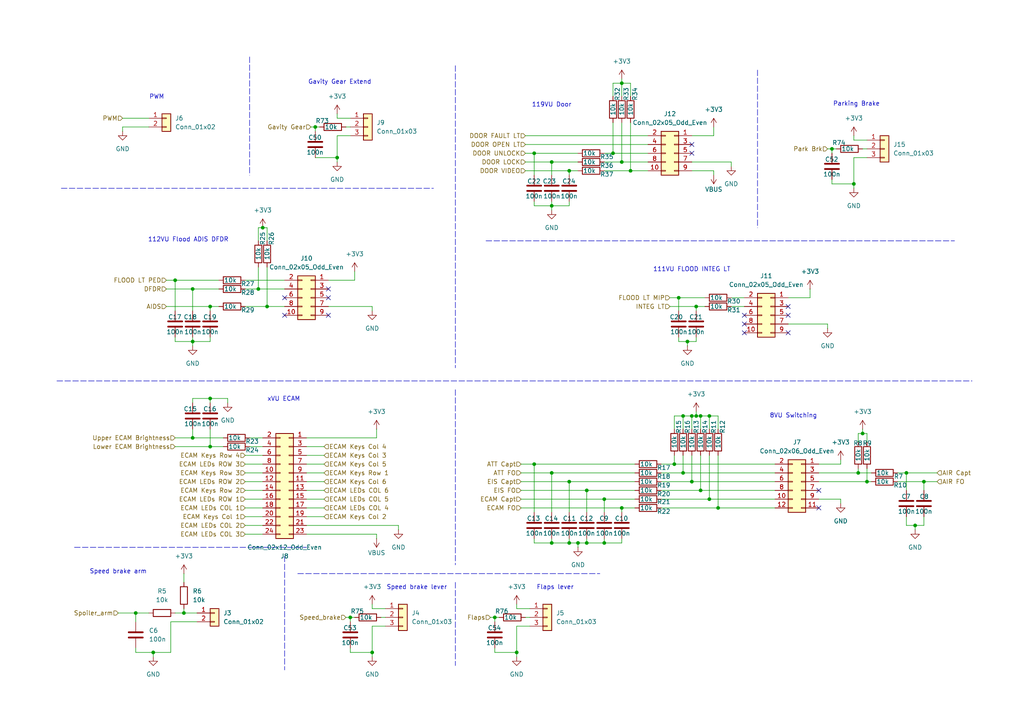
<source format=kicad_sch>
(kicad_sch
	(version 20231120)
	(generator "eeschema")
	(generator_version "8.0")
	(uuid "1b600ee5-8cd7-488e-935b-982d4092a2e8")
	(paper "A4")
	
	(junction
		(at 60.96 129.54)
		(diameter 0)
		(color 0 0 0 0)
		(uuid "005f4cf5-0030-45fb-be29-2878f3b247f8")
	)
	(junction
		(at 154.94 134.62)
		(diameter 0)
		(color 0 0 0 0)
		(uuid "0060e264-c7ed-4d8b-94d7-e5ab70edd64f")
	)
	(junction
		(at 77.47 88.9)
		(diameter 0)
		(color 0 0 0 0)
		(uuid "08916659-f1fb-49a8-ac53-f62fca365dcc")
	)
	(junction
		(at 180.34 147.32)
		(diameter 0)
		(color 0 0 0 0)
		(uuid "08d15fce-2d43-4d7c-90ae-b00149ec4af2")
	)
	(junction
		(at 196.85 86.36)
		(diameter 0)
		(color 0 0 0 0)
		(uuid "126fd424-e6f8-4c1c-8af3-fb26a4f1adfd")
	)
	(junction
		(at 39.37 177.8)
		(diameter 0)
		(color 0 0 0 0)
		(uuid "136d16f8-eed7-4ef0-9bce-ac6779d0a274")
	)
	(junction
		(at 200.66 139.7)
		(diameter 0)
		(color 0 0 0 0)
		(uuid "17e5c834-b1ae-423c-836f-15aa6719dce3")
	)
	(junction
		(at 251.46 139.7)
		(diameter 0)
		(color 0 0 0 0)
		(uuid "17f4d50d-ad21-49c9-bdc2-2ba5e7c1a374")
	)
	(junction
		(at 60.96 88.9)
		(diameter 0)
		(color 0 0 0 0)
		(uuid "18d2a531-90ec-426c-be18-07f18cf177cf")
	)
	(junction
		(at 205.74 144.78)
		(diameter 0)
		(color 0 0 0 0)
		(uuid "213d7afb-c3f0-4891-8cc6-c25ed4e76a86")
	)
	(junction
		(at 53.34 177.8)
		(diameter 0)
		(color 0 0 0 0)
		(uuid "22768192-e86a-48a1-8ffb-5f004c81afec")
	)
	(junction
		(at 167.64 157.48)
		(diameter 0)
		(color 0 0 0 0)
		(uuid "2c15f333-31cb-44e6-a4a7-d1eca3c3b5fe")
	)
	(junction
		(at 203.2 120.65)
		(diameter 0)
		(color 0 0 0 0)
		(uuid "2c5c8958-9067-4e89-be7b-8423bd4fcde7")
	)
	(junction
		(at 180.34 46.99)
		(diameter 0)
		(color 0 0 0 0)
		(uuid "2f1b6611-2c16-4159-ab2e-70c03907a952")
	)
	(junction
		(at 160.02 59.69)
		(diameter 0)
		(color 0 0 0 0)
		(uuid "2f65e92b-eed3-4de8-aaf2-a32126ea362f")
	)
	(junction
		(at 182.88 49.53)
		(diameter 0)
		(color 0 0 0 0)
		(uuid "308a6677-a202-4895-95fe-f22c9108409d")
	)
	(junction
		(at 55.88 99.06)
		(diameter 0)
		(color 0 0 0 0)
		(uuid "3092a739-fe1a-4014-995b-ae33e2f4f1ca")
	)
	(junction
		(at 97.79 45.72)
		(diameter 0)
		(color 0 0 0 0)
		(uuid "32c130ed-96ec-48f8-9253-3dd91adc4721")
	)
	(junction
		(at 154.94 44.45)
		(diameter 0)
		(color 0 0 0 0)
		(uuid "360bc8f4-64d4-4174-b17f-a3bb21c77191")
	)
	(junction
		(at 160.02 157.48)
		(diameter 0)
		(color 0 0 0 0)
		(uuid "38907bd6-621b-442a-8b91-874d82cf752e")
	)
	(junction
		(at 248.92 137.16)
		(diameter 0)
		(color 0 0 0 0)
		(uuid "3e256e25-89af-4a1f-9951-52dc5adedcea")
	)
	(junction
		(at 91.44 36.83)
		(diameter 0)
		(color 0 0 0 0)
		(uuid "427fa06d-335b-4936-9995-18c91bee74a6")
	)
	(junction
		(at 76.2 66.04)
		(diameter 0)
		(color 0 0 0 0)
		(uuid "4c7e1e33-97aa-404b-bc0f-d7ec87231d75")
	)
	(junction
		(at 175.26 157.48)
		(diameter 0)
		(color 0 0 0 0)
		(uuid "5295d075-f9a2-4b88-9035-33a91f8d12bf")
	)
	(junction
		(at 143.51 179.07)
		(diameter 0)
		(color 0 0 0 0)
		(uuid "5b808250-97f7-415d-b400-8bf192307354")
	)
	(junction
		(at 201.93 88.9)
		(diameter 0)
		(color 0 0 0 0)
		(uuid "5d8b0ca8-8dce-4c60-9ead-aa7b75152807")
	)
	(junction
		(at 149.86 189.23)
		(diameter 0)
		(color 0 0 0 0)
		(uuid "63d717c4-e3bf-450d-ab1d-ddef3a97e21c")
	)
	(junction
		(at 265.43 152.4)
		(diameter 0)
		(color 0 0 0 0)
		(uuid "6a121583-f49b-4fc0-9350-cb72b6832ce7")
	)
	(junction
		(at 101.6 179.07)
		(diameter 0)
		(color 0 0 0 0)
		(uuid "700ac0a5-2cd9-44ec-bcf8-fb90da58eb9e")
	)
	(junction
		(at 247.65 53.34)
		(diameter 0)
		(color 0 0 0 0)
		(uuid "712a29a8-ee50-4225-ac2f-f0759fb1d643")
	)
	(junction
		(at 107.95 189.23)
		(diameter 0)
		(color 0 0 0 0)
		(uuid "7219f253-6b2f-4c3a-a066-208046d955e2")
	)
	(junction
		(at 165.1 157.48)
		(diameter 0)
		(color 0 0 0 0)
		(uuid "73955dcf-0f16-4e72-b4d7-effbe45b70d3")
	)
	(junction
		(at 201.93 120.65)
		(diameter 0)
		(color 0 0 0 0)
		(uuid "748d630b-ed79-46a2-b70b-96b39762cb31")
	)
	(junction
		(at 267.97 139.7)
		(diameter 0)
		(color 0 0 0 0)
		(uuid "7ba16bc5-f0b2-413d-b405-4d00e502357c")
	)
	(junction
		(at 55.88 83.82)
		(diameter 0)
		(color 0 0 0 0)
		(uuid "7bb0eabf-6c8d-4fa9-9da1-69873adb3d0c")
	)
	(junction
		(at 160.02 137.16)
		(diameter 0)
		(color 0 0 0 0)
		(uuid "7c0f7055-42d4-492a-8a3c-f0b13391150d")
	)
	(junction
		(at 170.18 142.24)
		(diameter 0)
		(color 0 0 0 0)
		(uuid "87af354b-5672-42ac-91f1-44fec6a81678")
	)
	(junction
		(at 74.93 83.82)
		(diameter 0)
		(color 0 0 0 0)
		(uuid "892856f4-ebd7-4aca-98f7-efa4c05f92f9")
	)
	(junction
		(at 262.89 137.16)
		(diameter 0)
		(color 0 0 0 0)
		(uuid "905495a0-5b2d-491a-8b6b-df4bb0106e40")
	)
	(junction
		(at 200.66 120.65)
		(diameter 0)
		(color 0 0 0 0)
		(uuid "918311cc-8df3-499e-a622-510ca7c6c16b")
	)
	(junction
		(at 60.96 115.57)
		(diameter 0)
		(color 0 0 0 0)
		(uuid "92472c8e-178f-4183-a195-0b7a4e422745")
	)
	(junction
		(at 55.88 127)
		(diameter 0)
		(color 0 0 0 0)
		(uuid "9bb3d0e9-9be7-4fca-a33a-2dc0f5685f62")
	)
	(junction
		(at 241.3 43.18)
		(diameter 0)
		(color 0 0 0 0)
		(uuid "a30e1115-c2c3-401f-9b73-a310a50621be")
	)
	(junction
		(at 177.8 44.45)
		(diameter 0)
		(color 0 0 0 0)
		(uuid "a4267d5f-d923-49ff-aa24-790d5d565903")
	)
	(junction
		(at 165.1 49.53)
		(diameter 0)
		(color 0 0 0 0)
		(uuid "aa8dc669-55df-4640-8e68-255d06dfb2bf")
	)
	(junction
		(at 160.02 46.99)
		(diameter 0)
		(color 0 0 0 0)
		(uuid "ab97a130-573f-4f34-a58e-c651ded4d428")
	)
	(junction
		(at 208.28 147.32)
		(diameter 0)
		(color 0 0 0 0)
		(uuid "ad8e80d7-b767-4741-8a77-400e081ce237")
	)
	(junction
		(at 199.39 99.06)
		(diameter 0)
		(color 0 0 0 0)
		(uuid "ae4754d0-862c-4cc8-bf44-869a317a1a83")
	)
	(junction
		(at 198.12 137.16)
		(diameter 0)
		(color 0 0 0 0)
		(uuid "bafb508e-b10b-4d46-81d9-456ea5f8f25c")
	)
	(junction
		(at 44.45 189.23)
		(diameter 0)
		(color 0 0 0 0)
		(uuid "bc40f412-ae33-4fa8-9075-fef368348243")
	)
	(junction
		(at 170.18 157.48)
		(diameter 0)
		(color 0 0 0 0)
		(uuid "c029288b-abb2-4f37-95cf-836fb2274a02")
	)
	(junction
		(at 175.26 144.78)
		(diameter 0)
		(color 0 0 0 0)
		(uuid "c3f2f4af-b59a-49bc-8a27-3d2127018346")
	)
	(junction
		(at 195.58 134.62)
		(diameter 0)
		(color 0 0 0 0)
		(uuid "c98df0b1-7b52-422f-9c79-74591bfffa48")
	)
	(junction
		(at 203.2 142.24)
		(diameter 0)
		(color 0 0 0 0)
		(uuid "d1279e65-4a11-4763-8c4a-088a02d60ae7")
	)
	(junction
		(at 205.74 120.65)
		(diameter 0)
		(color 0 0 0 0)
		(uuid "d8c5bd5e-a5a7-47c7-9574-0dc08bb2e556")
	)
	(junction
		(at 250.19 125.73)
		(diameter 0)
		(color 0 0 0 0)
		(uuid "d903f182-d235-4f2e-bc49-bbd8b9111a3a")
	)
	(junction
		(at 50.8 81.28)
		(diameter 0)
		(color 0 0 0 0)
		(uuid "ec27b961-679d-4632-8b3d-f76942cde660")
	)
	(junction
		(at 165.1 139.7)
		(diameter 0)
		(color 0 0 0 0)
		(uuid "f38040cb-7fca-4a50-9b26-41cd042f2188")
	)
	(junction
		(at 198.12 120.65)
		(diameter 0)
		(color 0 0 0 0)
		(uuid "f815702a-c8ef-4d06-97e7-75d285b0b4ed")
	)
	(junction
		(at 180.34 24.13)
		(diameter 0)
		(color 0 0 0 0)
		(uuid "ff1238ed-64b8-4615-a8fb-93ebc9adca53")
	)
	(no_connect
		(at 215.9 91.44)
		(uuid "4d71b882-8223-4d06-8ee0-7389d8501f0e")
	)
	(no_connect
		(at 215.9 96.52)
		(uuid "4fea6dc8-008f-4938-91f0-1f96eaa3102d")
	)
	(no_connect
		(at 82.55 91.44)
		(uuid "5059b450-bc40-4138-aa9b-f5b0f118ffc8")
	)
	(no_connect
		(at 95.25 86.36)
		(uuid "57bd33a4-5c78-4447-b479-d3ac771d2b65")
	)
	(no_connect
		(at 228.6 91.44)
		(uuid "6972eeec-275e-4564-a9f9-c183a8249601")
	)
	(no_connect
		(at 237.49 147.32)
		(uuid "7ab44ca4-408a-4bd9-b300-2c94609240d3")
	)
	(no_connect
		(at 95.25 91.44)
		(uuid "7e7721c0-909e-4c4b-9ae6-8e6fba793c30")
	)
	(no_connect
		(at 200.66 41.91)
		(uuid "8652915a-1fb7-4758-b1b8-adee9ee0d89f")
	)
	(no_connect
		(at 200.66 44.45)
		(uuid "8bdcd740-4e19-4474-8dc8-67263e8e3649")
	)
	(no_connect
		(at 215.9 93.98)
		(uuid "9467b8d6-f67c-4149-9b2d-e6776f63d9b7")
	)
	(no_connect
		(at 228.6 96.52)
		(uuid "b3ef0911-468a-44ac-af92-fba66404f670")
	)
	(no_connect
		(at 237.49 142.24)
		(uuid "c38855d6-0cb3-4ab8-90d3-2a82d6e26d50")
	)
	(no_connect
		(at 228.6 88.9)
		(uuid "ccc372ba-01bf-4015-8ce2-ed0589b817db")
	)
	(no_connect
		(at 95.25 83.82)
		(uuid "d7233e6d-b705-4fc8-be07-9302b73e80a9")
	)
	(no_connect
		(at 82.55 86.36)
		(uuid "fd968bfe-a1c5-47a2-8ad4-1edb8b9949d2")
	)
	(wire
		(pts
			(xy 191.77 147.32) (xy 208.28 147.32)
		)
		(stroke
			(width 0)
			(type default)
		)
		(uuid "000818b7-a597-4d09-95d2-a7c864aa2a10")
	)
	(polyline
		(pts
			(xy 219.71 20.32) (xy 219.71 66.04)
		)
		(stroke
			(width 0)
			(type dash)
		)
		(uuid "00d42e3e-4fca-4132-991f-cda8dd24f4bc")
	)
	(wire
		(pts
			(xy 200.66 132.08) (xy 200.66 139.7)
		)
		(stroke
			(width 0)
			(type default)
		)
		(uuid "0100232d-1f5e-46b6-85c4-2698d4e825f6")
	)
	(wire
		(pts
			(xy 35.56 36.83) (xy 43.18 36.83)
		)
		(stroke
			(width 0)
			(type default)
		)
		(uuid "013f2f92-0211-498a-ae46-45bc6c054238")
	)
	(wire
		(pts
			(xy 203.2 142.24) (xy 224.79 142.24)
		)
		(stroke
			(width 0)
			(type default)
		)
		(uuid "023ca8ed-e739-4fce-85fe-457db64891b6")
	)
	(wire
		(pts
			(xy 180.34 24.13) (xy 180.34 27.94)
		)
		(stroke
			(width 0)
			(type default)
		)
		(uuid "0378df13-ee2a-421e-af96-8eed3b2325b1")
	)
	(wire
		(pts
			(xy 180.34 46.99) (xy 187.96 46.99)
		)
		(stroke
			(width 0)
			(type default)
		)
		(uuid "04a414c0-0ea6-458c-8bf8-1e92b2334253")
	)
	(wire
		(pts
			(xy 251.46 40.64) (xy 247.65 40.64)
		)
		(stroke
			(width 0)
			(type default)
		)
		(uuid "0574b9ae-d2cc-402a-84d1-63289d12d128")
	)
	(wire
		(pts
			(xy 143.51 189.23) (xy 149.86 189.23)
		)
		(stroke
			(width 0)
			(type default)
		)
		(uuid "07207019-d99f-43fd-bc7e-0a7e94541c0f")
	)
	(wire
		(pts
			(xy 44.45 189.23) (xy 39.37 189.23)
		)
		(stroke
			(width 0)
			(type default)
		)
		(uuid "07792154-41d0-4ab7-ad85-7995c8bcf154")
	)
	(wire
		(pts
			(xy 48.26 81.28) (xy 50.8 81.28)
		)
		(stroke
			(width 0)
			(type default)
		)
		(uuid "08e68002-28fd-4c73-9e0c-1dea5291d993")
	)
	(wire
		(pts
			(xy 88.9 152.4) (xy 115.57 152.4)
		)
		(stroke
			(width 0)
			(type default)
		)
		(uuid "094a93de-1ee4-4cd0-8b78-29109ca4d3df")
	)
	(wire
		(pts
			(xy 71.12 132.08) (xy 76.2 132.08)
		)
		(stroke
			(width 0)
			(type default)
		)
		(uuid "09c4309c-8223-4798-ba2a-ca07ff24fb14")
	)
	(wire
		(pts
			(xy 180.34 22.86) (xy 180.34 24.13)
		)
		(stroke
			(width 0)
			(type default)
		)
		(uuid "0a50859f-21d0-4cef-bc0c-c226123cdfc7")
	)
	(wire
		(pts
			(xy 177.8 44.45) (xy 187.96 44.45)
		)
		(stroke
			(width 0)
			(type default)
		)
		(uuid "0adc2a29-e711-485d-b38f-ca62083b71ba")
	)
	(wire
		(pts
			(xy 248.92 137.16) (xy 248.92 135.89)
		)
		(stroke
			(width 0)
			(type default)
		)
		(uuid "0ceb2e7b-0d0e-4946-96ff-095e2bcde3c0")
	)
	(wire
		(pts
			(xy 165.1 59.69) (xy 160.02 59.69)
		)
		(stroke
			(width 0)
			(type default)
		)
		(uuid "0dfda069-9c23-49d5-bbfa-ca53b36521f9")
	)
	(polyline
		(pts
			(xy 16.51 110.49) (xy 281.94 110.49)
		)
		(stroke
			(width 0)
			(type dash)
		)
		(uuid "1121b67f-0397-4d2b-82b3-3fcb36d7df3a")
	)
	(polyline
		(pts
			(xy 132.08 19.05) (xy 132.08 106.68)
		)
		(stroke
			(width 0)
			(type dash)
		)
		(uuid "115a11cf-16fa-4db8-b591-e754c2ed4810")
	)
	(wire
		(pts
			(xy 247.65 45.72) (xy 247.65 53.34)
		)
		(stroke
			(width 0)
			(type default)
		)
		(uuid "117da42b-bb4b-470e-8139-e4d9bd48d5f9")
	)
	(wire
		(pts
			(xy 237.49 144.78) (xy 243.84 144.78)
		)
		(stroke
			(width 0)
			(type default)
		)
		(uuid "11b86be9-b77f-4f6e-9af5-008d0287aee0")
	)
	(wire
		(pts
			(xy 267.97 149.86) (xy 267.97 152.4)
		)
		(stroke
			(width 0)
			(type default)
		)
		(uuid "11fc0bee-70c1-4e4f-a459-b4043e48bce5")
	)
	(wire
		(pts
			(xy 74.93 66.04) (xy 76.2 66.04)
		)
		(stroke
			(width 0)
			(type default)
		)
		(uuid "120243e9-7fe4-472c-bf8f-7a8602f330c3")
	)
	(wire
		(pts
			(xy 107.95 176.53) (xy 107.95 175.26)
		)
		(stroke
			(width 0)
			(type default)
		)
		(uuid "1235eec2-b0ff-4e55-8b02-fb119ba2e7b9")
	)
	(wire
		(pts
			(xy 152.4 44.45) (xy 154.94 44.45)
		)
		(stroke
			(width 0)
			(type default)
		)
		(uuid "13a65ca9-04a3-4dee-acd5-0754f73047aa")
	)
	(wire
		(pts
			(xy 88.9 154.94) (xy 109.22 154.94)
		)
		(stroke
			(width 0)
			(type default)
		)
		(uuid "13b87ba5-52a6-4ead-b7f7-d4792ba43e8d")
	)
	(polyline
		(pts
			(xy 17.78 54.61) (xy 125.73 54.61)
		)
		(stroke
			(width 0)
			(type dash)
		)
		(uuid "13d89f2e-3b65-44a5-aeb4-7c00d8821e94")
	)
	(wire
		(pts
			(xy 72.39 127) (xy 76.2 127)
		)
		(stroke
			(width 0)
			(type default)
		)
		(uuid "1445aaa6-476a-4ac8-8da4-10cfb6f80a6c")
	)
	(wire
		(pts
			(xy 205.74 120.65) (xy 205.74 124.46)
		)
		(stroke
			(width 0)
			(type default)
		)
		(uuid "1540bbc6-16d5-4de5-b44b-7930839e7ee7")
	)
	(wire
		(pts
			(xy 160.02 137.16) (xy 160.02 148.59)
		)
		(stroke
			(width 0)
			(type default)
		)
		(uuid "1591d78e-adf9-49c2-969d-3a245bc76994")
	)
	(wire
		(pts
			(xy 165.1 49.53) (xy 167.64 49.53)
		)
		(stroke
			(width 0)
			(type default)
		)
		(uuid "16e9204e-1f16-481d-be33-cac108f2ab05")
	)
	(wire
		(pts
			(xy 50.8 177.8) (xy 53.34 177.8)
		)
		(stroke
			(width 0)
			(type default)
		)
		(uuid "18152b8c-98ad-4fde-9f9b-56fcbbe6ae22")
	)
	(wire
		(pts
			(xy 66.04 115.57) (xy 66.04 116.84)
		)
		(stroke
			(width 0)
			(type default)
		)
		(uuid "18440585-7e9d-4d0b-97df-560a53ea7975")
	)
	(wire
		(pts
			(xy 251.46 45.72) (xy 247.65 45.72)
		)
		(stroke
			(width 0)
			(type default)
		)
		(uuid "18c470a2-4059-491e-8fd8-18d17f26ad2e")
	)
	(wire
		(pts
			(xy 55.88 99.06) (xy 55.88 100.33)
		)
		(stroke
			(width 0)
			(type default)
		)
		(uuid "18c913d4-b53d-46a6-9950-a1366ece64a1")
	)
	(wire
		(pts
			(xy 177.8 24.13) (xy 180.34 24.13)
		)
		(stroke
			(width 0)
			(type default)
		)
		(uuid "19185137-1b12-4c2a-a90e-79d87eacc43d")
	)
	(wire
		(pts
			(xy 203.2 132.08) (xy 203.2 142.24)
		)
		(stroke
			(width 0)
			(type default)
		)
		(uuid "1a27df97-552f-4024-ae2f-78749718a40e")
	)
	(wire
		(pts
			(xy 265.43 152.4) (xy 265.43 153.67)
		)
		(stroke
			(width 0)
			(type default)
		)
		(uuid "1b4b75f5-c43a-4005-88b7-19134e7b5cef")
	)
	(wire
		(pts
			(xy 71.12 139.7) (xy 76.2 139.7)
		)
		(stroke
			(width 0)
			(type default)
		)
		(uuid "1cab9303-4d00-4551-a0fa-bbd8ce19798a")
	)
	(wire
		(pts
			(xy 237.49 134.62) (xy 243.84 134.62)
		)
		(stroke
			(width 0)
			(type default)
		)
		(uuid "1d95918e-6d1e-4888-9307-0355fd36232b")
	)
	(wire
		(pts
			(xy 88.9 144.78) (xy 93.98 144.78)
		)
		(stroke
			(width 0)
			(type default)
		)
		(uuid "1ed9c7e0-0be0-4903-86f1-380b08a03dde")
	)
	(wire
		(pts
			(xy 111.76 181.61) (xy 107.95 181.61)
		)
		(stroke
			(width 0)
			(type default)
		)
		(uuid "1fc64f88-a09f-4b44-94c5-2a746f0e702e")
	)
	(wire
		(pts
			(xy 151.13 137.16) (xy 160.02 137.16)
		)
		(stroke
			(width 0)
			(type default)
		)
		(uuid "1ff98548-6606-445f-8970-ceed9fe6bbc6")
	)
	(wire
		(pts
			(xy 194.31 88.9) (xy 201.93 88.9)
		)
		(stroke
			(width 0)
			(type default)
		)
		(uuid "20327994-01b1-4613-ad93-92a756eb7665")
	)
	(wire
		(pts
			(xy 250.19 43.18) (xy 251.46 43.18)
		)
		(stroke
			(width 0)
			(type default)
		)
		(uuid "214f7a8a-aa0c-4789-8b89-f5bb5e4875ed")
	)
	(wire
		(pts
			(xy 200.66 139.7) (xy 224.79 139.7)
		)
		(stroke
			(width 0)
			(type default)
		)
		(uuid "21aba13e-2e90-4b46-a04a-be0d2c8a85ea")
	)
	(wire
		(pts
			(xy 88.9 132.08) (xy 93.98 132.08)
		)
		(stroke
			(width 0)
			(type default)
		)
		(uuid "2347a207-bb19-42c4-8ecb-6cff87406674")
	)
	(wire
		(pts
			(xy 237.49 139.7) (xy 251.46 139.7)
		)
		(stroke
			(width 0)
			(type default)
		)
		(uuid "23aea1d5-425b-4bf1-8a61-f2f0d9b1f874")
	)
	(wire
		(pts
			(xy 212.09 46.99) (xy 212.09 48.26)
		)
		(stroke
			(width 0)
			(type default)
		)
		(uuid "25748aa6-423c-4a0f-aed0-674c40cf117c")
	)
	(wire
		(pts
			(xy 201.93 99.06) (xy 199.39 99.06)
		)
		(stroke
			(width 0)
			(type default)
		)
		(uuid "27f386a7-4521-4df6-bfff-d08f758f2c91")
	)
	(wire
		(pts
			(xy 191.77 134.62) (xy 195.58 134.62)
		)
		(stroke
			(width 0)
			(type default)
		)
		(uuid "2875495e-62dd-4264-b7ac-02a463ca882e")
	)
	(wire
		(pts
			(xy 165.1 139.7) (xy 165.1 148.59)
		)
		(stroke
			(width 0)
			(type default)
		)
		(uuid "29e0795b-f088-4fe7-9799-de61586e3015")
	)
	(wire
		(pts
			(xy 142.24 179.07) (xy 143.51 179.07)
		)
		(stroke
			(width 0)
			(type default)
		)
		(uuid "2cbc3e37-6932-4083-a94c-c741f6ca8b49")
	)
	(wire
		(pts
			(xy 151.13 147.32) (xy 180.34 147.32)
		)
		(stroke
			(width 0)
			(type default)
		)
		(uuid "2d4477d4-b723-4bc5-8f3c-02754ae4faee")
	)
	(wire
		(pts
			(xy 165.1 139.7) (xy 184.15 139.7)
		)
		(stroke
			(width 0)
			(type default)
		)
		(uuid "2eda62a7-db05-4f01-ba0d-c2dbaefe359f")
	)
	(wire
		(pts
			(xy 191.77 137.16) (xy 198.12 137.16)
		)
		(stroke
			(width 0)
			(type default)
		)
		(uuid "2f1f4c5c-88f6-4618-b341-f2ab79c31556")
	)
	(wire
		(pts
			(xy 267.97 139.7) (xy 271.78 139.7)
		)
		(stroke
			(width 0)
			(type default)
		)
		(uuid "2f78c375-fcf2-47aa-aed9-195e7f992266")
	)
	(wire
		(pts
			(xy 88.9 139.7) (xy 93.98 139.7)
		)
		(stroke
			(width 0)
			(type default)
		)
		(uuid "304fa239-3a73-4240-920b-2fb975c28fb3")
	)
	(wire
		(pts
			(xy 60.96 99.06) (xy 55.88 99.06)
		)
		(stroke
			(width 0)
			(type default)
		)
		(uuid "30696395-8d95-4d96-ba78-d2b103a6bfad")
	)
	(wire
		(pts
			(xy 241.3 43.18) (xy 242.57 43.18)
		)
		(stroke
			(width 0)
			(type default)
		)
		(uuid "315b5dee-e481-467c-8442-d35bb28ff112")
	)
	(wire
		(pts
			(xy 160.02 59.69) (xy 160.02 60.96)
		)
		(stroke
			(width 0)
			(type default)
		)
		(uuid "33e37a57-c96e-4be7-b2dd-1d75bfc637ed")
	)
	(wire
		(pts
			(xy 50.8 81.28) (xy 63.5 81.28)
		)
		(stroke
			(width 0)
			(type default)
		)
		(uuid "3526b5dd-9d47-4015-b096-ea056b45cb25")
	)
	(wire
		(pts
			(xy 49.53 180.34) (xy 57.15 180.34)
		)
		(stroke
			(width 0)
			(type default)
		)
		(uuid "35902926-0a68-43a3-8c6b-9f6497df3b25")
	)
	(wire
		(pts
			(xy 175.26 156.21) (xy 175.26 157.48)
		)
		(stroke
			(width 0)
			(type default)
		)
		(uuid "35ea24af-dec3-42d3-b593-0fd0b4b94b5f")
	)
	(wire
		(pts
			(xy 77.47 88.9) (xy 82.55 88.9)
		)
		(stroke
			(width 0)
			(type default)
		)
		(uuid "36e65614-560c-4380-b2d3-c4064d659e30")
	)
	(wire
		(pts
			(xy 101.6 179.07) (xy 101.6 180.34)
		)
		(stroke
			(width 0)
			(type default)
		)
		(uuid "37807d06-cb83-486e-88aa-2cea850ef40f")
	)
	(wire
		(pts
			(xy 60.96 124.46) (xy 60.96 129.54)
		)
		(stroke
			(width 0)
			(type default)
		)
		(uuid "386eb431-af40-4462-9b36-91421336a889")
	)
	(wire
		(pts
			(xy 199.39 99.06) (xy 199.39 100.33)
		)
		(stroke
			(width 0)
			(type default)
		)
		(uuid "38b517d9-e580-4ed1-84ba-6a8519e167f2")
	)
	(wire
		(pts
			(xy 110.49 179.07) (xy 111.76 179.07)
		)
		(stroke
			(width 0)
			(type default)
		)
		(uuid "391811ea-e186-425a-8438-08ba3d50b22d")
	)
	(wire
		(pts
			(xy 143.51 187.96) (xy 143.51 189.23)
		)
		(stroke
			(width 0)
			(type default)
		)
		(uuid "39735aa4-64d2-4ac7-92c6-3f9cad3317fd")
	)
	(wire
		(pts
			(xy 195.58 120.65) (xy 198.12 120.65)
		)
		(stroke
			(width 0)
			(type default)
		)
		(uuid "39cb2c2c-8027-4ffa-8b26-fa740fd8c477")
	)
	(wire
		(pts
			(xy 90.17 36.83) (xy 91.44 36.83)
		)
		(stroke
			(width 0)
			(type default)
		)
		(uuid "3a8dca13-07c0-4a50-aa5d-ddb19073f6ce")
	)
	(wire
		(pts
			(xy 88.9 134.62) (xy 93.98 134.62)
		)
		(stroke
			(width 0)
			(type default)
		)
		(uuid "3afebcda-8d9b-41de-a967-9dc52297d02e")
	)
	(wire
		(pts
			(xy 196.85 99.06) (xy 199.39 99.06)
		)
		(stroke
			(width 0)
			(type default)
		)
		(uuid "3b76b215-5e17-4649-a573-e1fd9cb9ec6a")
	)
	(wire
		(pts
			(xy 241.3 52.07) (xy 241.3 53.34)
		)
		(stroke
			(width 0)
			(type default)
		)
		(uuid "3ba4fbca-0abb-4bce-bb7a-bc08fd774e1b")
	)
	(wire
		(pts
			(xy 200.66 49.53) (xy 207.01 49.53)
		)
		(stroke
			(width 0)
			(type default)
		)
		(uuid "3d7ae1bd-7bd1-4a15-8096-b5acc98f490a")
	)
	(wire
		(pts
			(xy 107.95 88.9) (xy 107.95 90.17)
		)
		(stroke
			(width 0)
			(type default)
		)
		(uuid "3db63a84-21c5-4963-ace7-28e364e9e8b4")
	)
	(wire
		(pts
			(xy 55.88 83.82) (xy 63.5 83.82)
		)
		(stroke
			(width 0)
			(type default)
		)
		(uuid "3de395c6-199e-4162-af7f-71baa92fd503")
	)
	(wire
		(pts
			(xy 262.89 149.86) (xy 262.89 152.4)
		)
		(stroke
			(width 0)
			(type default)
		)
		(uuid "3df7020b-75e4-42c8-a81f-ac545b6efbb8")
	)
	(wire
		(pts
			(xy 160.02 156.21) (xy 160.02 157.48)
		)
		(stroke
			(width 0)
			(type default)
		)
		(uuid "3fb888f4-fcea-4bce-98cc-d49d17dd91bd")
	)
	(wire
		(pts
			(xy 267.97 139.7) (xy 267.97 142.24)
		)
		(stroke
			(width 0)
			(type default)
		)
		(uuid "4012f2e5-80d9-4b40-9fe0-ae183ef1f9fd")
	)
	(wire
		(pts
			(xy 152.4 41.91) (xy 187.96 41.91)
		)
		(stroke
			(width 0)
			(type default)
		)
		(uuid "402f0eeb-3dbe-4e1d-88b5-c8a1ff2519d8")
	)
	(wire
		(pts
			(xy 95.25 81.28) (xy 102.87 81.28)
		)
		(stroke
			(width 0)
			(type default)
		)
		(uuid "44a22b94-43c0-4ac7-a7a4-dd4e13ce882b")
	)
	(wire
		(pts
			(xy 207.01 50.8) (xy 207.01 49.53)
		)
		(stroke
			(width 0)
			(type default)
		)
		(uuid "45919bb7-f02a-4589-a312-77cb3b99cddd")
	)
	(wire
		(pts
			(xy 111.76 176.53) (xy 107.95 176.53)
		)
		(stroke
			(width 0)
			(type default)
		)
		(uuid "46adfc09-305d-45cb-8a1e-e0a2ad6c8640")
	)
	(wire
		(pts
			(xy 251.46 135.89) (xy 251.46 139.7)
		)
		(stroke
			(width 0)
			(type default)
		)
		(uuid "46de892e-7010-4706-8908-f72ccbdaca9f")
	)
	(wire
		(pts
			(xy 88.9 137.16) (xy 93.98 137.16)
		)
		(stroke
			(width 0)
			(type default)
		)
		(uuid "46e33a6b-b1a7-440f-b4bd-19da6589adee")
	)
	(wire
		(pts
			(xy 35.56 38.1) (xy 35.56 36.83)
		)
		(stroke
			(width 0)
			(type default)
		)
		(uuid "4d254c81-bac5-4e40-bfe0-582f02e75eef")
	)
	(wire
		(pts
			(xy 39.37 177.8) (xy 43.18 177.8)
		)
		(stroke
			(width 0)
			(type default)
		)
		(uuid "4d41a6ac-d81d-4d86-90c0-493b56abeb2e")
	)
	(wire
		(pts
			(xy 153.67 181.61) (xy 149.86 181.61)
		)
		(stroke
			(width 0)
			(type default)
		)
		(uuid "4d4675ee-18fb-47b5-8cde-a45772a8db1f")
	)
	(wire
		(pts
			(xy 228.6 86.36) (xy 234.95 86.36)
		)
		(stroke
			(width 0)
			(type default)
		)
		(uuid "4da37b97-d772-4048-b5a0-2bd26db31aba")
	)
	(wire
		(pts
			(xy 165.1 157.48) (xy 160.02 157.48)
		)
		(stroke
			(width 0)
			(type default)
		)
		(uuid "4e4ecfa7-cc16-45c4-98dc-44d513b449bc")
	)
	(wire
		(pts
			(xy 260.35 139.7) (xy 267.97 139.7)
		)
		(stroke
			(width 0)
			(type default)
		)
		(uuid "4e76afbe-3901-4e4b-b230-1847cf16a1ae")
	)
	(wire
		(pts
			(xy 50.8 97.79) (xy 50.8 99.06)
		)
		(stroke
			(width 0)
			(type default)
		)
		(uuid "4f521994-2612-4311-a0a9-242cfaee8903")
	)
	(wire
		(pts
			(xy 191.77 144.78) (xy 205.74 144.78)
		)
		(stroke
			(width 0)
			(type default)
		)
		(uuid "51ac4224-6651-49e2-afc5-5aa23028cd35")
	)
	(wire
		(pts
			(xy 212.09 88.9) (xy 215.9 88.9)
		)
		(stroke
			(width 0)
			(type default)
		)
		(uuid "5250961b-c9f1-4bc5-90bc-818146f60aea")
	)
	(wire
		(pts
			(xy 203.2 120.65) (xy 205.74 120.65)
		)
		(stroke
			(width 0)
			(type default)
		)
		(uuid "528231c6-e8ec-4742-9605-c26269c8f611")
	)
	(wire
		(pts
			(xy 191.77 142.24) (xy 203.2 142.24)
		)
		(stroke
			(width 0)
			(type default)
		)
		(uuid "5292c77a-9ea1-474b-ac6e-8cd7646e0dd0")
	)
	(wire
		(pts
			(xy 55.88 127) (xy 64.77 127)
		)
		(stroke
			(width 0)
			(type default)
		)
		(uuid "529d1b9b-d18b-4293-a7e4-0df15e1f3e39")
	)
	(polyline
		(pts
			(xy 21.59 158.75) (xy 88.9 158.75)
		)
		(stroke
			(width 0)
			(type dash)
		)
		(uuid "52d3c3e0-5c1d-4b7d-9669-19b9aae3b6ee")
	)
	(wire
		(pts
			(xy 195.58 132.08) (xy 195.58 134.62)
		)
		(stroke
			(width 0)
			(type default)
		)
		(uuid "5382ae15-e018-4a90-98b1-0780aab93fdb")
	)
	(wire
		(pts
			(xy 88.9 142.24) (xy 93.98 142.24)
		)
		(stroke
			(width 0)
			(type default)
		)
		(uuid "54fb6daf-d59e-427e-b414-0b092dc1722c")
	)
	(wire
		(pts
			(xy 91.44 45.72) (xy 97.79 45.72)
		)
		(stroke
			(width 0)
			(type default)
		)
		(uuid "5513b666-600c-45e7-b37f-6f8d4e344ab2")
	)
	(wire
		(pts
			(xy 55.88 124.46) (xy 55.88 127)
		)
		(stroke
			(width 0)
			(type default)
		)
		(uuid "5596bfaa-70de-4fe0-868a-b0b625221499")
	)
	(wire
		(pts
			(xy 49.53 189.23) (xy 44.45 189.23)
		)
		(stroke
			(width 0)
			(type default)
		)
		(uuid "563e782e-4805-4d89-bfb6-c20f68e44796")
	)
	(wire
		(pts
			(xy 102.87 78.74) (xy 102.87 81.28)
		)
		(stroke
			(width 0)
			(type default)
		)
		(uuid "5680c05e-2915-44b4-b5f6-46c4877fe965")
	)
	(wire
		(pts
			(xy 71.12 152.4) (xy 76.2 152.4)
		)
		(stroke
			(width 0)
			(type default)
		)
		(uuid "5986a906-bdfb-4677-9bde-bdb71f43c49e")
	)
	(wire
		(pts
			(xy 200.66 39.37) (xy 207.01 39.37)
		)
		(stroke
			(width 0)
			(type default)
		)
		(uuid "5d341305-c08b-44e5-827e-6278ab83b1db")
	)
	(wire
		(pts
			(xy 251.46 139.7) (xy 252.73 139.7)
		)
		(stroke
			(width 0)
			(type default)
		)
		(uuid "627b3960-c38d-4dee-9c4a-bcb5fc68527d")
	)
	(wire
		(pts
			(xy 241.3 43.18) (xy 241.3 44.45)
		)
		(stroke
			(width 0)
			(type default)
		)
		(uuid "628d092c-3c72-4ede-88a6-de688e23a5c3")
	)
	(wire
		(pts
			(xy 243.84 133.35) (xy 243.84 134.62)
		)
		(stroke
			(width 0)
			(type default)
		)
		(uuid "630a2fc1-4c5d-426f-b1b8-0bdfc8a107e4")
	)
	(wire
		(pts
			(xy 152.4 49.53) (xy 165.1 49.53)
		)
		(stroke
			(width 0)
			(type default)
		)
		(uuid "64aa0180-d6e3-4a1a-9617-a9999e0950a5")
	)
	(wire
		(pts
			(xy 237.49 137.16) (xy 248.92 137.16)
		)
		(stroke
			(width 0)
			(type default)
		)
		(uuid "64e5ff52-e860-4781-b3df-e704b679f9c1")
	)
	(wire
		(pts
			(xy 74.93 83.82) (xy 82.55 83.82)
		)
		(stroke
			(width 0)
			(type default)
		)
		(uuid "64f39627-946d-4e1e-a9ee-966c35b04a6d")
	)
	(wire
		(pts
			(xy 200.66 46.99) (xy 212.09 46.99)
		)
		(stroke
			(width 0)
			(type default)
		)
		(uuid "6616b814-efc4-41a5-bf20-75494c5989f5")
	)
	(wire
		(pts
			(xy 175.26 157.48) (xy 170.18 157.48)
		)
		(stroke
			(width 0)
			(type default)
		)
		(uuid "667eb53f-0ee8-44fc-b92b-fde17b704538")
	)
	(wire
		(pts
			(xy 151.13 144.78) (xy 175.26 144.78)
		)
		(stroke
			(width 0)
			(type default)
		)
		(uuid "671c6727-1d53-45e1-9fac-b1817e0f24f7")
	)
	(wire
		(pts
			(xy 198.12 137.16) (xy 224.79 137.16)
		)
		(stroke
			(width 0)
			(type default)
		)
		(uuid "6772ccdc-5ca4-4e6f-8ba3-3052591f6d80")
	)
	(wire
		(pts
			(xy 95.25 88.9) (xy 107.95 88.9)
		)
		(stroke
			(width 0)
			(type default)
		)
		(uuid "67b1d319-3909-4d85-a5b6-4c8639a963eb")
	)
	(wire
		(pts
			(xy 251.46 125.73) (xy 251.46 128.27)
		)
		(stroke
			(width 0)
			(type default)
		)
		(uuid "68365fea-a20f-467c-a628-32ce609102c1")
	)
	(polyline
		(pts
			(xy 140.97 69.85) (xy 276.86 69.85)
		)
		(stroke
			(width 0)
			(type dash)
		)
		(uuid "68fda87a-5a81-48aa-9e06-f780e8cb43b5")
	)
	(wire
		(pts
			(xy 201.93 119.38) (xy 201.93 120.65)
		)
		(stroke
			(width 0)
			(type default)
		)
		(uuid "697acd85-b1e4-4108-9bc5-46c4af4a3a8a")
	)
	(wire
		(pts
			(xy 143.51 180.34) (xy 143.51 179.07)
		)
		(stroke
			(width 0)
			(type default)
		)
		(uuid "6ba7a8e4-5dbb-42c5-822f-b7e259e1bddf")
	)
	(wire
		(pts
			(xy 167.64 157.48) (xy 165.1 157.48)
		)
		(stroke
			(width 0)
			(type default)
		)
		(uuid "6c1130ab-fa4c-4641-800e-7729b1d6a6ee")
	)
	(polyline
		(pts
			(xy 86.36 166.37) (xy 173.99 166.37)
		)
		(stroke
			(width 0)
			(type dash)
		)
		(uuid "6c356165-6ccc-46c9-a228-ae79008f60b3")
	)
	(wire
		(pts
			(xy 265.43 152.4) (xy 267.97 152.4)
		)
		(stroke
			(width 0)
			(type default)
		)
		(uuid "6e8cf1d4-246c-4275-b17b-4e96237c6024")
	)
	(wire
		(pts
			(xy 180.34 35.56) (xy 180.34 46.99)
		)
		(stroke
			(width 0)
			(type default)
		)
		(uuid "6ebacbd5-fa48-43dd-816d-d85a9c2893c0")
	)
	(wire
		(pts
			(xy 262.89 137.16) (xy 262.89 142.24)
		)
		(stroke
			(width 0)
			(type default)
		)
		(uuid "701a1f90-a430-49e6-97dd-8015c60191f8")
	)
	(wire
		(pts
			(xy 175.26 44.45) (xy 177.8 44.45)
		)
		(stroke
			(width 0)
			(type default)
		)
		(uuid "707c3812-06c2-4c53-b339-35855df0a6f6")
	)
	(wire
		(pts
			(xy 115.57 152.4) (xy 115.57 153.67)
		)
		(stroke
			(width 0)
			(type default)
		)
		(uuid "714a86be-7e89-4ea8-ac98-1d353731b890")
	)
	(wire
		(pts
			(xy 175.26 144.78) (xy 175.26 148.59)
		)
		(stroke
			(width 0)
			(type default)
		)
		(uuid "718a6f41-9bef-4ee7-8b0a-ab4f9098a99a")
	)
	(wire
		(pts
			(xy 88.9 127) (xy 109.22 127)
		)
		(stroke
			(width 0)
			(type default)
		)
		(uuid "71df492b-a799-4dd4-835e-1ac3e953c2f6")
	)
	(wire
		(pts
			(xy 205.74 132.08) (xy 205.74 144.78)
		)
		(stroke
			(width 0)
			(type default)
		)
		(uuid "733f507d-bc0e-4577-af12-7e9561ccc896")
	)
	(wire
		(pts
			(xy 177.8 35.56) (xy 177.8 44.45)
		)
		(stroke
			(width 0)
			(type default)
		)
		(uuid "7536554d-6d57-40bc-a353-836073f24a7b")
	)
	(wire
		(pts
			(xy 153.67 176.53) (xy 149.86 176.53)
		)
		(stroke
			(width 0)
			(type default)
		)
		(uuid "760d0065-ab14-40ca-a663-9def77524850")
	)
	(wire
		(pts
			(xy 248.92 125.73) (xy 248.92 128.27)
		)
		(stroke
			(width 0)
			(type default)
		)
		(uuid "771421b0-c4cd-462a-b35c-24030ec0fb1f")
	)
	(wire
		(pts
			(xy 49.53 180.34) (xy 49.53 189.23)
		)
		(stroke
			(width 0)
			(type default)
		)
		(uuid "78b8df01-b434-4fbd-a53b-a89d27297d35")
	)
	(wire
		(pts
			(xy 109.22 156.21) (xy 109.22 154.94)
		)
		(stroke
			(width 0)
			(type default)
		)
		(uuid "78fd5b69-1730-4576-bfc3-e22a3450306c")
	)
	(wire
		(pts
			(xy 234.95 83.82) (xy 234.95 86.36)
		)
		(stroke
			(width 0)
			(type default)
		)
		(uuid "7ac5b771-cfb6-4cbe-8fa7-8088fe9a8003")
	)
	(wire
		(pts
			(xy 53.34 166.37) (xy 53.34 168.91)
		)
		(stroke
			(width 0)
			(type default)
		)
		(uuid "7acd0974-1bf2-46a9-8834-dfa6c4c6fc1c")
	)
	(wire
		(pts
			(xy 107.95 190.5) (xy 107.95 189.23)
		)
		(stroke
			(width 0)
			(type default)
		)
		(uuid "7b059a3f-e913-430b-aa83-dd272faedd9d")
	)
	(wire
		(pts
			(xy 195.58 134.62) (xy 224.79 134.62)
		)
		(stroke
			(width 0)
			(type default)
		)
		(uuid "7c04af7f-3c07-4231-9feb-f2811384d95d")
	)
	(wire
		(pts
			(xy 170.18 157.48) (xy 167.64 157.48)
		)
		(stroke
			(width 0)
			(type default)
		)
		(uuid "7cdb8ded-b35a-46c3-af3c-5754bcdf6f26")
	)
	(wire
		(pts
			(xy 165.1 58.42) (xy 165.1 59.69)
		)
		(stroke
			(width 0)
			(type default)
		)
		(uuid "7e08a38a-39b4-42b5-8af8-706ee2ad7830")
	)
	(wire
		(pts
			(xy 200.66 120.65) (xy 201.93 120.65)
		)
		(stroke
			(width 0)
			(type default)
		)
		(uuid "7e311c43-e1ae-4631-870f-28409b34e898")
	)
	(wire
		(pts
			(xy 101.6 179.07) (xy 102.87 179.07)
		)
		(stroke
			(width 0)
			(type default)
		)
		(uuid "82ad28ce-6b2e-4d09-b954-03a6a97b9d37")
	)
	(wire
		(pts
			(xy 154.94 134.62) (xy 184.15 134.62)
		)
		(stroke
			(width 0)
			(type default)
		)
		(uuid "8318a00f-aa58-4f9c-9df9-e92b13f3b455")
	)
	(wire
		(pts
			(xy 160.02 46.99) (xy 160.02 50.8)
		)
		(stroke
			(width 0)
			(type default)
		)
		(uuid "83cb66fc-2cb9-44f6-8cb9-c93e918b944c")
	)
	(wire
		(pts
			(xy 154.94 44.45) (xy 154.94 50.8)
		)
		(stroke
			(width 0)
			(type default)
		)
		(uuid "85e89f13-d2be-408d-94c7-c947d42a8d5d")
	)
	(wire
		(pts
			(xy 151.13 134.62) (xy 154.94 134.62)
		)
		(stroke
			(width 0)
			(type default)
		)
		(uuid "8637cd73-dd26-497a-8a20-2c634329b782")
	)
	(wire
		(pts
			(xy 34.29 177.8) (xy 39.37 177.8)
		)
		(stroke
			(width 0)
			(type default)
		)
		(uuid "86b22215-623c-47e1-a860-cc056ad378b9")
	)
	(wire
		(pts
			(xy 243.84 144.78) (xy 243.84 146.05)
		)
		(stroke
			(width 0)
			(type default)
		)
		(uuid "87903e80-fedc-4268-9d36-353f97d71d8f")
	)
	(wire
		(pts
			(xy 154.94 134.62) (xy 154.94 148.59)
		)
		(stroke
			(width 0)
			(type default)
		)
		(uuid "8859a505-2c92-4db7-b09f-be228b5367b4")
	)
	(wire
		(pts
			(xy 182.88 49.53) (xy 187.96 49.53)
		)
		(stroke
			(width 0)
			(type default)
		)
		(uuid "88ff1e98-d379-4d18-ac2e-ce788baa4a4e")
	)
	(wire
		(pts
			(xy 201.93 88.9) (xy 204.47 88.9)
		)
		(stroke
			(width 0)
			(type default)
		)
		(uuid "8ab24a83-bb9c-416e-99c4-822d476654dc")
	)
	(wire
		(pts
			(xy 201.93 88.9) (xy 201.93 90.17)
		)
		(stroke
			(width 0)
			(type default)
		)
		(uuid "8abfe9ca-7982-49d7-9942-a6c740336c1d")
	)
	(wire
		(pts
			(xy 240.03 43.18) (xy 241.3 43.18)
		)
		(stroke
			(width 0)
			(type default)
		)
		(uuid "8ae09c98-fe0d-4bf8-abe5-20baca6d3015")
	)
	(wire
		(pts
			(xy 48.26 83.82) (xy 55.88 83.82)
		)
		(stroke
			(width 0)
			(type default)
		)
		(uuid "8ae18525-523c-4875-b873-51f7ac0bb5c1")
	)
	(wire
		(pts
			(xy 50.8 99.06) (xy 55.88 99.06)
		)
		(stroke
			(width 0)
			(type default)
		)
		(uuid "8b535771-5582-4e3e-b29a-677d609f677b")
	)
	(wire
		(pts
			(xy 74.93 69.85) (xy 74.93 66.04)
		)
		(stroke
			(width 0)
			(type default)
		)
		(uuid "8b762881-4801-477e-8f1a-d520f6f009b1")
	)
	(wire
		(pts
			(xy 60.96 97.79) (xy 60.96 99.06)
		)
		(stroke
			(width 0)
			(type default)
		)
		(uuid "8bcc9bc0-eb88-4882-85cf-f1366152a312")
	)
	(wire
		(pts
			(xy 248.92 137.16) (xy 252.73 137.16)
		)
		(stroke
			(width 0)
			(type default)
		)
		(uuid "8d87bb83-a56c-4a35-a991-2a05c2a5b1b4")
	)
	(wire
		(pts
			(xy 248.92 125.73) (xy 250.19 125.73)
		)
		(stroke
			(width 0)
			(type default)
		)
		(uuid "8d9817a4-f4ef-4d53-af9e-7d7c92175f8f")
	)
	(wire
		(pts
			(xy 208.28 120.65) (xy 208.28 124.46)
		)
		(stroke
			(width 0)
			(type default)
		)
		(uuid "8dad8db5-e13e-4982-becf-b2dbbd5c9829")
	)
	(wire
		(pts
			(xy 71.12 154.94) (xy 76.2 154.94)
		)
		(stroke
			(width 0)
			(type default)
		)
		(uuid "8e0cc4b6-c8b8-493a-aad5-6bea252af211")
	)
	(wire
		(pts
			(xy 198.12 132.08) (xy 198.12 137.16)
		)
		(stroke
			(width 0)
			(type default)
		)
		(uuid "8e4e2af4-de92-41c5-823c-667c58eb93d9")
	)
	(wire
		(pts
			(xy 191.77 139.7) (xy 200.66 139.7)
		)
		(stroke
			(width 0)
			(type default)
		)
		(uuid "90262461-c784-4891-a848-94acbb6b57a0")
	)
	(wire
		(pts
			(xy 91.44 36.83) (xy 92.71 36.83)
		)
		(stroke
			(width 0)
			(type default)
		)
		(uuid "91fd3cb9-28a5-4cc4-a3cb-aad351efc3f5")
	)
	(wire
		(pts
			(xy 180.34 156.21) (xy 180.34 157.48)
		)
		(stroke
			(width 0)
			(type default)
		)
		(uuid "92b9592c-7dfa-40b6-b225-6f367dc6b8ce")
	)
	(wire
		(pts
			(xy 208.28 147.32) (xy 224.79 147.32)
		)
		(stroke
			(width 0)
			(type default)
		)
		(uuid "93088aa8-9ef2-4d7e-a321-2ecaea161668")
	)
	(wire
		(pts
			(xy 165.1 156.21) (xy 165.1 157.48)
		)
		(stroke
			(width 0)
			(type default)
		)
		(uuid "9550a899-7f2b-4329-8112-79b1f5881c15")
	)
	(wire
		(pts
			(xy 203.2 120.65) (xy 203.2 124.46)
		)
		(stroke
			(width 0)
			(type default)
		)
		(uuid "9849b1b4-f1ae-4862-88c3-e70014bb8b79")
	)
	(wire
		(pts
			(xy 170.18 156.21) (xy 170.18 157.48)
		)
		(stroke
			(width 0)
			(type default)
		)
		(uuid "99a07d12-816a-41ad-8a39-0caa5309c3e3")
	)
	(wire
		(pts
			(xy 247.65 53.34) (xy 247.65 54.61)
		)
		(stroke
			(width 0)
			(type default)
		)
		(uuid "99deef0d-a028-423b-8ed9-5c2648a45dd1")
	)
	(wire
		(pts
			(xy 60.96 115.57) (xy 66.04 115.57)
		)
		(stroke
			(width 0)
			(type default)
		)
		(uuid "9a426f7c-ae96-4117-8b14-e53b64306338")
	)
	(wire
		(pts
			(xy 240.03 93.98) (xy 240.03 95.25)
		)
		(stroke
			(width 0)
			(type default)
		)
		(uuid "9a469c1b-aeb1-48f5-b733-248e94075709")
	)
	(wire
		(pts
			(xy 212.09 86.36) (xy 215.9 86.36)
		)
		(stroke
			(width 0)
			(type default)
		)
		(uuid "9a736dbc-35e9-47bd-b13b-e60e2a6825bb")
	)
	(wire
		(pts
			(xy 88.9 129.54) (xy 93.98 129.54)
		)
		(stroke
			(width 0)
			(type default)
		)
		(uuid "9c002116-9a34-4d31-a776-3b3ee05de6d1")
	)
	(polyline
		(pts
			(xy 132.08 168.91) (xy 132.08 193.04)
		)
		(stroke
			(width 0)
			(type dash)
		)
		(uuid "a051a54c-8f70-49b4-83a4-3830c2178085")
	)
	(wire
		(pts
			(xy 160.02 137.16) (xy 184.15 137.16)
		)
		(stroke
			(width 0)
			(type default)
		)
		(uuid "a2b5b194-47c1-4a5e-aebb-5e403c46cb04")
	)
	(wire
		(pts
			(xy 55.88 97.79) (xy 55.88 99.06)
		)
		(stroke
			(width 0)
			(type default)
		)
		(uuid "a3a5390c-a67d-4355-a26b-0178b06411f4")
	)
	(wire
		(pts
			(xy 39.37 177.8) (xy 39.37 180.34)
		)
		(stroke
			(width 0)
			(type default)
		)
		(uuid "a44640ff-90a1-4d2d-bab9-07ac2244bee8")
	)
	(wire
		(pts
			(xy 175.26 144.78) (xy 184.15 144.78)
		)
		(stroke
			(width 0)
			(type default)
		)
		(uuid "a96026f1-e29e-42dc-819f-25127819c0a3")
	)
	(wire
		(pts
			(xy 165.1 49.53) (xy 165.1 50.8)
		)
		(stroke
			(width 0)
			(type default)
		)
		(uuid "aad4d690-808b-4cb0-ada1-914ad1abc18f")
	)
	(wire
		(pts
			(xy 250.19 125.73) (xy 251.46 125.73)
		)
		(stroke
			(width 0)
			(type default)
		)
		(uuid "aaf1290e-90c4-441f-b8e9-ca90570d8b8e")
	)
	(wire
		(pts
			(xy 97.79 34.29) (xy 97.79 33.02)
		)
		(stroke
			(width 0)
			(type default)
		)
		(uuid "ac944ccd-5281-4a00-a1ca-e66fc05ef7ae")
	)
	(wire
		(pts
			(xy 50.8 127) (xy 55.88 127)
		)
		(stroke
			(width 0)
			(type default)
		)
		(uuid "acccc0bc-9c14-4748-a0e6-6a75da30dc82")
	)
	(wire
		(pts
			(xy 60.96 115.57) (xy 55.88 115.57)
		)
		(stroke
			(width 0)
			(type default)
		)
		(uuid "ad4a4b67-014e-4fd7-b8c1-9763313ae1db")
	)
	(wire
		(pts
			(xy 97.79 39.37) (xy 97.79 45.72)
		)
		(stroke
			(width 0)
			(type default)
		)
		(uuid "addbda0e-d68c-4d2f-90b3-9df5e4677e37")
	)
	(wire
		(pts
			(xy 60.96 88.9) (xy 60.96 90.17)
		)
		(stroke
			(width 0)
			(type default)
		)
		(uuid "addcd7a3-4283-4c69-afeb-47fc6901dd74")
	)
	(wire
		(pts
			(xy 71.12 83.82) (xy 74.93 83.82)
		)
		(stroke
			(width 0)
			(type default)
		)
		(uuid "ae6465e5-9dc8-4f20-ae26-2fc81e6b96e0")
	)
	(wire
		(pts
			(xy 143.51 179.07) (xy 144.78 179.07)
		)
		(stroke
			(width 0)
			(type default)
		)
		(uuid "ae878b59-43d9-4b90-be9d-b9a669e5a4bd")
	)
	(wire
		(pts
			(xy 71.12 142.24) (xy 76.2 142.24)
		)
		(stroke
			(width 0)
			(type default)
		)
		(uuid "ae911e24-a1e8-42e2-820f-e5f5b2007828")
	)
	(wire
		(pts
			(xy 74.93 77.47) (xy 74.93 83.82)
		)
		(stroke
			(width 0)
			(type default)
		)
		(uuid "aec433ba-d340-42fd-aba0-07220e894f90")
	)
	(wire
		(pts
			(xy 50.8 129.54) (xy 60.96 129.54)
		)
		(stroke
			(width 0)
			(type default)
		)
		(uuid "b154ce7f-9177-4ed1-b831-41b40d200308")
	)
	(wire
		(pts
			(xy 151.13 142.24) (xy 170.18 142.24)
		)
		(stroke
			(width 0)
			(type default)
		)
		(uuid "b2d46dfa-c397-4b87-8ea5-e6dcc4f216ff")
	)
	(wire
		(pts
			(xy 180.34 147.32) (xy 184.15 147.32)
		)
		(stroke
			(width 0)
			(type default)
		)
		(uuid "b6b7570a-690e-499f-b868-1fca0d1235f1")
	)
	(wire
		(pts
			(xy 182.88 35.56) (xy 182.88 49.53)
		)
		(stroke
			(width 0)
			(type default)
		)
		(uuid "b78d10d3-ab48-45f1-98b2-adc58b006886")
	)
	(wire
		(pts
			(xy 149.86 176.53) (xy 149.86 175.26)
		)
		(stroke
			(width 0)
			(type default)
		)
		(uuid "b7a1c967-c0ca-4763-99a6-d4da0037c41b")
	)
	(wire
		(pts
			(xy 100.33 36.83) (xy 101.6 36.83)
		)
		(stroke
			(width 0)
			(type default)
		)
		(uuid "b92d72e6-a161-44ba-bae1-4517ed15f8d4")
	)
	(wire
		(pts
			(xy 160.02 157.48) (xy 154.94 157.48)
		)
		(stroke
			(width 0)
			(type default)
		)
		(uuid "b9e990b4-f98c-413e-9093-e73371d65116")
	)
	(wire
		(pts
			(xy 71.12 149.86) (xy 76.2 149.86)
		)
		(stroke
			(width 0)
			(type default)
		)
		(uuid "ba159f3e-155d-4923-a240-3016485d4112")
	)
	(wire
		(pts
			(xy 180.34 147.32) (xy 180.34 148.59)
		)
		(stroke
			(width 0)
			(type default)
		)
		(uuid "bcb9d7e3-4450-4578-9be8-d6f48a4a9c41")
	)
	(wire
		(pts
			(xy 91.44 36.83) (xy 91.44 38.1)
		)
		(stroke
			(width 0)
			(type default)
		)
		(uuid "bd8fdc38-ba27-48fa-b703-80eace369fda")
	)
	(wire
		(pts
			(xy 250.19 125.73) (xy 250.19 124.46)
		)
		(stroke
			(width 0)
			(type default)
		)
		(uuid "bfe003e7-e620-4da2-9920-1b1ac923bfae")
	)
	(wire
		(pts
			(xy 196.85 86.36) (xy 196.85 90.17)
		)
		(stroke
			(width 0)
			(type default)
		)
		(uuid "c065a18b-d3dd-4680-92ce-2ae6d4affada")
	)
	(wire
		(pts
			(xy 101.6 187.96) (xy 101.6 189.23)
		)
		(stroke
			(width 0)
			(type default)
		)
		(uuid "c26b5643-f083-4418-94ac-48d34c089d7b")
	)
	(polyline
		(pts
			(xy 132.08 113.03) (xy 132.08 163.83)
		)
		(stroke
			(width 0)
			(type dash)
		)
		(uuid "c2e5241d-88d4-42e6-871a-489b70ef43d8")
	)
	(wire
		(pts
			(xy 77.47 77.47) (xy 77.47 88.9)
		)
		(stroke
			(width 0)
			(type default)
		)
		(uuid "c3bb2a8e-fa57-451c-b4f7-0be50cc5cc35")
	)
	(wire
		(pts
			(xy 97.79 45.72) (xy 97.79 46.99)
		)
		(stroke
			(width 0)
			(type default)
		)
		(uuid "c44e4d94-3970-4701-9d50-b7ca02fc8f5e")
	)
	(wire
		(pts
			(xy 107.95 181.61) (xy 107.95 189.23)
		)
		(stroke
			(width 0)
			(type default)
		)
		(uuid "c4e02729-924c-4671-bfd1-19be054d2af6")
	)
	(wire
		(pts
			(xy 71.12 137.16) (xy 76.2 137.16)
		)
		(stroke
			(width 0)
			(type default)
		)
		(uuid "c551f34f-6cac-483a-b7a6-626416b695c5")
	)
	(wire
		(pts
			(xy 35.56 34.29) (xy 43.18 34.29)
		)
		(stroke
			(width 0)
			(type default)
		)
		(uuid "c6614598-6af0-4eb4-9455-e60afa4b4764")
	)
	(wire
		(pts
			(xy 205.74 120.65) (xy 208.28 120.65)
		)
		(stroke
			(width 0)
			(type default)
		)
		(uuid "c77c18f2-4684-4abb-a69f-68dd4940e42d")
	)
	(wire
		(pts
			(xy 101.6 39.37) (xy 97.79 39.37)
		)
		(stroke
			(width 0)
			(type default)
		)
		(uuid "c82a2c46-3067-4c82-b8f8-504c33654d63")
	)
	(wire
		(pts
			(xy 72.39 129.54) (xy 76.2 129.54)
		)
		(stroke
			(width 0)
			(type default)
		)
		(uuid "c89ed9a3-f789-46d6-9fa8-3d86de89a832")
	)
	(wire
		(pts
			(xy 154.94 44.45) (xy 167.64 44.45)
		)
		(stroke
			(width 0)
			(type default)
		)
		(uuid "cbd626a0-04e5-450f-a9a4-995e94840fba")
	)
	(wire
		(pts
			(xy 55.88 115.57) (xy 55.88 116.84)
		)
		(stroke
			(width 0)
			(type default)
		)
		(uuid "cdda6f36-c356-43e6-8f40-7f69ba7827c2")
	)
	(wire
		(pts
			(xy 71.12 144.78) (xy 76.2 144.78)
		)
		(stroke
			(width 0)
			(type default)
		)
		(uuid "ce4f5fe0-75ae-4b0c-a182-5cd3b34bde36")
	)
	(wire
		(pts
			(xy 71.12 81.28) (xy 82.55 81.28)
		)
		(stroke
			(width 0)
			(type default)
		)
		(uuid "cee76615-b8f9-4f56-b887-77e4b0443566")
	)
	(wire
		(pts
			(xy 180.34 157.48) (xy 175.26 157.48)
		)
		(stroke
			(width 0)
			(type default)
		)
		(uuid "cef14826-bdd9-446b-8ad9-bf1e64116bff")
	)
	(wire
		(pts
			(xy 71.12 134.62) (xy 76.2 134.62)
		)
		(stroke
			(width 0)
			(type default)
		)
		(uuid "cf34c76a-ac85-4403-a848-c449502f08c4")
	)
	(wire
		(pts
			(xy 88.9 147.32) (xy 93.98 147.32)
		)
		(stroke
			(width 0)
			(type default)
		)
		(uuid "cf6219f5-8adb-42e2-9727-ea0ee4649a81")
	)
	(wire
		(pts
			(xy 262.89 137.16) (xy 260.35 137.16)
		)
		(stroke
			(width 0)
			(type default)
		)
		(uuid "d1b742e9-9952-42dd-9ee5-11edd5a3aa1a")
	)
	(wire
		(pts
			(xy 170.18 142.24) (xy 170.18 148.59)
		)
		(stroke
			(width 0)
			(type default)
		)
		(uuid "d3166ef7-9f9c-44dd-8852-291873f18633")
	)
	(wire
		(pts
			(xy 200.66 120.65) (xy 200.66 124.46)
		)
		(stroke
			(width 0)
			(type default)
		)
		(uuid "d3c33415-dc40-4284-aa6b-b831dc75708a")
	)
	(wire
		(pts
			(xy 228.6 93.98) (xy 240.03 93.98)
		)
		(stroke
			(width 0)
			(type default)
		)
		(uuid "d4b79703-6cf7-4f75-9c6c-48c1648362b6")
	)
	(wire
		(pts
			(xy 205.74 144.78) (xy 224.79 144.78)
		)
		(stroke
			(width 0)
			(type default)
		)
		(uuid "d59e0f71-1ea5-4f45-a1fc-c51071183564")
	)
	(wire
		(pts
			(xy 77.47 66.04) (xy 76.2 66.04)
		)
		(stroke
			(width 0)
			(type default)
		)
		(uuid "d69f32e6-de52-4e9e-bbbd-6a5c021725c0")
	)
	(polyline
		(pts
			(xy 72.39 16.51) (xy 72.39 50.8)
		)
		(stroke
			(width 0)
			(type dash)
		)
		(uuid "d6e9de62-1ece-4c3f-8f76-dd707f9e9643")
	)
	(wire
		(pts
			(xy 154.94 156.21) (xy 154.94 157.48)
		)
		(stroke
			(width 0)
			(type default)
		)
		(uuid "d75b48f1-60a7-44e7-933c-c491bb4ffe48")
	)
	(wire
		(pts
			(xy 196.85 86.36) (xy 204.47 86.36)
		)
		(stroke
			(width 0)
			(type default)
		)
		(uuid "d7bac886-29a4-4977-81cf-a2defe06e3f3")
	)
	(wire
		(pts
			(xy 152.4 39.37) (xy 187.96 39.37)
		)
		(stroke
			(width 0)
			(type default)
		)
		(uuid "d8d16ae8-4db4-4690-b5e5-9e0c3259ed11")
	)
	(wire
		(pts
			(xy 175.26 46.99) (xy 180.34 46.99)
		)
		(stroke
			(width 0)
			(type default)
		)
		(uuid "d9df2afb-c1aa-4ed4-8772-984b6d6ef383")
	)
	(wire
		(pts
			(xy 101.6 34.29) (xy 97.79 34.29)
		)
		(stroke
			(width 0)
			(type default)
		)
		(uuid "db049a5a-5200-4496-a569-c917d0f7359f")
	)
	(wire
		(pts
			(xy 201.93 97.79) (xy 201.93 99.06)
		)
		(stroke
			(width 0)
			(type default)
		)
		(uuid "dd041cde-e120-460d-8549-bfc820772ef0")
	)
	(wire
		(pts
			(xy 208.28 132.08) (xy 208.28 147.32)
		)
		(stroke
			(width 0)
			(type default)
		)
		(uuid "dd7dffc7-1d96-40c2-b650-79b653021373")
	)
	(wire
		(pts
			(xy 154.94 58.42) (xy 154.94 59.69)
		)
		(stroke
			(width 0)
			(type default)
		)
		(uuid "dd8e3590-1c03-4817-81e0-abe31d9c4a7b")
	)
	(wire
		(pts
			(xy 44.45 190.5) (xy 44.45 189.23)
		)
		(stroke
			(width 0)
			(type default)
		)
		(uuid "df4272c4-b932-4c5e-818b-c83d0c615817")
	)
	(wire
		(pts
			(xy 198.12 120.65) (xy 198.12 124.46)
		)
		(stroke
			(width 0)
			(type default)
		)
		(uuid "e0afd135-16d2-4df5-8924-3217270cbb43")
	)
	(wire
		(pts
			(xy 154.94 59.69) (xy 160.02 59.69)
		)
		(stroke
			(width 0)
			(type default)
		)
		(uuid "e0f35cfc-497f-4152-9373-35c7eda4c738")
	)
	(wire
		(pts
			(xy 201.93 120.65) (xy 203.2 120.65)
		)
		(stroke
			(width 0)
			(type default)
		)
		(uuid "e1ddaac0-ad06-4a85-ba62-fa2ce1182b69")
	)
	(wire
		(pts
			(xy 53.34 176.53) (xy 53.34 177.8)
		)
		(stroke
			(width 0)
			(type default)
		)
		(uuid "e284c102-ee4d-4c6a-8b13-55de8e85ecd7")
	)
	(polyline
		(pts
			(xy 82.55 161.29) (xy 82.55 194.31)
		)
		(stroke
			(width 0)
			(type dash)
		)
		(uuid "e372800a-cc56-4111-a1ad-d7a12cf8c221")
	)
	(wire
		(pts
			(xy 101.6 189.23) (xy 107.95 189.23)
		)
		(stroke
			(width 0)
			(type default)
		)
		(uuid "e45cc9c8-a8bd-4e54-986b-cfc96cbcd2a2")
	)
	(wire
		(pts
			(xy 198.12 120.65) (xy 200.66 120.65)
		)
		(stroke
			(width 0)
			(type default)
		)
		(uuid "e493adf5-7868-4fa7-943a-92ea199d9035")
	)
	(wire
		(pts
			(xy 160.02 46.99) (xy 167.64 46.99)
		)
		(stroke
			(width 0)
			(type default)
		)
		(uuid "e638f7f2-258f-40a9-aebc-a6d400950de3")
	)
	(wire
		(pts
			(xy 71.12 88.9) (xy 77.47 88.9)
		)
		(stroke
			(width 0)
			(type default)
		)
		(uuid "e6723727-f59d-4af0-a3e9-f35d567f5117")
	)
	(wire
		(pts
			(xy 149.86 181.61) (xy 149.86 189.23)
		)
		(stroke
			(width 0)
			(type default)
		)
		(uuid "e754a3a0-f516-41dc-aa56-31796b0fd8f1")
	)
	(wire
		(pts
			(xy 55.88 83.82) (xy 55.88 90.17)
		)
		(stroke
			(width 0)
			(type default)
		)
		(uuid "e75a2cbe-e195-4959-9ebb-b02aa56922ec")
	)
	(wire
		(pts
			(xy 177.8 27.94) (xy 177.8 24.13)
		)
		(stroke
			(width 0)
			(type default)
		)
		(uuid "e78c7378-196c-4193-9263-7da3a50e8789")
	)
	(wire
		(pts
			(xy 60.96 129.54) (xy 64.77 129.54)
		)
		(stroke
			(width 0)
			(type default)
		)
		(uuid "e8b80add-74b5-4957-8cee-64993e0ab37e")
	)
	(wire
		(pts
			(xy 247.65 40.64) (xy 247.65 39.37)
		)
		(stroke
			(width 0)
			(type default)
		)
		(uuid "e8e2b865-e776-4a85-9862-7a23592c740b")
	)
	(wire
		(pts
			(xy 271.78 137.16) (xy 262.89 137.16)
		)
		(stroke
			(width 0)
			(type default)
		)
		(uuid "e9c9bb6f-9fb0-4413-bde3-732bc3124a62")
	)
	(wire
		(pts
			(xy 149.86 189.23) (xy 149.86 190.5)
		)
		(stroke
			(width 0)
			(type default)
		)
		(uuid "eacf4443-6362-488c-85cd-f3fa16dfca99")
	)
	(wire
		(pts
			(xy 195.58 124.46) (xy 195.58 120.65)
		)
		(stroke
			(width 0)
			(type default)
		)
		(uuid "eb153ea8-d825-4bca-aec0-8d2c8d5b841a")
	)
	(wire
		(pts
			(xy 50.8 81.28) (xy 50.8 90.17)
		)
		(stroke
			(width 0)
			(type default)
		)
		(uuid "ec522a63-7ee8-4c25-bcdb-90edd1d6c65d")
	)
	(wire
		(pts
			(xy 88.9 149.86) (xy 93.98 149.86)
		)
		(stroke
			(width 0)
			(type default)
		)
		(uuid "ed9c5fbe-bee7-43fe-848e-be033ea13330")
	)
	(wire
		(pts
			(xy 60.96 116.84) (xy 60.96 115.57)
		)
		(stroke
			(width 0)
			(type default)
		)
		(uuid "eda361c4-9dee-4e44-88b7-caf744aa1fa9")
	)
	(wire
		(pts
			(xy 182.88 27.94) (xy 182.88 24.13)
		)
		(stroke
			(width 0)
			(type default)
		)
		(uuid "f06d519b-056c-4ae4-91b7-e8c3c5882850")
	)
	(wire
		(pts
			(xy 207.01 36.83) (xy 207.01 39.37)
		)
		(stroke
			(width 0)
			(type default)
		)
		(uuid "f0f1ce59-3b81-4b91-a4fc-b74b82ec7cfc")
	)
	(wire
		(pts
			(xy 194.31 86.36) (xy 196.85 86.36)
		)
		(stroke
			(width 0)
			(type default)
		)
		(uuid "f1930e59-f3e9-477d-a414-fc9be0e33412")
	)
	(wire
		(pts
			(xy 152.4 46.99) (xy 160.02 46.99)
		)
		(stroke
			(width 0)
			(type default)
		)
		(uuid "f1cfe4e1-8b2f-4ca3-b1e8-f8832cef04c2")
	)
	(wire
		(pts
			(xy 241.3 53.34) (xy 247.65 53.34)
		)
		(stroke
			(width 0)
			(type default)
		)
		(uuid "f2348b94-7d2e-4a7b-b498-2f8824a74cc4")
	)
	(wire
		(pts
			(xy 39.37 189.23) (xy 39.37 187.96)
		)
		(stroke
			(width 0)
			(type default)
		)
		(uuid "f343ae9c-af21-4853-b18b-ab0cf433e6dc")
	)
	(wire
		(pts
			(xy 170.18 142.24) (xy 184.15 142.24)
		)
		(stroke
			(width 0)
			(type default)
		)
		(uuid "f6c14d1b-e629-4799-8472-eb2ebe1afa01")
	)
	(wire
		(pts
			(xy 48.26 88.9) (xy 60.96 88.9)
		)
		(stroke
			(width 0)
			(type default)
		)
		(uuid "f7187a62-21a2-4cdf-8982-48e5b98365bb")
	)
	(wire
		(pts
			(xy 152.4 179.07) (xy 153.67 179.07)
		)
		(stroke
			(width 0)
			(type default)
		)
		(uuid "f7919168-2eb2-4a65-8268-e0cbd905bc09")
	)
	(wire
		(pts
			(xy 71.12 147.32) (xy 76.2 147.32)
		)
		(stroke
			(width 0)
			(type default)
		)
		(uuid "f79ab0c9-f9ca-43d8-b664-75b7366b76b5")
	)
	(wire
		(pts
			(xy 109.22 124.46) (xy 109.22 127)
		)
		(stroke
			(width 0)
			(type default)
		)
		(uuid "f7facbc4-c287-4195-b4d4-9dfde1a578b2")
	)
	(wire
		(pts
			(xy 77.47 69.85) (xy 77.47 66.04)
		)
		(stroke
			(width 0)
			(type default)
		)
		(uuid "f870680e-4099-44ff-b04f-42c1961d2b52")
	)
	(wire
		(pts
			(xy 160.02 58.42) (xy 160.02 59.69)
		)
		(stroke
			(width 0)
			(type default)
		)
		(uuid "f95d5808-0998-473c-a913-6728a058dae2")
	)
	(wire
		(pts
			(xy 57.15 177.8) (xy 53.34 177.8)
		)
		(stroke
			(width 0)
			(type default)
		)
		(uuid "f9f1f524-872e-49e9-80a8-695b0ee3c33f")
	)
	(wire
		(pts
			(xy 60.96 88.9) (xy 63.5 88.9)
		)
		(stroke
			(width 0)
			(type default)
		)
		(uuid "f9ffc18e-1410-4c60-884b-844509a3a777")
	)
	(wire
		(pts
			(xy 182.88 24.13) (xy 180.34 24.13)
		)
		(stroke
			(width 0)
			(type default)
		)
		(uuid "fa2d2a98-5dca-4df9-a74f-54f3d905d096")
	)
	(wire
		(pts
			(xy 100.33 179.07) (xy 101.6 179.07)
		)
		(stroke
			(width 0)
			(type default)
		)
		(uuid "fae029a2-155e-40c5-be59-9d7ad307282f")
	)
	(wire
		(pts
			(xy 262.89 152.4) (xy 265.43 152.4)
		)
		(stroke
			(width 0)
			(type default)
		)
		(uuid "fb3b069a-f4c2-4ef9-9b5a-8fbbf8c05d9c")
	)
	(wire
		(pts
			(xy 175.26 49.53) (xy 182.88 49.53)
		)
		(stroke
			(width 0)
			(type default)
		)
		(uuid "fdf0d065-d231-483d-97bf-bc7cff548301")
	)
	(wire
		(pts
			(xy 167.64 158.75) (xy 167.64 157.48)
		)
		(stroke
			(width 0)
			(type default)
		)
		(uuid "fe112611-4bc3-4716-804a-a54365747851")
	)
	(wire
		(pts
			(xy 196.85 97.79) (xy 196.85 99.06)
		)
		(stroke
			(width 0)
			(type default)
		)
		(uuid "fe9db7b5-a136-430a-8cdc-eb42cc5d03b9")
	)
	(wire
		(pts
			(xy 151.13 139.7) (xy 165.1 139.7)
		)
		(stroke
			(width 0)
			(type default)
		)
		(uuid "fef7b618-e6dd-466f-89cf-d4e762634e77")
	)
	(text "Flaps lever"
		(exclude_from_sim no)
		(at 161.036 170.434 0)
		(effects
			(font
				(size 1.27 1.27)
			)
		)
		(uuid "1b2186df-fffe-4107-ab90-6a85e1436bc4")
	)
	(text "119VU Door"
		(exclude_from_sim no)
		(at 160.02 30.48 0)
		(effects
			(font
				(size 1.27 1.27)
			)
		)
		(uuid "30133e62-25be-47ba-8c44-751cfcf63469")
	)
	(text "xVU ECAM"
		(exclude_from_sim no)
		(at 82.296 115.824 0)
		(effects
			(font
				(size 1.27 1.27)
			)
		)
		(uuid "60f24a6f-7646-486f-8bf7-a4750d655d85")
	)
	(text "Speed brake arm"
		(exclude_from_sim no)
		(at 34.29 165.862 0)
		(effects
			(font
				(size 1.27 1.27)
			)
		)
		(uuid "8c34b01b-208f-4fca-9ae8-61427ee14f7e")
	)
	(text "Gavity Gear Extend"
		(exclude_from_sim no)
		(at 98.552 23.876 0)
		(effects
			(font
				(size 1.27 1.27)
			)
		)
		(uuid "8e413e58-6f8f-4d79-a152-9cc3c4fe609c")
	)
	(text "Speed brake lever"
		(exclude_from_sim no)
		(at 120.904 170.434 0)
		(effects
			(font
				(size 1.27 1.27)
			)
		)
		(uuid "b10638a4-bc53-407d-a095-9129039ba270")
	)
	(text "112VU Flood ADIS DFDR"
		(exclude_from_sim no)
		(at 54.61 69.596 0)
		(effects
			(font
				(size 1.27 1.27)
			)
		)
		(uuid "b7bff267-0376-4dd0-8228-fd5a42cf7a5a")
	)
	(text "PWM"
		(exclude_from_sim no)
		(at 45.466 28.194 0)
		(effects
			(font
				(size 1.27 1.27)
			)
		)
		(uuid "c4dfd87c-b24a-4271-8e7d-d25f8adb5a0c")
	)
	(text "8VU Switching"
		(exclude_from_sim no)
		(at 230.124 120.65 0)
		(effects
			(font
				(size 1.27 1.27)
			)
		)
		(uuid "e865a156-e849-4cdb-927d-a0d2bf6ce491")
	)
	(text "Parking Brake"
		(exclude_from_sim no)
		(at 248.412 30.226 0)
		(effects
			(font
				(size 1.27 1.27)
			)
		)
		(uuid "f07e1637-84e0-4044-b71c-e52a09292743")
	)
	(text "111VU FLOOD INTEG LT"
		(exclude_from_sim no)
		(at 200.66 78.232 0)
		(effects
			(font
				(size 1.27 1.27)
			)
		)
		(uuid "f1f8b921-891c-4ca6-8da4-626ec75327b7")
	)
	(hierarchical_label "FLOOD LT MIP"
		(shape input)
		(at 194.31 86.36 180)
		(fields_autoplaced yes)
		(effects
			(font
				(size 1.27 1.27)
			)
			(justify right)
		)
		(uuid "008826c6-8f47-4268-afe7-ce3a201fcedc")
	)
	(hierarchical_label "ECAM Capt"
		(shape input)
		(at 151.13 144.78 180)
		(fields_autoplaced yes)
		(effects
			(font
				(size 1.27 1.27)
			)
			(justify right)
		)
		(uuid "00db4812-c799-4c63-a5b0-731d6fc4d22f")
	)
	(hierarchical_label "EIS Capt"
		(shape input)
		(at 151.13 139.7 180)
		(fields_autoplaced yes)
		(effects
			(font
				(size 1.27 1.27)
			)
			(justify right)
		)
		(uuid "04a32763-d116-41f2-bff2-802ee3be55d4")
	)
	(hierarchical_label "ECAM LEDs COL 3"
		(shape input)
		(at 71.12 154.94 180)
		(fields_autoplaced yes)
		(effects
			(font
				(size 1.27 1.27)
			)
			(justify right)
		)
		(uuid "14a3dff2-6cc1-463f-a9c1-de3527cec44a")
	)
	(hierarchical_label "ECAM LEDs ROW 3"
		(shape input)
		(at 71.12 134.62 180)
		(fields_autoplaced yes)
		(effects
			(font
				(size 1.27 1.27)
			)
			(justify right)
		)
		(uuid "16f2e782-4d03-4b1f-a5ee-c909ff52efe7")
	)
	(hierarchical_label "Spoiler_arm"
		(shape input)
		(at 34.29 177.8 180)
		(fields_autoplaced yes)
		(effects
			(font
				(size 1.27 1.27)
			)
			(justify right)
		)
		(uuid "1ce9269b-8e27-4286-8796-276615d41795")
	)
	(hierarchical_label "DFDR"
		(shape input)
		(at 48.26 83.82 180)
		(fields_autoplaced yes)
		(effects
			(font
				(size 1.27 1.27)
			)
			(justify right)
		)
		(uuid "2656f816-1ac4-4a60-94ca-85fac7068598")
	)
	(hierarchical_label "ATT FO"
		(shape input)
		(at 151.13 137.16 180)
		(fields_autoplaced yes)
		(effects
			(font
				(size 1.27 1.27)
			)
			(justify right)
		)
		(uuid "3107b02f-8774-4bd3-a818-8fd96d5979a1")
	)
	(hierarchical_label "ECAM Keys Row 4"
		(shape input)
		(at 71.12 132.08 180)
		(fields_autoplaced yes)
		(effects
			(font
				(size 1.27 1.27)
			)
			(justify right)
		)
		(uuid "35438cf0-8ec8-432e-a653-24b6422ee82e")
	)
	(hierarchical_label "DOOR OPEN LT"
		(shape input)
		(at 152.4 41.91 180)
		(fields_autoplaced yes)
		(effects
			(font
				(size 1.27 1.27)
			)
			(justify right)
		)
		(uuid "3a2f7f15-8cb0-4914-9596-4cc0402a5d91")
	)
	(hierarchical_label "ECAM Keys Row 1"
		(shape input)
		(at 93.98 137.16 0)
		(fields_autoplaced yes)
		(effects
			(font
				(size 1.27 1.27)
			)
			(justify left)
		)
		(uuid "3a897a0b-e857-4109-b7d3-46f398a46660")
	)
	(hierarchical_label "ECAM Keys Col 6"
		(shape input)
		(at 93.98 139.7 0)
		(fields_autoplaced yes)
		(effects
			(font
				(size 1.27 1.27)
			)
			(justify left)
		)
		(uuid "3c1a0513-8771-41f4-a865-d17ac53d7ab3")
	)
	(hierarchical_label "ATT Capt"
		(shape input)
		(at 151.13 134.62 180)
		(fields_autoplaced yes)
		(effects
			(font
				(size 1.27 1.27)
			)
			(justify right)
		)
		(uuid "3f8f9804-3986-4fb7-845f-9ebc30cdbc4a")
	)
	(hierarchical_label "EIS FO"
		(shape input)
		(at 151.13 142.24 180)
		(fields_autoplaced yes)
		(effects
			(font
				(size 1.27 1.27)
			)
			(justify right)
		)
		(uuid "4ec2ce09-a0b1-42a1-bdf8-1ad51403b7b2")
	)
	(hierarchical_label "ECAM LEDs COL 5"
		(shape input)
		(at 93.98 144.78 0)
		(fields_autoplaced yes)
		(effects
			(font
				(size 1.27 1.27)
			)
			(justify left)
		)
		(uuid "4f30004b-7d90-4aab-b530-178cd56af467")
	)
	(hierarchical_label "Speed_brake"
		(shape input)
		(at 100.33 179.07 180)
		(fields_autoplaced yes)
		(effects
			(font
				(size 1.27 1.27)
			)
			(justify right)
		)
		(uuid "523125ac-3893-4644-9039-6f5c12ef5487")
	)
	(hierarchical_label "Flaps"
		(shape input)
		(at 142.24 179.07 180)
		(fields_autoplaced yes)
		(effects
			(font
				(size 1.27 1.27)
			)
			(justify right)
		)
		(uuid "54c2eeb7-71b4-40b7-b184-16588c502b78")
	)
	(hierarchical_label "ECAM Keys Row 2"
		(shape input)
		(at 71.12 142.24 180)
		(fields_autoplaced yes)
		(effects
			(font
				(size 1.27 1.27)
			)
			(justify right)
		)
		(uuid "5914882f-f5bd-4802-95c5-099a295ceec6")
	)
	(hierarchical_label "ECAM LEDs COL 6"
		(shape input)
		(at 93.98 142.24 0)
		(fields_autoplaced yes)
		(effects
			(font
				(size 1.27 1.27)
			)
			(justify left)
		)
		(uuid "6237dd16-7c65-445f-aeb9-ff7f7ea613c4")
	)
	(hierarchical_label "DOOR LOCK"
		(shape input)
		(at 152.4 46.99 180)
		(fields_autoplaced yes)
		(effects
			(font
				(size 1.27 1.27)
			)
			(justify right)
		)
		(uuid "6542d8a5-fa4a-4aec-8c71-8762a3532f8b")
	)
	(hierarchical_label "DOOR VIDEO"
		(shape input)
		(at 152.4 49.53 180)
		(fields_autoplaced yes)
		(effects
			(font
				(size 1.27 1.27)
			)
			(justify right)
		)
		(uuid "65d4df36-4cb4-46bf-aabb-e515661695f4")
	)
	(hierarchical_label "ECAM LEDs ROW 2"
		(shape input)
		(at 71.12 139.7 180)
		(fields_autoplaced yes)
		(effects
			(font
				(size 1.27 1.27)
			)
			(justify right)
		)
		(uuid "6b0cb97c-837b-4142-a52a-672a6a3d84a2")
	)
	(hierarchical_label "ECAM Keys Col 2"
		(shape input)
		(at 93.98 149.86 0)
		(fields_autoplaced yes)
		(effects
			(font
				(size 1.27 1.27)
			)
			(justify left)
		)
		(uuid "6bb55e87-58d3-4eec-9886-5b9bb34996f7")
	)
	(hierarchical_label "ECAM LEDs COL 1"
		(shape input)
		(at 71.12 147.32 180)
		(fields_autoplaced yes)
		(effects
			(font
				(size 1.27 1.27)
			)
			(justify right)
		)
		(uuid "772a3ae5-3964-41bc-9419-0ec91ef6dcf0")
	)
	(hierarchical_label "ECAM Keys Row 3"
		(shape input)
		(at 71.12 137.16 180)
		(fields_autoplaced yes)
		(effects
			(font
				(size 1.27 1.27)
			)
			(justify right)
		)
		(uuid "777c6360-0b4b-4ec9-b86a-175f6ad6f607")
	)
	(hierarchical_label "AIR Capt"
		(shape input)
		(at 271.78 137.16 0)
		(fields_autoplaced yes)
		(effects
			(font
				(size 1.27 1.27)
			)
			(justify left)
		)
		(uuid "78708c49-0bf2-43ae-9e56-f9d0570b99ab")
	)
	(hierarchical_label "Park Brk"
		(shape input)
		(at 240.03 43.18 180)
		(fields_autoplaced yes)
		(effects
			(font
				(size 1.27 1.27)
			)
			(justify right)
		)
		(uuid "7896744e-4bc8-41aa-847d-f324a2eb57f6")
	)
	(hierarchical_label "Lower ECAM Brightness"
		(shape input)
		(at 50.8 129.54 180)
		(fields_autoplaced yes)
		(effects
			(font
				(size 1.27 1.27)
			)
			(justify right)
		)
		(uuid "7c6e57b9-6fb4-41bb-a692-83564785451e")
	)
	(hierarchical_label "ECAM Keys Col 3"
		(shape input)
		(at 93.98 132.08 0)
		(fields_autoplaced yes)
		(effects
			(font
				(size 1.27 1.27)
			)
			(justify left)
		)
		(uuid "847ac3f5-15eb-4d79-ba0f-25974354c3c7")
	)
	(hierarchical_label "ECAM LEDs COL 2"
		(shape input)
		(at 71.12 152.4 180)
		(fields_autoplaced yes)
		(effects
			(font
				(size 1.27 1.27)
			)
			(justify right)
		)
		(uuid "950e0a60-55ca-4cd5-8026-78a0020b5f39")
	)
	(hierarchical_label "PWM"
		(shape input)
		(at 35.56 34.29 180)
		(fields_autoplaced yes)
		(effects
			(font
				(size 1.27 1.27)
			)
			(justify right)
		)
		(uuid "9a0562b3-ab06-45f2-8da0-9882c73fb86a")
	)
	(hierarchical_label "ECAM Keys Col 5"
		(shape input)
		(at 93.98 134.62 0)
		(fields_autoplaced yes)
		(effects
			(font
				(size 1.27 1.27)
			)
			(justify left)
		)
		(uuid "a2d5138d-36a1-43c7-aade-eec03f000af1")
	)
	(hierarchical_label "AIR FO"
		(shape input)
		(at 271.78 139.7 0)
		(fields_autoplaced yes)
		(effects
			(font
				(size 1.27 1.27)
			)
			(justify left)
		)
		(uuid "b4729d59-503a-45d9-9138-b82fcff6541e")
	)
	(hierarchical_label "Upper ECAM Brightness"
		(shape input)
		(at 50.8 127 180)
		(fields_autoplaced yes)
		(effects
			(font
				(size 1.27 1.27)
			)
			(justify right)
		)
		(uuid "c0cfc2c3-25a6-40ab-b770-915770d00b22")
	)
	(hierarchical_label "FLOOD LT PED"
		(shape input)
		(at 48.26 81.28 180)
		(fields_autoplaced yes)
		(effects
			(font
				(size 1.27 1.27)
			)
			(justify right)
		)
		(uuid "cf93de67-c8bf-4b3a-9dc9-c467d12856a4")
	)
	(hierarchical_label "ECAM FO"
		(shape input)
		(at 151.13 147.32 180)
		(fields_autoplaced yes)
		(effects
			(font
				(size 1.27 1.27)
			)
			(justify right)
		)
		(uuid "d3dc50ae-706d-45ec-bcbb-91501c3fb390")
	)
	(hierarchical_label "ECAM LEDs ROW 1"
		(shape input)
		(at 71.12 144.78 180)
		(fields_autoplaced yes)
		(effects
			(font
				(size 1.27 1.27)
			)
			(justify right)
		)
		(uuid "d8091bc9-d816-4b08-95e0-d27f68fbaeed")
	)
	(hierarchical_label "INTEG LT"
		(shape input)
		(at 194.31 88.9 180)
		(fields_autoplaced yes)
		(effects
			(font
				(size 1.27 1.27)
			)
			(justify right)
		)
		(uuid "daaf6d6e-3516-47fe-8f45-251ba0e684ce")
	)
	(hierarchical_label "DOOR UNLOCK"
		(shape input)
		(at 152.4 44.45 180)
		(fields_autoplaced yes)
		(effects
			(font
				(size 1.27 1.27)
			)
			(justify right)
		)
		(uuid "dd69dcf6-8dc5-470c-841e-a3c45805f054")
	)
	(hierarchical_label "Gavity Gear"
		(shape input)
		(at 90.17 36.83 180)
		(fields_autoplaced yes)
		(effects
			(font
				(size 1.27 1.27)
			)
			(justify right)
		)
		(uuid "de55e219-38bc-4d6c-b588-7bb549a8a93b")
	)
	(hierarchical_label "ECAM LEDs COL 4"
		(shape input)
		(at 93.98 147.32 0)
		(fields_autoplaced yes)
		(effects
			(font
				(size 1.27 1.27)
			)
			(justify left)
		)
		(uuid "e2028aaa-4ebf-4846-bf07-33b85e3ca644")
	)
	(hierarchical_label "ECAM Keys Col 1"
		(shape input)
		(at 71.12 149.86 180)
		(fields_autoplaced yes)
		(effects
			(font
				(size 1.27 1.27)
			)
			(justify right)
		)
		(uuid "e93b7a64-f122-47fc-965e-9cbc35bea3fb")
	)
	(hierarchical_label "AIDS"
		(shape input)
		(at 48.26 88.9 180)
		(fields_autoplaced yes)
		(effects
			(font
				(size 1.27 1.27)
			)
			(justify right)
		)
		(uuid "eb147fbc-484f-4e6c-8add-c1c23f9a6629")
	)
	(hierarchical_label "ECAM Keys Col 4"
		(shape input)
		(at 93.98 129.54 0)
		(fields_autoplaced yes)
		(effects
			(font
				(size 1.27 1.27)
			)
			(justify left)
		)
		(uuid "edd4b0e9-cc45-4996-8a7f-e4a5118080e2")
	)
	(hierarchical_label "DOOR FAULT LT"
		(shape input)
		(at 152.4 39.37 180)
		(fields_autoplaced yes)
		(effects
			(font
				(size 1.27 1.27)
			)
			(justify right)
		)
		(uuid "fe49f968-354b-40a0-bf60-d1e06becaa12")
	)
	(symbol
		(lib_id "Device:C")
		(at 170.18 152.4 180)
		(unit 1)
		(exclude_from_sim no)
		(in_bom yes)
		(on_board yes)
		(dnp no)
		(uuid "0123ef7b-82c8-4b18-a72f-8a5fe51266b4")
		(property "Reference" "C12"
			(at 168.148 150.368 0)
			(effects
				(font
					(size 1.27 1.27)
				)
				(justify right)
			)
		)
		(property "Value" "100n"
			(at 167.64 154.686 0)
			(effects
				(font
					(size 1.27 1.27)
				)
				(justify right)
			)
		)
		(property "Footprint" "Capacitor_SMD:C_0603_1608Metric"
			(at 169.2148 148.59 0)
			(effects
				(font
					(size 1.27 1.27)
				)
				(hide yes)
			)
		)
		(property "Datasheet" "https://www.lcsc.com/datasheet/lcsc_datasheet_2211101700_YAGEO-CC0603KRX7R9BB104_C14663.pdf"
			(at 170.18 152.4 0)
			(effects
				(font
					(size 1.27 1.27)
				)
				(hide yes)
			)
		)
		(property "Description" "Unpolarized capacitor"
			(at 170.18 152.4 0)
			(effects
				(font
					(size 1.27 1.27)
				)
				(hide yes)
			)
		)
		(property "JLCPCB Part" "C14663"
			(at 170.18 152.4 0)
			(effects
				(font
					(size 1.27 1.27)
				)
				(hide yes)
			)
		)
		(property "Manufracturer" "YAGEO"
			(at 170.18 152.4 0)
			(effects
				(font
					(size 1.27 1.27)
				)
				(hide yes)
			)
		)
		(property "Manufracturer Part Number" "CC0603KRX7R9BB104"
			(at 170.18 152.4 0)
			(effects
				(font
					(size 1.27 1.27)
				)
				(hide yes)
			)
		)
		(pin "1"
			(uuid "a91dc2fe-522a-4ffd-a519-0deae2cae627")
		)
		(pin "2"
			(uuid "2638fd4d-062b-4874-a5af-eae56e59d8b3")
		)
		(instances
			(project "PedestalConnectBox"
				(path "/a2f8714b-93e7-42e9-99f5-bed65093f325/9d1d2cb0-32a1-475d-9817-18fe9b5b7111"
					(reference "C12")
					(unit 1)
				)
			)
		)
	)
	(symbol
		(lib_id "Device:R")
		(at 208.28 88.9 90)
		(unit 1)
		(exclude_from_sim no)
		(in_bom yes)
		(on_board yes)
		(dnp no)
		(uuid "058c7e17-f13e-40a0-bcc3-134af0e4e318")
		(property "Reference" "R31"
			(at 212.852 89.916 90)
			(effects
				(font
					(size 1.27 1.27)
				)
			)
		)
		(property "Value" "10k"
			(at 207.772 88.9 90)
			(effects
				(font
					(size 1.27 1.27)
				)
			)
		)
		(property "Footprint" "Resistor_SMD:R_0603_1608Metric"
			(at 208.28 90.678 90)
			(effects
				(font
					(size 1.27 1.27)
				)
				(hide yes)
			)
		)
		(property "Datasheet" "https://www.lcsc.com/datasheet/lcsc_datasheet_2206010045_UNI-ROYAL-Uniroyal-Elec-0603WAF1002T5E_C25804.pdf"
			(at 208.28 88.9 0)
			(effects
				(font
					(size 1.27 1.27)
				)
				(hide yes)
			)
		)
		(property "Description" "Resistor"
			(at 208.28 88.9 0)
			(effects
				(font
					(size 1.27 1.27)
				)
				(hide yes)
			)
		)
		(property "JLCPCB Part" "C25804"
			(at 208.28 88.9 0)
			(effects
				(font
					(size 1.27 1.27)
				)
				(hide yes)
			)
		)
		(property "Manufracturer" "UNI-ROYAL(Uniroyal Elec)"
			(at 208.28 88.9 0)
			(effects
				(font
					(size 1.27 1.27)
				)
				(hide yes)
			)
		)
		(property "Manufracturer Part Number" "0603WAF1002T5E"
			(at 208.28 88.9 0)
			(effects
				(font
					(size 1.27 1.27)
				)
				(hide yes)
			)
		)
		(pin "1"
			(uuid "9d1a576b-cb04-46cf-a7a2-2015528c6da4")
		)
		(pin "2"
			(uuid "85c85955-cd27-4a8d-bd06-38b5f67864a0")
		)
		(instances
			(project "PedestalConnectBox"
				(path "/a2f8714b-93e7-42e9-99f5-bed65093f325/9d1d2cb0-32a1-475d-9817-18fe9b5b7111"
					(reference "R31")
					(unit 1)
				)
			)
		)
	)
	(symbol
		(lib_name "GND_5")
		(lib_id "power:GND")
		(at 107.95 190.5 0)
		(unit 1)
		(exclude_from_sim no)
		(in_bom yes)
		(on_board yes)
		(dnp no)
		(fields_autoplaced yes)
		(uuid "0f0b813d-9277-410f-b3f5-829fdbdf63b7")
		(property "Reference" "#PWR023"
			(at 107.95 196.85 0)
			(effects
				(font
					(size 1.27 1.27)
				)
				(hide yes)
			)
		)
		(property "Value" "GND"
			(at 107.95 195.58 0)
			(effects
				(font
					(size 1.27 1.27)
				)
			)
		)
		(property "Footprint" ""
			(at 107.95 190.5 0)
			(effects
				(font
					(size 1.27 1.27)
				)
				(hide yes)
			)
		)
		(property "Datasheet" ""
			(at 107.95 190.5 0)
			(effects
				(font
					(size 1.27 1.27)
				)
				(hide yes)
			)
		)
		(property "Description" "Power symbol creates a global label with name \"GND\" , ground"
			(at 107.95 190.5 0)
			(effects
				(font
					(size 1.27 1.27)
				)
				(hide yes)
			)
		)
		(pin "1"
			(uuid "47a931b9-d2cd-45c7-8b34-f3b9b552e54d")
		)
		(instances
			(project "PedestalConnectBox"
				(path "/a2f8714b-93e7-42e9-99f5-bed65093f325/9d1d2cb0-32a1-475d-9817-18fe9b5b7111"
					(reference "#PWR023")
					(unit 1)
				)
			)
		)
	)
	(symbol
		(lib_id "power:+3V3")
		(at 243.84 133.35 0)
		(unit 1)
		(exclude_from_sim no)
		(in_bom yes)
		(on_board yes)
		(dnp no)
		(fields_autoplaced yes)
		(uuid "120028f3-f02e-480d-974f-14becba61e0b")
		(property "Reference" "#PWR027"
			(at 243.84 137.16 0)
			(effects
				(font
					(size 1.27 1.27)
				)
				(hide yes)
			)
		)
		(property "Value" "+3V3"
			(at 243.84 128.27 0)
			(effects
				(font
					(size 1.27 1.27)
				)
			)
		)
		(property "Footprint" ""
			(at 243.84 133.35 0)
			(effects
				(font
					(size 1.27 1.27)
				)
				(hide yes)
			)
		)
		(property "Datasheet" ""
			(at 243.84 133.35 0)
			(effects
				(font
					(size 1.27 1.27)
				)
				(hide yes)
			)
		)
		(property "Description" "Power symbol creates a global label with name \"+3V3\""
			(at 243.84 133.35 0)
			(effects
				(font
					(size 1.27 1.27)
				)
				(hide yes)
			)
		)
		(pin "1"
			(uuid "5cef9147-dfcb-411b-bc39-0970de35e926")
		)
		(instances
			(project "PedestalConnectBox"
				(path "/a2f8714b-93e7-42e9-99f5-bed65093f325/9d1d2cb0-32a1-475d-9817-18fe9b5b7111"
					(reference "#PWR027")
					(unit 1)
				)
			)
		)
	)
	(symbol
		(lib_id "Device:R")
		(at 67.31 88.9 270)
		(mirror x)
		(unit 1)
		(exclude_from_sim no)
		(in_bom yes)
		(on_board yes)
		(dnp no)
		(uuid "14be075d-7546-48ed-a3b1-ce778198a460")
		(property "Reference" "R29"
			(at 71.882 89.916 90)
			(effects
				(font
					(size 1.27 1.27)
				)
			)
		)
		(property "Value" "10k"
			(at 66.802 88.9 90)
			(effects
				(font
					(size 1.27 1.27)
				)
			)
		)
		(property "Footprint" "Resistor_SMD:R_0603_1608Metric"
			(at 67.31 90.678 90)
			(effects
				(font
					(size 1.27 1.27)
				)
				(hide yes)
			)
		)
		(property "Datasheet" "https://www.lcsc.com/datasheet/lcsc_datasheet_2206010045_UNI-ROYAL-Uniroyal-Elec-0603WAF1002T5E_C25804.pdf"
			(at 67.31 88.9 0)
			(effects
				(font
					(size 1.27 1.27)
				)
				(hide yes)
			)
		)
		(property "Description" "Resistor"
			(at 67.31 88.9 0)
			(effects
				(font
					(size 1.27 1.27)
				)
				(hide yes)
			)
		)
		(property "JLCPCB Part" "C25804"
			(at 67.31 88.9 0)
			(effects
				(font
					(size 1.27 1.27)
				)
				(hide yes)
			)
		)
		(property "Manufracturer" "UNI-ROYAL(Uniroyal Elec)"
			(at 67.31 88.9 0)
			(effects
				(font
					(size 1.27 1.27)
				)
				(hide yes)
			)
		)
		(property "Manufracturer Part Number" "0603WAF1002T5E"
			(at 67.31 88.9 0)
			(effects
				(font
					(size 1.27 1.27)
				)
				(hide yes)
			)
		)
		(pin "1"
			(uuid "8bfd537e-0a67-4ff6-908b-9de91bf00a77")
		)
		(pin "2"
			(uuid "cf8d853a-7560-40a4-b209-eda5ca6f1c68")
		)
		(instances
			(project "PedestalConnectBox"
				(path "/a2f8714b-93e7-42e9-99f5-bed65093f325/9d1d2cb0-32a1-475d-9817-18fe9b5b7111"
					(reference "R29")
					(unit 1)
				)
			)
		)
	)
	(symbol
		(lib_id "Device:R")
		(at 198.12 128.27 180)
		(unit 1)
		(exclude_from_sim no)
		(in_bom yes)
		(on_board yes)
		(dnp no)
		(uuid "158eceb6-52bd-417a-ada6-c08cedce0a9e")
		(property "Reference" "R16"
			(at 199.39 125.73 90)
			(effects
				(font
					(size 1.27 1.27)
				)
				(justify right)
			)
		)
		(property "Value" "10k"
			(at 198.12 130.048 90)
			(effects
				(font
					(size 1.27 1.27)
				)
				(justify right)
			)
		)
		(property "Footprint" "Resistor_SMD:R_0603_1608Metric"
			(at 199.898 128.27 90)
			(effects
				(font
					(size 1.27 1.27)
				)
				(hide yes)
			)
		)
		(property "Datasheet" "https://www.lcsc.com/datasheet/lcsc_datasheet_2206010045_UNI-ROYAL-Uniroyal-Elec-0603WAF1002T5E_C25804.pdf"
			(at 198.12 128.27 0)
			(effects
				(font
					(size 1.27 1.27)
				)
				(hide yes)
			)
		)
		(property "Description" "Resistor"
			(at 198.12 128.27 0)
			(effects
				(font
					(size 1.27 1.27)
				)
				(hide yes)
			)
		)
		(property "JLCPCB Part" "C25804"
			(at 198.12 128.27 0)
			(effects
				(font
					(size 1.27 1.27)
				)
				(hide yes)
			)
		)
		(property "Manufracturer" "UNI-ROYAL(Uniroyal Elec)"
			(at 198.12 128.27 0)
			(effects
				(font
					(size 1.27 1.27)
				)
				(hide yes)
			)
		)
		(property "Manufracturer Part Number" "0603WAF1002T5E"
			(at 198.12 128.27 0)
			(effects
				(font
					(size 1.27 1.27)
				)
				(hide yes)
			)
		)
		(pin "1"
			(uuid "4126a37c-7ee8-4b90-ba6f-be6c73fa2fe3")
		)
		(pin "2"
			(uuid "52294f27-f15a-4480-9a4e-fd82f2d89628")
		)
		(instances
			(project "PedestalConnectBox"
				(path "/a2f8714b-93e7-42e9-99f5-bed65093f325/9d1d2cb0-32a1-475d-9817-18fe9b5b7111"
					(reference "R16")
					(unit 1)
				)
			)
		)
	)
	(symbol
		(lib_id "Device:R")
		(at 187.96 142.24 90)
		(unit 1)
		(exclude_from_sim no)
		(in_bom yes)
		(on_board yes)
		(dnp no)
		(uuid "1b0992bf-88a7-452c-b732-42a5b87da2c0")
		(property "Reference" "R20"
			(at 192.532 143.256 90)
			(effects
				(font
					(size 1.27 1.27)
				)
			)
		)
		(property "Value" "10k"
			(at 187.452 142.24 90)
			(effects
				(font
					(size 1.27 1.27)
				)
			)
		)
		(property "Footprint" "Resistor_SMD:R_0603_1608Metric"
			(at 187.96 144.018 90)
			(effects
				(font
					(size 1.27 1.27)
				)
				(hide yes)
			)
		)
		(property "Datasheet" "https://www.lcsc.com/datasheet/lcsc_datasheet_2206010045_UNI-ROYAL-Uniroyal-Elec-0603WAF1002T5E_C25804.pdf"
			(at 187.96 142.24 0)
			(effects
				(font
					(size 1.27 1.27)
				)
				(hide yes)
			)
		)
		(property "Description" "Resistor"
			(at 187.96 142.24 0)
			(effects
				(font
					(size 1.27 1.27)
				)
				(hide yes)
			)
		)
		(property "JLCPCB Part" "C25804"
			(at 187.96 142.24 0)
			(effects
				(font
					(size 1.27 1.27)
				)
				(hide yes)
			)
		)
		(property "Manufracturer" "UNI-ROYAL(Uniroyal Elec)"
			(at 187.96 142.24 0)
			(effects
				(font
					(size 1.27 1.27)
				)
				(hide yes)
			)
		)
		(property "Manufracturer Part Number" "0603WAF1002T5E"
			(at 187.96 142.24 0)
			(effects
				(font
					(size 1.27 1.27)
				)
				(hide yes)
			)
		)
		(pin "1"
			(uuid "8e9d7dbf-2e0c-4873-a1fb-ee201c524779")
		)
		(pin "2"
			(uuid "dc98f42b-288c-49ee-aa2f-d13944f8bad3")
		)
		(instances
			(project "PedestalConnectBox"
				(path "/a2f8714b-93e7-42e9-99f5-bed65093f325/9d1d2cb0-32a1-475d-9817-18fe9b5b7111"
					(reference "R20")
					(unit 1)
				)
			)
		)
	)
	(symbol
		(lib_id "power:+3V3")
		(at 250.19 124.46 0)
		(mirror y)
		(unit 1)
		(exclude_from_sim no)
		(in_bom yes)
		(on_board yes)
		(dnp no)
		(fields_autoplaced yes)
		(uuid "1b0c4d0c-d5c1-4478-8791-a1e58731f3e1")
		(property "Reference" "#PWR031"
			(at 250.19 128.27 0)
			(effects
				(font
					(size 1.27 1.27)
				)
				(hide yes)
			)
		)
		(property "Value" "+3V3"
			(at 250.19 119.38 0)
			(effects
				(font
					(size 1.27 1.27)
				)
			)
		)
		(property "Footprint" ""
			(at 250.19 124.46 0)
			(effects
				(font
					(size 1.27 1.27)
				)
				(hide yes)
			)
		)
		(property "Datasheet" ""
			(at 250.19 124.46 0)
			(effects
				(font
					(size 1.27 1.27)
				)
				(hide yes)
			)
		)
		(property "Description" "Power symbol creates a global label with name \"+3V3\""
			(at 250.19 124.46 0)
			(effects
				(font
					(size 1.27 1.27)
				)
				(hide yes)
			)
		)
		(pin "1"
			(uuid "e60d37de-fb79-4545-aee8-3b10bd77f23a")
		)
		(instances
			(project "PedestalConnectBox"
				(path "/a2f8714b-93e7-42e9-99f5-bed65093f325/9d1d2cb0-32a1-475d-9817-18fe9b5b7111"
					(reference "#PWR031")
					(unit 1)
				)
			)
		)
	)
	(symbol
		(lib_id "Device:C")
		(at 60.96 120.65 180)
		(unit 1)
		(exclude_from_sim no)
		(in_bom yes)
		(on_board yes)
		(dnp no)
		(uuid "1f89e833-fb7e-422e-ba76-02872d895bc9")
		(property "Reference" "C16"
			(at 58.928 118.618 0)
			(effects
				(font
					(size 1.27 1.27)
				)
				(justify right)
			)
		)
		(property "Value" "100n"
			(at 58.42 122.936 0)
			(effects
				(font
					(size 1.27 1.27)
				)
				(justify right)
			)
		)
		(property "Footprint" "Capacitor_SMD:C_0603_1608Metric"
			(at 59.9948 116.84 0)
			(effects
				(font
					(size 1.27 1.27)
				)
				(hide yes)
			)
		)
		(property "Datasheet" "https://www.lcsc.com/datasheet/lcsc_datasheet_2211101700_YAGEO-CC0603KRX7R9BB104_C14663.pdf"
			(at 60.96 120.65 0)
			(effects
				(font
					(size 1.27 1.27)
				)
				(hide yes)
			)
		)
		(property "Description" "Unpolarized capacitor"
			(at 60.96 120.65 0)
			(effects
				(font
					(size 1.27 1.27)
				)
				(hide yes)
			)
		)
		(property "JLCPCB Part" "C14663"
			(at 60.96 120.65 0)
			(effects
				(font
					(size 1.27 1.27)
				)
				(hide yes)
			)
		)
		(property "Manufracturer" "YAGEO"
			(at 60.96 120.65 0)
			(effects
				(font
					(size 1.27 1.27)
				)
				(hide yes)
			)
		)
		(property "Manufracturer Part Number" "CC0603KRX7R9BB104"
			(at 60.96 120.65 0)
			(effects
				(font
					(size 1.27 1.27)
				)
				(hide yes)
			)
		)
		(pin "1"
			(uuid "02830e6c-3d2f-475b-8f11-3dd9c32f2471")
		)
		(pin "2"
			(uuid "549d1db2-3bfa-44e3-abf1-41c7ca84c026")
		)
		(instances
			(project "PedestalConnectBox"
				(path "/a2f8714b-93e7-42e9-99f5-bed65093f325/9d1d2cb0-32a1-475d-9817-18fe9b5b7111"
					(reference "C16")
					(unit 1)
				)
			)
		)
	)
	(symbol
		(lib_id "Device:C")
		(at 91.44 41.91 180)
		(unit 1)
		(exclude_from_sim no)
		(in_bom yes)
		(on_board yes)
		(dnp no)
		(uuid "2158a817-268b-4cea-b37b-a22076df9fb2")
		(property "Reference" "C50"
			(at 89.408 39.878 0)
			(effects
				(font
					(size 1.27 1.27)
				)
				(justify right)
			)
		)
		(property "Value" "100n"
			(at 88.9 44.196 0)
			(effects
				(font
					(size 1.27 1.27)
				)
				(justify right)
			)
		)
		(property "Footprint" "Capacitor_SMD:C_0603_1608Metric"
			(at 90.4748 38.1 0)
			(effects
				(font
					(size 1.27 1.27)
				)
				(hide yes)
			)
		)
		(property "Datasheet" "https://www.lcsc.com/datasheet/lcsc_datasheet_2211101700_YAGEO-CC0603KRX7R9BB104_C14663.pdf"
			(at 91.44 41.91 0)
			(effects
				(font
					(size 1.27 1.27)
				)
				(hide yes)
			)
		)
		(property "Description" "Unpolarized capacitor"
			(at 91.44 41.91 0)
			(effects
				(font
					(size 1.27 1.27)
				)
				(hide yes)
			)
		)
		(property "JLCPCB Part" "C14663"
			(at 91.44 41.91 0)
			(effects
				(font
					(size 1.27 1.27)
				)
				(hide yes)
			)
		)
		(property "Manufracturer" "YAGEO"
			(at 91.44 41.91 0)
			(effects
				(font
					(size 1.27 1.27)
				)
				(hide yes)
			)
		)
		(property "Manufracturer Part Number" "CC0603KRX7R9BB104"
			(at 91.44 41.91 0)
			(effects
				(font
					(size 1.27 1.27)
				)
				(hide yes)
			)
		)
		(pin "1"
			(uuid "f6dc2ec6-d423-4249-8821-c917cc517574")
		)
		(pin "2"
			(uuid "183ec9b3-3323-48ed-b210-5bb2e14a44d3")
		)
		(instances
			(project "PedestalConnectBox"
				(path "/a2f8714b-93e7-42e9-99f5-bed65093f325/9d1d2cb0-32a1-475d-9817-18fe9b5b7111"
					(reference "C50")
					(unit 1)
				)
			)
		)
	)
	(symbol
		(lib_id "power:+3V3")
		(at 180.34 22.86 0)
		(unit 1)
		(exclude_from_sim no)
		(in_bom yes)
		(on_board yes)
		(dnp no)
		(fields_autoplaced yes)
		(uuid "2357f249-4992-4204-b7a0-8546bfe837f9")
		(property "Reference" "#PWR053"
			(at 180.34 26.67 0)
			(effects
				(font
					(size 1.27 1.27)
				)
				(hide yes)
			)
		)
		(property "Value" "+3V3"
			(at 180.34 17.78 0)
			(effects
				(font
					(size 1.27 1.27)
				)
			)
		)
		(property "Footprint" ""
			(at 180.34 22.86 0)
			(effects
				(font
					(size 1.27 1.27)
				)
				(hide yes)
			)
		)
		(property "Datasheet" ""
			(at 180.34 22.86 0)
			(effects
				(font
					(size 1.27 1.27)
				)
				(hide yes)
			)
		)
		(property "Description" ""
			(at 180.34 22.86 0)
			(effects
				(font
					(size 1.27 1.27)
				)
				(hide yes)
			)
		)
		(pin "1"
			(uuid "73f2153d-c65b-4085-8cb1-623604c23f73")
		)
		(instances
			(project "PedestalConnectBox"
				(path "/a2f8714b-93e7-42e9-99f5-bed65093f325/9d1d2cb0-32a1-475d-9817-18fe9b5b7111"
					(reference "#PWR053")
					(unit 1)
				)
			)
		)
	)
	(symbol
		(lib_id "Device:C")
		(at 55.88 120.65 0)
		(mirror x)
		(unit 1)
		(exclude_from_sim no)
		(in_bom yes)
		(on_board yes)
		(dnp no)
		(uuid "24cce4df-150e-4bac-939c-42f89e090fcb")
		(property "Reference" "C15"
			(at 57.15 118.618 0)
			(effects
				(font
					(size 1.27 1.27)
				)
				(justify right)
			)
		)
		(property "Value" "100n"
			(at 58.42 122.936 0)
			(effects
				(font
					(size 1.27 1.27)
				)
				(justify right)
			)
		)
		(property "Footprint" "Capacitor_SMD:C_0603_1608Metric"
			(at 56.8452 116.84 0)
			(effects
				(font
					(size 1.27 1.27)
				)
				(hide yes)
			)
		)
		(property "Datasheet" "https://www.lcsc.com/datasheet/lcsc_datasheet_2211101700_YAGEO-CC0603KRX7R9BB104_C14663.pdf"
			(at 55.88 120.65 0)
			(effects
				(font
					(size 1.27 1.27)
				)
				(hide yes)
			)
		)
		(property "Description" "Unpolarized capacitor"
			(at 55.88 120.65 0)
			(effects
				(font
					(size 1.27 1.27)
				)
				(hide yes)
			)
		)
		(property "JLCPCB Part" "C14663"
			(at 55.88 120.65 0)
			(effects
				(font
					(size 1.27 1.27)
				)
				(hide yes)
			)
		)
		(property "Manufracturer" "YAGEO"
			(at 55.88 120.65 0)
			(effects
				(font
					(size 1.27 1.27)
				)
				(hide yes)
			)
		)
		(property "Manufracturer Part Number" "CC0603KRX7R9BB104"
			(at 55.88 120.65 0)
			(effects
				(font
					(size 1.27 1.27)
				)
				(hide yes)
			)
		)
		(pin "1"
			(uuid "f95b6377-66b4-4aa4-a76f-45c9051cbd78")
		)
		(pin "2"
			(uuid "d01c65a6-7c71-4f72-bfd9-49c5d6711750")
		)
		(instances
			(project "PedestalConnectBox"
				(path "/a2f8714b-93e7-42e9-99f5-bed65093f325/9d1d2cb0-32a1-475d-9817-18fe9b5b7111"
					(reference "C15")
					(unit 1)
				)
			)
		)
	)
	(symbol
		(lib_name "GND_1")
		(lib_id "power:GND")
		(at 115.57 153.67 0)
		(unit 1)
		(exclude_from_sim no)
		(in_bom yes)
		(on_board yes)
		(dnp no)
		(fields_autoplaced yes)
		(uuid "253aa922-7900-4f0f-935b-10d274b454c0")
		(property "Reference" "#PWR036"
			(at 115.57 160.02 0)
			(effects
				(font
					(size 1.27 1.27)
				)
				(hide yes)
			)
		)
		(property "Value" "GND"
			(at 115.57 158.75 0)
			(effects
				(font
					(size 1.27 1.27)
				)
			)
		)
		(property "Footprint" ""
			(at 115.57 153.67 0)
			(effects
				(font
					(size 1.27 1.27)
				)
				(hide yes)
			)
		)
		(property "Datasheet" ""
			(at 115.57 153.67 0)
			(effects
				(font
					(size 1.27 1.27)
				)
				(hide yes)
			)
		)
		(property "Description" "Power symbol creates a global label with name \"GND\" , ground"
			(at 115.57 153.67 0)
			(effects
				(font
					(size 1.27 1.27)
				)
				(hide yes)
			)
		)
		(pin "1"
			(uuid "31aed8d7-38f2-43d4-beaf-46bb2e081d44")
		)
		(instances
			(project "PedestalConnectBox"
				(path "/a2f8714b-93e7-42e9-99f5-bed65093f325/9d1d2cb0-32a1-475d-9817-18fe9b5b7111"
					(reference "#PWR036")
					(unit 1)
				)
			)
		)
	)
	(symbol
		(lib_id "Device:C")
		(at 55.88 93.98 0)
		(mirror x)
		(unit 1)
		(exclude_from_sim no)
		(in_bom yes)
		(on_board yes)
		(dnp no)
		(uuid "29c934b0-e10f-4373-87c1-3d2571ff120a")
		(property "Reference" "C18"
			(at 57.15 91.948 0)
			(effects
				(font
					(size 1.27 1.27)
				)
				(justify right)
			)
		)
		(property "Value" "100n"
			(at 58.42 96.266 0)
			(effects
				(font
					(size 1.27 1.27)
				)
				(justify right)
			)
		)
		(property "Footprint" "Capacitor_SMD:C_0603_1608Metric"
			(at 56.8452 90.17 0)
			(effects
				(font
					(size 1.27 1.27)
				)
				(hide yes)
			)
		)
		(property "Datasheet" "https://www.lcsc.com/datasheet/lcsc_datasheet_2211101700_YAGEO-CC0603KRX7R9BB104_C14663.pdf"
			(at 55.88 93.98 0)
			(effects
				(font
					(size 1.27 1.27)
				)
				(hide yes)
			)
		)
		(property "Description" "Unpolarized capacitor"
			(at 55.88 93.98 0)
			(effects
				(font
					(size 1.27 1.27)
				)
				(hide yes)
			)
		)
		(property "JLCPCB Part" "C14663"
			(at 55.88 93.98 0)
			(effects
				(font
					(size 1.27 1.27)
				)
				(hide yes)
			)
		)
		(property "Manufracturer" "YAGEO"
			(at 55.88 93.98 0)
			(effects
				(font
					(size 1.27 1.27)
				)
				(hide yes)
			)
		)
		(property "Manufracturer Part Number" "CC0603KRX7R9BB104"
			(at 55.88 93.98 0)
			(effects
				(font
					(size 1.27 1.27)
				)
				(hide yes)
			)
		)
		(pin "1"
			(uuid "2e3c429a-ed69-41b9-839d-85c6da4cf85f")
		)
		(pin "2"
			(uuid "cb4240e4-d9e3-465c-bebe-c565c7e126b0")
		)
		(instances
			(project "PedestalConnectBox"
				(path "/a2f8714b-93e7-42e9-99f5-bed65093f325/9d1d2cb0-32a1-475d-9817-18fe9b5b7111"
					(reference "C18")
					(unit 1)
				)
			)
		)
	)
	(symbol
		(lib_id "Device:C")
		(at 39.37 184.15 180)
		(unit 1)
		(exclude_from_sim no)
		(in_bom yes)
		(on_board yes)
		(dnp no)
		(fields_autoplaced yes)
		(uuid "32c98d68-d134-46d1-87f2-d0dbb6de3f38")
		(property "Reference" "C6"
			(at 43.18 182.8799 0)
			(effects
				(font
					(size 1.27 1.27)
				)
				(justify right)
			)
		)
		(property "Value" "100n"
			(at 43.18 185.4199 0)
			(effects
				(font
					(size 1.27 1.27)
				)
				(justify right)
			)
		)
		(property "Footprint" "Capacitor_SMD:C_0603_1608Metric"
			(at 38.4048 180.34 0)
			(effects
				(font
					(size 1.27 1.27)
				)
				(hide yes)
			)
		)
		(property "Datasheet" "https://www.lcsc.com/datasheet/lcsc_datasheet_2211101700_YAGEO-CC0603KRX7R9BB104_C14663.pdf"
			(at 39.37 184.15 0)
			(effects
				(font
					(size 1.27 1.27)
				)
				(hide yes)
			)
		)
		(property "Description" "Unpolarized capacitor"
			(at 39.37 184.15 0)
			(effects
				(font
					(size 1.27 1.27)
				)
				(hide yes)
			)
		)
		(property "JLCPCB Part" "C14663"
			(at 39.37 184.15 0)
			(effects
				(font
					(size 1.27 1.27)
				)
				(hide yes)
			)
		)
		(property "Manufracturer" "YAGEO"
			(at 39.37 184.15 0)
			(effects
				(font
					(size 1.27 1.27)
				)
				(hide yes)
			)
		)
		(property "Manufracturer Part Number" "CC0603KRX7R9BB104"
			(at 39.37 184.15 0)
			(effects
				(font
					(size 1.27 1.27)
				)
				(hide yes)
			)
		)
		(pin "1"
			(uuid "8ac35c51-b963-45e1-8d6c-ea457338bf6e")
		)
		(pin "2"
			(uuid "839682ba-bf07-4b55-a90b-f80c09b28c56")
		)
		(instances
			(project "PedestalConnectBox"
				(path "/a2f8714b-93e7-42e9-99f5-bed65093f325/9d1d2cb0-32a1-475d-9817-18fe9b5b7111"
					(reference "C6")
					(unit 1)
				)
			)
		)
	)
	(symbol
		(lib_id "power:+3V3")
		(at 247.65 39.37 0)
		(unit 1)
		(exclude_from_sim no)
		(in_bom yes)
		(on_board yes)
		(dnp no)
		(fields_autoplaced yes)
		(uuid "3dc5b25f-aa6f-4630-a04a-16666c2e7e68")
		(property "Reference" "#PWR068"
			(at 247.65 43.18 0)
			(effects
				(font
					(size 1.27 1.27)
				)
				(hide yes)
			)
		)
		(property "Value" "+3V3"
			(at 247.65 34.29 0)
			(effects
				(font
					(size 1.27 1.27)
				)
			)
		)
		(property "Footprint" ""
			(at 247.65 39.37 0)
			(effects
				(font
					(size 1.27 1.27)
				)
				(hide yes)
			)
		)
		(property "Datasheet" ""
			(at 247.65 39.37 0)
			(effects
				(font
					(size 1.27 1.27)
				)
				(hide yes)
			)
		)
		(property "Description" "Power symbol creates a global label with name \"+3V3\""
			(at 247.65 39.37 0)
			(effects
				(font
					(size 1.27 1.27)
				)
				(hide yes)
			)
		)
		(pin "1"
			(uuid "5183aa75-f569-4755-b8b5-066c5cccd4ae")
		)
		(instances
			(project "PedestalConnectBox"
				(path "/a2f8714b-93e7-42e9-99f5-bed65093f325/9d1d2cb0-32a1-475d-9817-18fe9b5b7111"
					(reference "#PWR068")
					(unit 1)
				)
			)
		)
	)
	(symbol
		(lib_name "+3V3_1")
		(lib_id "power:+3V3")
		(at 109.22 124.46 0)
		(unit 1)
		(exclude_from_sim no)
		(in_bom yes)
		(on_board yes)
		(dnp no)
		(fields_autoplaced yes)
		(uuid "3e50dc81-e3fe-4b14-a641-a6e1eef21159")
		(property "Reference" "#PWR034"
			(at 109.22 128.27 0)
			(effects
				(font
					(size 1.27 1.27)
				)
				(hide yes)
			)
		)
		(property "Value" "+3V3"
			(at 109.22 119.38 0)
			(effects
				(font
					(size 1.27 1.27)
				)
			)
		)
		(property "Footprint" ""
			(at 109.22 124.46 0)
			(effects
				(font
					(size 1.27 1.27)
				)
				(hide yes)
			)
		)
		(property "Datasheet" ""
			(at 109.22 124.46 0)
			(effects
				(font
					(size 1.27 1.27)
				)
				(hide yes)
			)
		)
		(property "Description" "Power symbol creates a global label with name \"+3V3\""
			(at 109.22 124.46 0)
			(effects
				(font
					(size 1.27 1.27)
				)
				(hide yes)
			)
		)
		(pin "1"
			(uuid "d0f96a55-1255-4c69-b7d7-f1f02b4f232b")
		)
		(instances
			(project "PedestalConnectBox"
				(path "/a2f8714b-93e7-42e9-99f5-bed65093f325/9d1d2cb0-32a1-475d-9817-18fe9b5b7111"
					(reference "#PWR034")
					(unit 1)
				)
			)
		)
	)
	(symbol
		(lib_id "Connector_Generic:Conn_01x03")
		(at 256.54 43.18 0)
		(unit 1)
		(exclude_from_sim no)
		(in_bom yes)
		(on_board yes)
		(dnp no)
		(fields_autoplaced yes)
		(uuid "42a0925b-b995-47cc-a60f-599e0574b0d5")
		(property "Reference" "J15"
			(at 259.08 41.9099 0)
			(effects
				(font
					(size 1.27 1.27)
				)
				(justify left)
			)
		)
		(property "Value" "Conn_01x03"
			(at 259.08 44.4499 0)
			(effects
				(font
					(size 1.27 1.27)
				)
				(justify left)
			)
		)
		(property "Footprint" "Connector:FanPinHeader_1x03_P2.54mm_Vertical"
			(at 256.54 43.18 0)
			(effects
				(font
					(size 1.27 1.27)
				)
				(hide yes)
			)
		)
		(property "Datasheet" "https://www.lcsc.com/datasheet/lcsc_datasheet_2407231456_BOOMELE-Boom-Precision-Elec-2510-3A_C29275.pdf"
			(at 256.54 43.18 0)
			(effects
				(font
					(size 1.27 1.27)
				)
				(hide yes)
			)
		)
		(property "Description" "Generic connector, single row, 01x03, script generated (kicad-library-utils/schlib/autogen/connector/)"
			(at 256.54 43.18 0)
			(effects
				(font
					(size 1.27 1.27)
				)
				(hide yes)
			)
		)
		(property "JLCPCB Part" "C29275"
			(at 256.54 43.18 0)
			(effects
				(font
					(size 1.27 1.27)
				)
				(hide yes)
			)
		)
		(property "Manufracturer" "BOOMELE(Boom Precision Elec)"
			(at 256.54 43.18 0)
			(effects
				(font
					(size 1.27 1.27)
				)
				(hide yes)
			)
		)
		(property "Manufracturer Part Number" "2510-3A"
			(at 256.54 43.18 0)
			(effects
				(font
					(size 1.27 1.27)
				)
				(hide yes)
			)
		)
		(pin "3"
			(uuid "3a25e833-75d7-43a1-ae12-4944e0c6b175")
		)
		(pin "1"
			(uuid "14db9fba-96f7-41f1-acfb-a2be3ed37a39")
		)
		(pin "2"
			(uuid "c4f2bda3-e469-4637-8582-ac90ba33d945")
		)
		(instances
			(project "PedestalConnectBox"
				(path "/a2f8714b-93e7-42e9-99f5-bed65093f325/9d1d2cb0-32a1-475d-9817-18fe9b5b7111"
					(reference "J15")
					(unit 1)
				)
			)
		)
	)
	(symbol
		(lib_id "Device:R")
		(at 200.66 128.27 0)
		(mirror x)
		(unit 1)
		(exclude_from_sim no)
		(in_bom yes)
		(on_board yes)
		(dnp no)
		(uuid "4302813d-bf46-4fcf-91aa-b6d2f3358d4a")
		(property "Reference" "R13"
			(at 201.93 125.73 90)
			(effects
				(font
					(size 1.27 1.27)
				)
				(justify right)
			)
		)
		(property "Value" "10k"
			(at 200.66 130.048 90)
			(effects
				(font
					(size 1.27 1.27)
				)
				(justify right)
			)
		)
		(property "Footprint" "Resistor_SMD:R_0603_1608Metric"
			(at 198.882 128.27 90)
			(effects
				(font
					(size 1.27 1.27)
				)
				(hide yes)
			)
		)
		(property "Datasheet" "https://www.lcsc.com/datasheet/lcsc_datasheet_2206010045_UNI-ROYAL-Uniroyal-Elec-0603WAF1002T5E_C25804.pdf"
			(at 200.66 128.27 0)
			(effects
				(font
					(size 1.27 1.27)
				)
				(hide yes)
			)
		)
		(property "Description" "Resistor"
			(at 200.66 128.27 0)
			(effects
				(font
					(size 1.27 1.27)
				)
				(hide yes)
			)
		)
		(property "JLCPCB Part" "C25804"
			(at 200.66 128.27 0)
			(effects
				(font
					(size 1.27 1.27)
				)
				(hide yes)
			)
		)
		(property "Manufracturer" "UNI-ROYAL(Uniroyal Elec)"
			(at 200.66 128.27 0)
			(effects
				(font
					(size 1.27 1.27)
				)
				(hide yes)
			)
		)
		(property "Manufracturer Part Number" "0603WAF1002T5E"
			(at 200.66 128.27 0)
			(effects
				(font
					(size 1.27 1.27)
				)
				(hide yes)
			)
		)
		(pin "1"
			(uuid "4a9d6989-c06c-4668-8564-927cb896a159")
		)
		(pin "2"
			(uuid "76c3f935-0b0b-4568-8487-d627086e9514")
		)
		(instances
			(project "PedestalConnectBox"
				(path "/a2f8714b-93e7-42e9-99f5-bed65093f325/9d1d2cb0-32a1-475d-9817-18fe9b5b7111"
					(reference "R13")
					(unit 1)
				)
			)
		)
	)
	(symbol
		(lib_id "Device:C")
		(at 160.02 54.61 0)
		(mirror x)
		(unit 1)
		(exclude_from_sim no)
		(in_bom yes)
		(on_board yes)
		(dnp no)
		(uuid "476322bb-89a1-4c2f-b5c0-34122a7bc532")
		(property "Reference" "C23"
			(at 161.29 52.578 0)
			(effects
				(font
					(size 1.27 1.27)
				)
				(justify right)
			)
		)
		(property "Value" "100n"
			(at 162.56 56.896 0)
			(effects
				(font
					(size 1.27 1.27)
				)
				(justify right)
			)
		)
		(property "Footprint" "Capacitor_SMD:C_0603_1608Metric"
			(at 160.9852 50.8 0)
			(effects
				(font
					(size 1.27 1.27)
				)
				(hide yes)
			)
		)
		(property "Datasheet" "https://www.lcsc.com/datasheet/lcsc_datasheet_2211101700_YAGEO-CC0603KRX7R9BB104_C14663.pdf"
			(at 160.02 54.61 0)
			(effects
				(font
					(size 1.27 1.27)
				)
				(hide yes)
			)
		)
		(property "Description" "Unpolarized capacitor"
			(at 160.02 54.61 0)
			(effects
				(font
					(size 1.27 1.27)
				)
				(hide yes)
			)
		)
		(property "JLCPCB Part" "C14663"
			(at 160.02 54.61 0)
			(effects
				(font
					(size 1.27 1.27)
				)
				(hide yes)
			)
		)
		(property "Manufracturer" "YAGEO"
			(at 160.02 54.61 0)
			(effects
				(font
					(size 1.27 1.27)
				)
				(hide yes)
			)
		)
		(property "Manufracturer Part Number" "CC0603KRX7R9BB104"
			(at 160.02 54.61 0)
			(effects
				(font
					(size 1.27 1.27)
				)
				(hide yes)
			)
		)
		(pin "1"
			(uuid "7c6f2a73-1448-4626-b141-da2a22055158")
		)
		(pin "2"
			(uuid "48149673-b8d0-4eff-8f2f-3e786eaba925")
		)
		(instances
			(project "PedestalConnectBox"
				(path "/a2f8714b-93e7-42e9-99f5-bed65093f325/9d1d2cb0-32a1-475d-9817-18fe9b5b7111"
					(reference "C23")
					(unit 1)
				)
			)
		)
	)
	(symbol
		(lib_id "Device:C")
		(at 196.85 93.98 0)
		(mirror x)
		(unit 1)
		(exclude_from_sim no)
		(in_bom yes)
		(on_board yes)
		(dnp no)
		(uuid "478683be-b3c5-4f3f-a7a0-177b83e6cd99")
		(property "Reference" "C20"
			(at 198.12 91.948 0)
			(effects
				(font
					(size 1.27 1.27)
				)
				(justify right)
			)
		)
		(property "Value" "100n"
			(at 199.39 96.266 0)
			(effects
				(font
					(size 1.27 1.27)
				)
				(justify right)
			)
		)
		(property "Footprint" "Capacitor_SMD:C_0603_1608Metric"
			(at 197.8152 90.17 0)
			(effects
				(font
					(size 1.27 1.27)
				)
				(hide yes)
			)
		)
		(property "Datasheet" "https://www.lcsc.com/datasheet/lcsc_datasheet_2211101700_YAGEO-CC0603KRX7R9BB104_C14663.pdf"
			(at 196.85 93.98 0)
			(effects
				(font
					(size 1.27 1.27)
				)
				(hide yes)
			)
		)
		(property "Description" "Unpolarized capacitor"
			(at 196.85 93.98 0)
			(effects
				(font
					(size 1.27 1.27)
				)
				(hide yes)
			)
		)
		(property "JLCPCB Part" "C14663"
			(at 196.85 93.98 0)
			(effects
				(font
					(size 1.27 1.27)
				)
				(hide yes)
			)
		)
		(property "Manufracturer" "YAGEO"
			(at 196.85 93.98 0)
			(effects
				(font
					(size 1.27 1.27)
				)
				(hide yes)
			)
		)
		(property "Manufracturer Part Number" "CC0603KRX7R9BB104"
			(at 196.85 93.98 0)
			(effects
				(font
					(size 1.27 1.27)
				)
				(hide yes)
			)
		)
		(pin "1"
			(uuid "8c2202c8-4c0c-44db-a903-70251cb9785b")
		)
		(pin "2"
			(uuid "fdd9d554-0e91-4026-b4f8-2eeb3c637227")
		)
		(instances
			(project "PedestalConnectBox"
				(path "/a2f8714b-93e7-42e9-99f5-bed65093f325/9d1d2cb0-32a1-475d-9817-18fe9b5b7111"
					(reference "C20")
					(unit 1)
				)
			)
		)
	)
	(symbol
		(lib_id "power:VBUS")
		(at 207.01 50.8 180)
		(unit 1)
		(exclude_from_sim no)
		(in_bom yes)
		(on_board yes)
		(dnp no)
		(fields_autoplaced yes)
		(uuid "4b9fd0d5-6853-4f95-89ad-37a5495092e9")
		(property "Reference" "#PWR050"
			(at 207.01 46.99 0)
			(effects
				(font
					(size 1.27 1.27)
				)
				(hide yes)
			)
		)
		(property "Value" "VBUS"
			(at 207.01 54.9331 0)
			(effects
				(font
					(size 1.27 1.27)
				)
			)
		)
		(property "Footprint" ""
			(at 207.01 50.8 0)
			(effects
				(font
					(size 1.27 1.27)
				)
				(hide yes)
			)
		)
		(property "Datasheet" ""
			(at 207.01 50.8 0)
			(effects
				(font
					(size 1.27 1.27)
				)
				(hide yes)
			)
		)
		(property "Description" ""
			(at 207.01 50.8 0)
			(effects
				(font
					(size 1.27 1.27)
				)
				(hide yes)
			)
		)
		(pin "1"
			(uuid "6b7dc239-7bf1-4a50-b1b9-fed22aaeca6a")
		)
		(instances
			(project "PedestalConnectBox"
				(path "/a2f8714b-93e7-42e9-99f5-bed65093f325/9d1d2cb0-32a1-475d-9817-18fe9b5b7111"
					(reference "#PWR050")
					(unit 1)
				)
			)
		)
	)
	(symbol
		(lib_id "Device:R")
		(at 68.58 127 270)
		(mirror x)
		(unit 1)
		(exclude_from_sim no)
		(in_bom yes)
		(on_board yes)
		(dnp no)
		(uuid "4d6996c4-0e83-41bc-89dd-3ef95ead5d4a")
		(property "Reference" "R23"
			(at 73.152 128.016 90)
			(effects
				(font
					(size 1.27 1.27)
				)
			)
		)
		(property "Value" "10k"
			(at 68.072 127 90)
			(effects
				(font
					(size 1.27 1.27)
				)
			)
		)
		(property "Footprint" "Resistor_SMD:R_0603_1608Metric"
			(at 68.58 128.778 90)
			(effects
				(font
					(size 1.27 1.27)
				)
				(hide yes)
			)
		)
		(property "Datasheet" "https://www.lcsc.com/datasheet/lcsc_datasheet_2206010045_UNI-ROYAL-Uniroyal-Elec-0603WAF1002T5E_C25804.pdf"
			(at 68.58 127 0)
			(effects
				(font
					(size 1.27 1.27)
				)
				(hide yes)
			)
		)
		(property "Description" "Resistor"
			(at 68.58 127 0)
			(effects
				(font
					(size 1.27 1.27)
				)
				(hide yes)
			)
		)
		(property "JLCPCB Part" "C25804"
			(at 68.58 127 0)
			(effects
				(font
					(size 1.27 1.27)
				)
				(hide yes)
			)
		)
		(property "Manufracturer" "UNI-ROYAL(Uniroyal Elec)"
			(at 68.58 127 0)
			(effects
				(font
					(size 1.27 1.27)
				)
				(hide yes)
			)
		)
		(property "Manufracturer Part Number" "0603WAF1002T5E"
			(at 68.58 127 0)
			(effects
				(font
					(size 1.27 1.27)
				)
				(hide yes)
			)
		)
		(pin "1"
			(uuid "c3150397-09df-4cc4-aee9-7d33a0c48a20")
		)
		(pin "2"
			(uuid "ca086315-3c2e-435d-855e-2b3a5e39f4b0")
		)
		(instances
			(project "PedestalConnectBox"
				(path "/a2f8714b-93e7-42e9-99f5-bed65093f325/9d1d2cb0-32a1-475d-9817-18fe9b5b7111"
					(reference "R23")
					(unit 1)
				)
			)
		)
	)
	(symbol
		(lib_id "Device:R")
		(at 205.74 128.27 0)
		(mirror x)
		(unit 1)
		(exclude_from_sim no)
		(in_bom yes)
		(on_board yes)
		(dnp no)
		(uuid "541f883c-d0ec-4c97-a617-d35542cee744")
		(property "Reference" "R11"
			(at 207.01 125.73 90)
			(effects
				(font
					(size 1.27 1.27)
				)
				(justify right)
			)
		)
		(property "Value" "10k"
			(at 205.74 130.048 90)
			(effects
				(font
					(size 1.27 1.27)
				)
				(justify right)
			)
		)
		(property "Footprint" "Resistor_SMD:R_0603_1608Metric"
			(at 203.962 128.27 90)
			(effects
				(font
					(size 1.27 1.27)
				)
				(hide yes)
			)
		)
		(property "Datasheet" "https://www.lcsc.com/datasheet/lcsc_datasheet_2206010045_UNI-ROYAL-Uniroyal-Elec-0603WAF1002T5E_C25804.pdf"
			(at 205.74 128.27 0)
			(effects
				(font
					(size 1.27 1.27)
				)
				(hide yes)
			)
		)
		(property "Description" "Resistor"
			(at 205.74 128.27 0)
			(effects
				(font
					(size 1.27 1.27)
				)
				(hide yes)
			)
		)
		(property "JLCPCB Part" "C25804"
			(at 205.74 128.27 0)
			(effects
				(font
					(size 1.27 1.27)
				)
				(hide yes)
			)
		)
		(property "Manufracturer" "UNI-ROYAL(Uniroyal Elec)"
			(at 205.74 128.27 0)
			(effects
				(font
					(size 1.27 1.27)
				)
				(hide yes)
			)
		)
		(property "Manufracturer Part Number" "0603WAF1002T5E"
			(at 205.74 128.27 0)
			(effects
				(font
					(size 1.27 1.27)
				)
				(hide yes)
			)
		)
		(pin "1"
			(uuid "3ae34701-4b4c-4bca-8800-d02a2bbb272c")
		)
		(pin "2"
			(uuid "3afcded1-3abe-4fac-85d0-fadec91e7523")
		)
		(instances
			(project "PedestalConnectBox"
				(path "/a2f8714b-93e7-42e9-99f5-bed65093f325/9d1d2cb0-32a1-475d-9817-18fe9b5b7111"
					(reference "R11")
					(unit 1)
				)
			)
		)
	)
	(symbol
		(lib_id "Device:R")
		(at 171.45 46.99 90)
		(unit 1)
		(exclude_from_sim no)
		(in_bom yes)
		(on_board yes)
		(dnp no)
		(uuid "5779a5a9-c5c7-4a6d-914b-8c8bc26a154a")
		(property "Reference" "R36"
			(at 176.022 48.006 90)
			(effects
				(font
					(size 1.27 1.27)
				)
			)
		)
		(property "Value" "10k"
			(at 170.942 46.99 90)
			(effects
				(font
					(size 1.27 1.27)
				)
			)
		)
		(property "Footprint" "Resistor_SMD:R_0603_1608Metric"
			(at 171.45 48.768 90)
			(effects
				(font
					(size 1.27 1.27)
				)
				(hide yes)
			)
		)
		(property "Datasheet" "https://www.lcsc.com/datasheet/lcsc_datasheet_2206010045_UNI-ROYAL-Uniroyal-Elec-0603WAF1002T5E_C25804.pdf"
			(at 171.45 46.99 0)
			(effects
				(font
					(size 1.27 1.27)
				)
				(hide yes)
			)
		)
		(property "Description" "Resistor"
			(at 171.45 46.99 0)
			(effects
				(font
					(size 1.27 1.27)
				)
				(hide yes)
			)
		)
		(property "JLCPCB Part" "C25804"
			(at 171.45 46.99 0)
			(effects
				(font
					(size 1.27 1.27)
				)
				(hide yes)
			)
		)
		(property "Manufracturer" "UNI-ROYAL(Uniroyal Elec)"
			(at 171.45 46.99 0)
			(effects
				(font
					(size 1.27 1.27)
				)
				(hide yes)
			)
		)
		(property "Manufracturer Part Number" "0603WAF1002T5E"
			(at 171.45 46.99 0)
			(effects
				(font
					(size 1.27 1.27)
				)
				(hide yes)
			)
		)
		(pin "1"
			(uuid "6fdaf724-3dc3-465e-b44f-d9ee17b98fb6")
		)
		(pin "2"
			(uuid "76f587d5-4cae-4d5c-9675-e098e03c70e8")
		)
		(instances
			(project "PedestalConnectBox"
				(path "/a2f8714b-93e7-42e9-99f5-bed65093f325/9d1d2cb0-32a1-475d-9817-18fe9b5b7111"
					(reference "R36")
					(unit 1)
				)
			)
		)
	)
	(symbol
		(lib_id "Device:R")
		(at 246.38 43.18 270)
		(mirror x)
		(unit 1)
		(exclude_from_sim no)
		(in_bom yes)
		(on_board yes)
		(dnp no)
		(uuid "590997f8-e696-46aa-8fe5-c17da57ffd6a")
		(property "Reference" "R74"
			(at 243.332 41.402 90)
			(effects
				(font
					(size 1.27 1.27)
				)
			)
		)
		(property "Value" "10k"
			(at 245.872 43.18 90)
			(effects
				(font
					(size 1.27 1.27)
				)
			)
		)
		(property "Footprint" "Resistor_SMD:R_0603_1608Metric"
			(at 246.38 44.958 90)
			(effects
				(font
					(size 1.27 1.27)
				)
				(hide yes)
			)
		)
		(property "Datasheet" "https://www.lcsc.com/datasheet/lcsc_datasheet_2206010045_UNI-ROYAL-Uniroyal-Elec-0603WAF1002T5E_C25804.pdf"
			(at 246.38 43.18 0)
			(effects
				(font
					(size 1.27 1.27)
				)
				(hide yes)
			)
		)
		(property "Description" "Resistor"
			(at 246.38 43.18 0)
			(effects
				(font
					(size 1.27 1.27)
				)
				(hide yes)
			)
		)
		(property "JLCPCB Part" "C25804"
			(at 246.38 43.18 0)
			(effects
				(font
					(size 1.27 1.27)
				)
				(hide yes)
			)
		)
		(property "Manufracturer" "UNI-ROYAL(Uniroyal Elec)"
			(at 246.38 43.18 0)
			(effects
				(font
					(size 1.27 1.27)
				)
				(hide yes)
			)
		)
		(property "Manufracturer Part Number" "0603WAF1002T5E"
			(at 246.38 43.18 0)
			(effects
				(font
					(size 1.27 1.27)
				)
				(hide yes)
			)
		)
		(pin "1"
			(uuid "274f5d5c-4355-47ca-b5a2-8e44ca16c7f2")
		)
		(pin "2"
			(uuid "f8c1fc49-9da6-4222-a888-c0c3df0f1c72")
		)
		(instances
			(project "PedestalConnectBox"
				(path "/a2f8714b-93e7-42e9-99f5-bed65093f325/9d1d2cb0-32a1-475d-9817-18fe9b5b7111"
					(reference "R74")
					(unit 1)
				)
			)
		)
	)
	(symbol
		(lib_id "Device:C")
		(at 160.02 152.4 180)
		(unit 1)
		(exclude_from_sim no)
		(in_bom yes)
		(on_board yes)
		(dnp no)
		(uuid "59394658-cac4-4b2d-ac21-4c79ef60ef31")
		(property "Reference" "C14"
			(at 157.988 150.368 0)
			(effects
				(font
					(size 1.27 1.27)
				)
				(justify right)
			)
		)
		(property "Value" "100n"
			(at 157.48 154.686 0)
			(effects
				(font
					(size 1.27 1.27)
				)
				(justify right)
			)
		)
		(property "Footprint" "Capacitor_SMD:C_0603_1608Metric"
			(at 159.0548 148.59 0)
			(effects
				(font
					(size 1.27 1.27)
				)
				(hide yes)
			)
		)
		(property "Datasheet" "https://www.lcsc.com/datasheet/lcsc_datasheet_2211101700_YAGEO-CC0603KRX7R9BB104_C14663.pdf"
			(at 160.02 152.4 0)
			(effects
				(font
					(size 1.27 1.27)
				)
				(hide yes)
			)
		)
		(property "Description" "Unpolarized capacitor"
			(at 160.02 152.4 0)
			(effects
				(font
					(size 1.27 1.27)
				)
				(hide yes)
			)
		)
		(property "JLCPCB Part" "C14663"
			(at 160.02 152.4 0)
			(effects
				(font
					(size 1.27 1.27)
				)
				(hide yes)
			)
		)
		(property "Manufracturer" "YAGEO"
			(at 160.02 152.4 0)
			(effects
				(font
					(size 1.27 1.27)
				)
				(hide yes)
			)
		)
		(property "Manufracturer Part Number" "CC0603KRX7R9BB104"
			(at 160.02 152.4 0)
			(effects
				(font
					(size 1.27 1.27)
				)
				(hide yes)
			)
		)
		(pin "1"
			(uuid "1565623f-fd3f-4b5b-ac53-977f931fc891")
		)
		(pin "2"
			(uuid "e8c682bb-ae64-4609-a02f-bd23b310d1ca")
		)
		(instances
			(project "PedestalConnectBox"
				(path "/a2f8714b-93e7-42e9-99f5-bed65093f325/9d1d2cb0-32a1-475d-9817-18fe9b5b7111"
					(reference "C14")
					(unit 1)
				)
			)
		)
	)
	(symbol
		(lib_id "Device:C")
		(at 241.3 48.26 180)
		(unit 1)
		(exclude_from_sim no)
		(in_bom yes)
		(on_board yes)
		(dnp no)
		(uuid "5b1120b3-c294-4aa0-a8fc-d3b722a401dc")
		(property "Reference" "C52"
			(at 239.268 46.228 0)
			(effects
				(font
					(size 1.27 1.27)
				)
				(justify right)
			)
		)
		(property "Value" "100n"
			(at 238.76 50.546 0)
			(effects
				(font
					(size 1.27 1.27)
				)
				(justify right)
			)
		)
		(property "Footprint" "Capacitor_SMD:C_0603_1608Metric"
			(at 240.3348 44.45 0)
			(effects
				(font
					(size 1.27 1.27)
				)
				(hide yes)
			)
		)
		(property "Datasheet" "https://www.lcsc.com/datasheet/lcsc_datasheet_2211101700_YAGEO-CC0603KRX7R9BB104_C14663.pdf"
			(at 241.3 48.26 0)
			(effects
				(font
					(size 1.27 1.27)
				)
				(hide yes)
			)
		)
		(property "Description" "Unpolarized capacitor"
			(at 241.3 48.26 0)
			(effects
				(font
					(size 1.27 1.27)
				)
				(hide yes)
			)
		)
		(property "JLCPCB Part" "C14663"
			(at 241.3 48.26 0)
			(effects
				(font
					(size 1.27 1.27)
				)
				(hide yes)
			)
		)
		(property "Manufracturer" "YAGEO"
			(at 241.3 48.26 0)
			(effects
				(font
					(size 1.27 1.27)
				)
				(hide yes)
			)
		)
		(property "Manufracturer Part Number" "CC0603KRX7R9BB104"
			(at 241.3 48.26 0)
			(effects
				(font
					(size 1.27 1.27)
				)
				(hide yes)
			)
		)
		(pin "1"
			(uuid "370e6173-3a89-4a2c-86a4-5059ee32afed")
		)
		(pin "2"
			(uuid "d6f785a5-fc8f-44b5-9e5f-ef792b6baf8e")
		)
		(instances
			(project "PedestalConnectBox"
				(path "/a2f8714b-93e7-42e9-99f5-bed65093f325/9d1d2cb0-32a1-475d-9817-18fe9b5b7111"
					(reference "C52")
					(unit 1)
				)
			)
		)
	)
	(symbol
		(lib_id "Connector_Generic:Conn_02x12_Odd_Even")
		(at 83.82 139.7 0)
		(mirror y)
		(unit 1)
		(exclude_from_sim no)
		(in_bom yes)
		(on_board yes)
		(dnp no)
		(uuid "5cbdabd0-d4a5-45fc-8768-5dd389384f39")
		(property "Reference" "J8"
			(at 82.55 161.29 0)
			(effects
				(font
					(size 1.27 1.27)
				)
			)
		)
		(property "Value" "Conn_02x12_Odd_Even"
			(at 82.55 158.75 0)
			(effects
				(font
					(size 1.27 1.27)
				)
			)
		)
		(property "Footprint" "Connector_IDC:IDC-Header_2x12_P2.54mm_Vertical"
			(at 83.82 139.7 0)
			(effects
				(font
					(size 1.27 1.27)
				)
				(hide yes)
			)
		)
		(property "Datasheet" "https://www.lcsc.com/datasheet/lcsc_datasheet_1810222320_BOOMELE-Boom-Precision-Elec-2-54-2-12P_C35898.pdf"
			(at 83.82 139.7 0)
			(effects
				(font
					(size 1.27 1.27)
				)
				(hide yes)
			)
		)
		(property "Description" ""
			(at 83.82 139.7 0)
			(effects
				(font
					(size 1.27 1.27)
				)
				(hide yes)
			)
		)
		(property "JLCPCB Part" "C35898"
			(at 83.82 139.7 0)
			(effects
				(font
					(size 1.27 1.27)
				)
				(hide yes)
			)
		)
		(property "Manufracturer" "BOOMELE(Boom Precision Elec)"
			(at 83.82 139.7 0)
			(effects
				(font
					(size 1.27 1.27)
				)
				(hide yes)
			)
		)
		(property "Manufracturer Part Number" "2.54-2*12P"
			(at 83.82 139.7 0)
			(effects
				(font
					(size 1.27 1.27)
				)
				(hide yes)
			)
		)
		(pin "9"
			(uuid "f4eab2d9-28ed-4645-86ce-98519f5639fa")
		)
		(pin "16"
			(uuid "3b037614-0f89-44f8-b017-17e837cee13b")
		)
		(pin "4"
			(uuid "1b0e1ed6-0387-4064-8eaf-06b0c2229ca7")
		)
		(pin "6"
			(uuid "a6e08525-7642-4f82-8af0-ad092d3dcd0a")
		)
		(pin "22"
			(uuid "444298f0-3375-498f-8f85-92f4a4d49fc1")
		)
		(pin "12"
			(uuid "5e679bbb-aa14-48e9-b49e-dfffd7b4a6f2")
		)
		(pin "7"
			(uuid "aa5d7c0a-a594-4579-ae57-33f160138339")
		)
		(pin "23"
			(uuid "222e663f-e0e5-4c14-8ebc-cfc01bb5af7d")
		)
		(pin "5"
			(uuid "3c4f473e-9040-41c2-8e4a-fd215e2154de")
		)
		(pin "24"
			(uuid "5acad1e7-3c4d-493c-abb9-c0bd92267ce0")
		)
		(pin "14"
			(uuid "c72d4d6a-88eb-45f1-9c68-4797b499dffa")
		)
		(pin "10"
			(uuid "916487d4-f67d-42b8-979e-c4f4b84a1f76")
		)
		(pin "15"
			(uuid "ce65dcf8-7485-4409-a87a-bd8385a879dd")
		)
		(pin "11"
			(uuid "6718f5a2-3e00-49ed-9495-66f851312f2f")
		)
		(pin "13"
			(uuid "3422bb77-d5bf-49c3-9bc4-9b6c5252d63f")
		)
		(pin "2"
			(uuid "adc06a69-7ac7-4ed3-9c11-9563063e5395")
		)
		(pin "19"
			(uuid "25fed9ab-5464-482c-9bac-6dd6934633ad")
		)
		(pin "20"
			(uuid "1afabd01-23ff-47d9-8f66-58be90cc38db")
		)
		(pin "1"
			(uuid "2beb423b-99cc-4260-8927-a3f183707d88")
		)
		(pin "18"
			(uuid "481fa3bc-7620-4cc4-a964-2809ca641e7c")
		)
		(pin "17"
			(uuid "7ca1092a-a292-4435-8fae-6c2083368d34")
		)
		(pin "3"
			(uuid "9bdb427a-4c65-4778-bc48-12bb4b279710")
		)
		(pin "8"
			(uuid "a80aa8e0-c548-44fc-83c0-28eb1985ed21")
		)
		(pin "21"
			(uuid "8d704d20-d893-417b-b59b-b51505af4f17")
		)
		(instances
			(project "PedestalConnectBox"
				(path "/a2f8714b-93e7-42e9-99f5-bed65093f325/9d1d2cb0-32a1-475d-9817-18fe9b5b7111"
					(reference "J8")
					(unit 1)
				)
			)
		)
	)
	(symbol
		(lib_id "Device:R")
		(at 187.96 134.62 270)
		(mirror x)
		(unit 1)
		(exclude_from_sim no)
		(in_bom yes)
		(on_board yes)
		(dnp no)
		(uuid "5cc62805-21d3-4c38-9ede-1ee94383a071")
		(property "Reference" "R17"
			(at 192.532 135.636 90)
			(effects
				(font
					(size 1.27 1.27)
				)
			)
		)
		(property "Value" "10k"
			(at 187.452 134.62 90)
			(effects
				(font
					(size 1.27 1.27)
				)
			)
		)
		(property "Footprint" "Resistor_SMD:R_0603_1608Metric"
			(at 187.96 136.398 90)
			(effects
				(font
					(size 1.27 1.27)
				)
				(hide yes)
			)
		)
		(property "Datasheet" "https://www.lcsc.com/datasheet/lcsc_datasheet_2206010045_UNI-ROYAL-Uniroyal-Elec-0603WAF1002T5E_C25804.pdf"
			(at 187.96 134.62 0)
			(effects
				(font
					(size 1.27 1.27)
				)
				(hide yes)
			)
		)
		(property "Description" "Resistor"
			(at 187.96 134.62 0)
			(effects
				(font
					(size 1.27 1.27)
				)
				(hide yes)
			)
		)
		(property "JLCPCB Part" "C25804"
			(at 187.96 134.62 0)
			(effects
				(font
					(size 1.27 1.27)
				)
				(hide yes)
			)
		)
		(property "Manufracturer" "UNI-ROYAL(Uniroyal Elec)"
			(at 187.96 134.62 0)
			(effects
				(font
					(size 1.27 1.27)
				)
				(hide yes)
			)
		)
		(property "Manufracturer Part Number" "0603WAF1002T5E"
			(at 187.96 134.62 0)
			(effects
				(font
					(size 1.27 1.27)
				)
				(hide yes)
			)
		)
		(pin "1"
			(uuid "1e05cda4-8cc4-401d-a37a-379f55ec89c5")
		)
		(pin "2"
			(uuid "ad388016-671e-4856-94e3-4834d43b1eda")
		)
		(instances
			(project "PedestalConnectBox"
				(path "/a2f8714b-93e7-42e9-99f5-bed65093f325/9d1d2cb0-32a1-475d-9817-18fe9b5b7111"
					(reference "R17")
					(unit 1)
				)
			)
		)
	)
	(symbol
		(lib_name "GND_4")
		(lib_id "power:GND")
		(at 66.04 116.84 0)
		(unit 1)
		(exclude_from_sim no)
		(in_bom yes)
		(on_board yes)
		(dnp no)
		(fields_autoplaced yes)
		(uuid "64614967-b96e-469a-98cc-8e1bf353e42e")
		(property "Reference" "#PWR037"
			(at 66.04 123.19 0)
			(effects
				(font
					(size 1.27 1.27)
				)
				(hide yes)
			)
		)
		(property "Value" "GND"
			(at 66.04 121.92 0)
			(effects
				(font
					(size 1.27 1.27)
				)
			)
		)
		(property "Footprint" ""
			(at 66.04 116.84 0)
			(effects
				(font
					(size 1.27 1.27)
				)
				(hide yes)
			)
		)
		(property "Datasheet" ""
			(at 66.04 116.84 0)
			(effects
				(font
					(size 1.27 1.27)
				)
				(hide yes)
			)
		)
		(property "Description" "Power symbol creates a global label with name \"GND\" , ground"
			(at 66.04 116.84 0)
			(effects
				(font
					(size 1.27 1.27)
				)
				(hide yes)
			)
		)
		(pin "1"
			(uuid "f5b25023-c3bd-4beb-b2f0-1005d8eb43d6")
		)
		(instances
			(project "PedestalConnectBox"
				(path "/a2f8714b-93e7-42e9-99f5-bed65093f325/9d1d2cb0-32a1-475d-9817-18fe9b5b7111"
					(reference "#PWR037")
					(unit 1)
				)
			)
		)
	)
	(symbol
		(lib_id "Device:R")
		(at 195.58 128.27 0)
		(mirror x)
		(unit 1)
		(exclude_from_sim no)
		(in_bom yes)
		(on_board yes)
		(dnp no)
		(uuid "64a1520c-d53e-4587-80e7-af44c491093a")
		(property "Reference" "R15"
			(at 196.85 125.73 90)
			(effects
				(font
					(size 1.27 1.27)
				)
				(justify right)
			)
		)
		(property "Value" "10k"
			(at 195.58 130.048 90)
			(effects
				(font
					(size 1.27 1.27)
				)
				(justify right)
			)
		)
		(property "Footprint" "Resistor_SMD:R_0603_1608Metric"
			(at 193.802 128.27 90)
			(effects
				(font
					(size 1.27 1.27)
				)
				(hide yes)
			)
		)
		(property "Datasheet" "https://www.lcsc.com/datasheet/lcsc_datasheet_2206010045_UNI-ROYAL-Uniroyal-Elec-0603WAF1002T5E_C25804.pdf"
			(at 195.58 128.27 0)
			(effects
				(font
					(size 1.27 1.27)
				)
				(hide yes)
			)
		)
		(property "Description" "Resistor"
			(at 195.58 128.27 0)
			(effects
				(font
					(size 1.27 1.27)
				)
				(hide yes)
			)
		)
		(property "JLCPCB Part" "C25804"
			(at 195.58 128.27 0)
			(effects
				(font
					(size 1.27 1.27)
				)
				(hide yes)
			)
		)
		(property "Manufracturer" "UNI-ROYAL(Uniroyal Elec)"
			(at 195.58 128.27 0)
			(effects
				(font
					(size 1.27 1.27)
				)
				(hide yes)
			)
		)
		(property "Manufracturer Part Number" "0603WAF1002T5E"
			(at 195.58 128.27 0)
			(effects
				(font
					(size 1.27 1.27)
				)
				(hide yes)
			)
		)
		(pin "1"
			(uuid "9bd20334-5a31-4446-8b55-fe78e3d03f8e")
		)
		(pin "2"
			(uuid "0edd1e58-7563-450f-816d-b56d4924cac1")
		)
		(instances
			(project "PedestalConnectBox"
				(path "/a2f8714b-93e7-42e9-99f5-bed65093f325/9d1d2cb0-32a1-475d-9817-18fe9b5b7111"
					(reference "R15")
					(unit 1)
				)
			)
		)
	)
	(symbol
		(lib_id "Device:C")
		(at 154.94 152.4 0)
		(mirror x)
		(unit 1)
		(exclude_from_sim no)
		(in_bom yes)
		(on_board yes)
		(dnp no)
		(uuid "666389fc-f989-4541-b9ac-dbbbaa1ba503")
		(property "Reference" "C13"
			(at 156.718 150.368 0)
			(effects
				(font
					(size 1.27 1.27)
				)
				(justify right)
			)
		)
		(property "Value" "100n"
			(at 157.48 154.686 0)
			(effects
				(font
					(size 1.27 1.27)
				)
				(justify right)
			)
		)
		(property "Footprint" "Capacitor_SMD:C_0603_1608Metric"
			(at 155.9052 148.59 0)
			(effects
				(font
					(size 1.27 1.27)
				)
				(hide yes)
			)
		)
		(property "Datasheet" "https://www.lcsc.com/datasheet/lcsc_datasheet_2211101700_YAGEO-CC0603KRX7R9BB104_C14663.pdf"
			(at 154.94 152.4 0)
			(effects
				(font
					(size 1.27 1.27)
				)
				(hide yes)
			)
		)
		(property "Description" "Unpolarized capacitor"
			(at 154.94 152.4 0)
			(effects
				(font
					(size 1.27 1.27)
				)
				(hide yes)
			)
		)
		(property "JLCPCB Part" "C14663"
			(at 154.94 152.4 0)
			(effects
				(font
					(size 1.27 1.27)
				)
				(hide yes)
			)
		)
		(property "Manufracturer" "YAGEO"
			(at 154.94 152.4 0)
			(effects
				(font
					(size 1.27 1.27)
				)
				(hide yes)
			)
		)
		(property "Manufracturer Part Number" "CC0603KRX7R9BB104"
			(at 154.94 152.4 0)
			(effects
				(font
					(size 1.27 1.27)
				)
				(hide yes)
			)
		)
		(pin "1"
			(uuid "fda50174-a78b-4e17-befb-277d98596d35")
		)
		(pin "2"
			(uuid "9e851187-1598-42e9-8a9d-81c6529984ec")
		)
		(instances
			(project "PedestalConnectBox"
				(path "/a2f8714b-93e7-42e9-99f5-bed65093f325/9d1d2cb0-32a1-475d-9817-18fe9b5b7111"
					(reference "C13")
					(unit 1)
				)
			)
		)
	)
	(symbol
		(lib_id "Device:R")
		(at 256.54 137.16 270)
		(mirror x)
		(unit 1)
		(exclude_from_sim no)
		(in_bom yes)
		(on_board yes)
		(dnp no)
		(uuid "685d9134-6ae3-434c-9ad0-cbfda5c7f859")
		(property "Reference" "R7"
			(at 260.604 138.176 90)
			(effects
				(font
					(size 1.27 1.27)
				)
			)
		)
		(property "Value" "10k"
			(at 256.032 137.16 90)
			(effects
				(font
					(size 1.27 1.27)
				)
			)
		)
		(property "Footprint" "Resistor_SMD:R_0603_1608Metric"
			(at 256.54 138.938 90)
			(effects
				(font
					(size 1.27 1.27)
				)
				(hide yes)
			)
		)
		(property "Datasheet" "https://www.lcsc.com/datasheet/lcsc_datasheet_2206010045_UNI-ROYAL-Uniroyal-Elec-0603WAF1002T5E_C25804.pdf"
			(at 256.54 137.16 0)
			(effects
				(font
					(size 1.27 1.27)
				)
				(hide yes)
			)
		)
		(property "Description" "Resistor"
			(at 256.54 137.16 0)
			(effects
				(font
					(size 1.27 1.27)
				)
				(hide yes)
			)
		)
		(property "JLCPCB Part" "C25804"
			(at 256.54 137.16 0)
			(effects
				(font
					(size 1.27 1.27)
				)
				(hide yes)
			)
		)
		(property "Manufracturer" "UNI-ROYAL(Uniroyal Elec)"
			(at 256.54 137.16 0)
			(effects
				(font
					(size 1.27 1.27)
				)
				(hide yes)
			)
		)
		(property "Manufracturer Part Number" "0603WAF1002T5E"
			(at 256.54 137.16 0)
			(effects
				(font
					(size 1.27 1.27)
				)
				(hide yes)
			)
		)
		(pin "1"
			(uuid "33d3c7ea-a9e1-4719-9939-ed0d369c7311")
		)
		(pin "2"
			(uuid "2f8d8ac7-fb1d-41c5-9797-8e4096dd43a7")
		)
		(instances
			(project "PedestalConnectBox"
				(path "/a2f8714b-93e7-42e9-99f5-bed65093f325/9d1d2cb0-32a1-475d-9817-18fe9b5b7111"
					(reference "R7")
					(unit 1)
				)
			)
		)
	)
	(symbol
		(lib_id "Device:R")
		(at 187.96 139.7 270)
		(mirror x)
		(unit 1)
		(exclude_from_sim no)
		(in_bom yes)
		(on_board yes)
		(dnp no)
		(uuid "69cdd4aa-fe05-4385-a612-080e95874fc7")
		(property "Reference" "R19"
			(at 192.532 140.716 90)
			(effects
				(font
					(size 1.27 1.27)
				)
			)
		)
		(property "Value" "10k"
			(at 187.452 139.7 90)
			(effects
				(font
					(size 1.27 1.27)
				)
			)
		)
		(property "Footprint" "Resistor_SMD:R_0603_1608Metric"
			(at 187.96 141.478 90)
			(effects
				(font
					(size 1.27 1.27)
				)
				(hide yes)
			)
		)
		(property "Datasheet" "https://www.lcsc.com/datasheet/lcsc_datasheet_2206010045_UNI-ROYAL-Uniroyal-Elec-0603WAF1002T5E_C25804.pdf"
			(at 187.96 139.7 0)
			(effects
				(font
					(size 1.27 1.27)
				)
				(hide yes)
			)
		)
		(property "Description" "Resistor"
			(at 187.96 139.7 0)
			(effects
				(font
					(size 1.27 1.27)
				)
				(hide yes)
			)
		)
		(property "JLCPCB Part" "C25804"
			(at 187.96 139.7 0)
			(effects
				(font
					(size 1.27 1.27)
				)
				(hide yes)
			)
		)
		(property "Manufracturer" "UNI-ROYAL(Uniroyal Elec)"
			(at 187.96 139.7 0)
			(effects
				(font
					(size 1.27 1.27)
				)
				(hide yes)
			)
		)
		(property "Manufracturer Part Number" "0603WAF1002T5E"
			(at 187.96 139.7 0)
			(effects
				(font
					(size 1.27 1.27)
				)
				(hide yes)
			)
		)
		(pin "1"
			(uuid "63773f17-ec14-4a8d-83c4-51dad0255216")
		)
		(pin "2"
			(uuid "eb2db874-c9d2-492f-bc02-5c2993f6549d")
		)
		(instances
			(project "PedestalConnectBox"
				(path "/a2f8714b-93e7-42e9-99f5-bed65093f325/9d1d2cb0-32a1-475d-9817-18fe9b5b7111"
					(reference "R19")
					(unit 1)
				)
			)
		)
	)
	(symbol
		(lib_id "power:+3V3")
		(at 149.86 175.26 0)
		(unit 1)
		(exclude_from_sim no)
		(in_bom yes)
		(on_board yes)
		(dnp no)
		(fields_autoplaced yes)
		(uuid "6a3ac3c3-9fbb-443a-9d48-480c19a727f1")
		(property "Reference" "#PWR025"
			(at 149.86 179.07 0)
			(effects
				(font
					(size 1.27 1.27)
				)
				(hide yes)
			)
		)
		(property "Value" "+3V3"
			(at 149.86 170.18 0)
			(effects
				(font
					(size 1.27 1.27)
				)
			)
		)
		(property "Footprint" ""
			(at 149.86 175.26 0)
			(effects
				(font
					(size 1.27 1.27)
				)
				(hide yes)
			)
		)
		(property "Datasheet" ""
			(at 149.86 175.26 0)
			(effects
				(font
					(size 1.27 1.27)
				)
				(hide yes)
			)
		)
		(property "Description" "Power symbol creates a global label with name \"+3V3\""
			(at 149.86 175.26 0)
			(effects
				(font
					(size 1.27 1.27)
				)
				(hide yes)
			)
		)
		(pin "1"
			(uuid "bfb425fb-361b-400a-ba71-e09d7ff939c4")
		)
		(instances
			(project "PedestalConnectBox"
				(path "/a2f8714b-93e7-42e9-99f5-bed65093f325/9d1d2cb0-32a1-475d-9817-18fe9b5b7111"
					(reference "#PWR025")
					(unit 1)
				)
			)
		)
	)
	(symbol
		(lib_id "power:VBUS")
		(at 109.22 156.21 180)
		(unit 1)
		(exclude_from_sim no)
		(in_bom yes)
		(on_board yes)
		(dnp no)
		(fields_autoplaced yes)
		(uuid "6c902040-fe52-4cb5-84c6-26859e3b9235")
		(property "Reference" "#PWR035"
			(at 109.22 152.4 0)
			(effects
				(font
					(size 1.27 1.27)
				)
				(hide yes)
			)
		)
		(property "Value" "VBUS"
			(at 109.22 160.3431 0)
			(effects
				(font
					(size 1.27 1.27)
				)
			)
		)
		(property "Footprint" ""
			(at 109.22 156.21 0)
			(effects
				(font
					(size 1.27 1.27)
				)
				(hide yes)
			)
		)
		(property "Datasheet" ""
			(at 109.22 156.21 0)
			(effects
				(font
					(size 1.27 1.27)
				)
				(hide yes)
			)
		)
		(property "Description" "Power symbol creates a global label with name \"VBUS\""
			(at 109.22 156.21 0)
			(effects
				(font
					(size 1.27 1.27)
				)
				(hide yes)
			)
		)
		(pin "1"
			(uuid "2fb06d77-620a-43a3-9881-63d96bf52230")
		)
		(instances
			(project "PedestalConnectBox"
				(path "/a2f8714b-93e7-42e9-99f5-bed65093f325/9d1d2cb0-32a1-475d-9817-18fe9b5b7111"
					(reference "#PWR035")
					(unit 1)
				)
			)
		)
	)
	(symbol
		(lib_id "Device:R")
		(at 67.31 81.28 270)
		(mirror x)
		(unit 1)
		(exclude_from_sim no)
		(in_bom yes)
		(on_board yes)
		(dnp no)
		(uuid "6cc6e3a4-bb9a-4804-9e3d-a54ffcbecfe7")
		(property "Reference" "R27"
			(at 71.882 82.296 90)
			(effects
				(font
					(size 1.27 1.27)
				)
			)
		)
		(property "Value" "10k"
			(at 66.802 81.28 90)
			(effects
				(font
					(size 1.27 1.27)
				)
			)
		)
		(property "Footprint" "Resistor_SMD:R_0603_1608Metric"
			(at 67.31 83.058 90)
			(effects
				(font
					(size 1.27 1.27)
				)
				(hide yes)
			)
		)
		(property "Datasheet" "https://www.lcsc.com/datasheet/lcsc_datasheet_2206010045_UNI-ROYAL-Uniroyal-Elec-0603WAF1002T5E_C25804.pdf"
			(at 67.31 81.28 0)
			(effects
				(font
					(size 1.27 1.27)
				)
				(hide yes)
			)
		)
		(property "Description" "Resistor"
			(at 67.31 81.28 0)
			(effects
				(font
					(size 1.27 1.27)
				)
				(hide yes)
			)
		)
		(property "JLCPCB Part" "C25804"
			(at 67.31 81.28 0)
			(effects
				(font
					(size 1.27 1.27)
				)
				(hide yes)
			)
		)
		(property "Manufracturer" "UNI-ROYAL(Uniroyal Elec)"
			(at 67.31 81.28 0)
			(effects
				(font
					(size 1.27 1.27)
				)
				(hide yes)
			)
		)
		(property "Manufracturer Part Number" "0603WAF1002T5E"
			(at 67.31 81.28 0)
			(effects
				(font
					(size 1.27 1.27)
				)
				(hide yes)
			)
		)
		(pin "1"
			(uuid "1c572e41-58da-41fc-aacf-a3859e06d11a")
		)
		(pin "2"
			(uuid "b1538a37-b6bf-4ee4-a821-89e0e5167202")
		)
		(instances
			(project "PedestalConnectBox"
				(path "/a2f8714b-93e7-42e9-99f5-bed65093f325/9d1d2cb0-32a1-475d-9817-18fe9b5b7111"
					(reference "R27")
					(unit 1)
				)
			)
		)
	)
	(symbol
		(lib_id "Device:R")
		(at 96.52 36.83 270)
		(mirror x)
		(unit 1)
		(exclude_from_sim no)
		(in_bom yes)
		(on_board yes)
		(dnp no)
		(uuid "6f68d49d-ad05-4124-bd60-0f73401f309f")
		(property "Reference" "R73"
			(at 93.472 35.052 90)
			(effects
				(font
					(size 1.27 1.27)
				)
			)
		)
		(property "Value" "10k"
			(at 96.012 36.83 90)
			(effects
				(font
					(size 1.27 1.27)
				)
			)
		)
		(property "Footprint" "Resistor_SMD:R_0603_1608Metric"
			(at 96.52 38.608 90)
			(effects
				(font
					(size 1.27 1.27)
				)
				(hide yes)
			)
		)
		(property "Datasheet" "https://www.lcsc.com/datasheet/lcsc_datasheet_2206010045_UNI-ROYAL-Uniroyal-Elec-0603WAF1002T5E_C25804.pdf"
			(at 96.52 36.83 0)
			(effects
				(font
					(size 1.27 1.27)
				)
				(hide yes)
			)
		)
		(property "Description" "Resistor"
			(at 96.52 36.83 0)
			(effects
				(font
					(size 1.27 1.27)
				)
				(hide yes)
			)
		)
		(property "JLCPCB Part" "C25804"
			(at 96.52 36.83 0)
			(effects
				(font
					(size 1.27 1.27)
				)
				(hide yes)
			)
		)
		(property "Manufracturer" "UNI-ROYAL(Uniroyal Elec)"
			(at 96.52 36.83 0)
			(effects
				(font
					(size 1.27 1.27)
				)
				(hide yes)
			)
		)
		(property "Manufracturer Part Number" "0603WAF1002T5E"
			(at 96.52 36.83 0)
			(effects
				(font
					(size 1.27 1.27)
				)
				(hide yes)
			)
		)
		(pin "1"
			(uuid "3c6cd2fc-ff88-47fd-81ed-ede536e87e81")
		)
		(pin "2"
			(uuid "a1274c59-6ed6-416d-9417-d6af3e29c9a3")
		)
		(instances
			(project "PedestalConnectBox"
				(path "/a2f8714b-93e7-42e9-99f5-bed65093f325/9d1d2cb0-32a1-475d-9817-18fe9b5b7111"
					(reference "R73")
					(unit 1)
				)
			)
		)
	)
	(symbol
		(lib_id "Connector_Generic:Conn_01x02")
		(at 62.23 177.8 0)
		(unit 1)
		(exclude_from_sim no)
		(in_bom yes)
		(on_board yes)
		(dnp no)
		(fields_autoplaced yes)
		(uuid "707f87c6-bff4-4dc8-91b9-7a81a8c2b098")
		(property "Reference" "J3"
			(at 64.77 177.7999 0)
			(effects
				(font
					(size 1.27 1.27)
				)
				(justify left)
			)
		)
		(property "Value" "Conn_01x02"
			(at 64.77 180.3399 0)
			(effects
				(font
					(size 1.27 1.27)
				)
				(justify left)
			)
		)
		(property "Footprint" "Connector_PinHeader_2.54mm:PinHeader_1x02_P2.54mm_Vertical"
			(at 62.23 177.8 0)
			(effects
				(font
					(size 1.27 1.27)
				)
				(hide yes)
			)
		)
		(property "Datasheet" "~"
			(at 62.23 177.8 0)
			(effects
				(font
					(size 1.27 1.27)
				)
				(hide yes)
			)
		)
		(property "Description" "Generic connector, single row, 01x02, script generated (kicad-library-utils/schlib/autogen/connector/)"
			(at 62.23 177.8 0)
			(effects
				(font
					(size 1.27 1.27)
				)
				(hide yes)
			)
		)
		(pin "1"
			(uuid "156d66cb-48b2-41ec-a81d-e9c1dfdc2ce0")
		)
		(pin "2"
			(uuid "ae32b27c-c00c-47d2-893f-7664acb7f501")
		)
		(instances
			(project "PedestalConnectBox"
				(path "/a2f8714b-93e7-42e9-99f5-bed65093f325/9d1d2cb0-32a1-475d-9817-18fe9b5b7111"
					(reference "J3")
					(unit 1)
				)
			)
		)
	)
	(symbol
		(lib_id "Device:C")
		(at 165.1 152.4 0)
		(mirror x)
		(unit 1)
		(exclude_from_sim no)
		(in_bom yes)
		(on_board yes)
		(dnp no)
		(uuid "75ab2d15-1030-4a0e-a84c-56a284fd8a27")
		(property "Reference" "C11"
			(at 167.132 150.368 0)
			(effects
				(font
					(size 1.27 1.27)
				)
				(justify right)
			)
		)
		(property "Value" "100n"
			(at 167.64 154.686 0)
			(effects
				(font
					(size 1.27 1.27)
				)
				(justify right)
			)
		)
		(property "Footprint" "Capacitor_SMD:C_0603_1608Metric"
			(at 166.0652 148.59 0)
			(effects
				(font
					(size 1.27 1.27)
				)
				(hide yes)
			)
		)
		(property "Datasheet" "https://www.lcsc.com/datasheet/lcsc_datasheet_2211101700_YAGEO-CC0603KRX7R9BB104_C14663.pdf"
			(at 165.1 152.4 0)
			(effects
				(font
					(size 1.27 1.27)
				)
				(hide yes)
			)
		)
		(property "Description" "Unpolarized capacitor"
			(at 165.1 152.4 0)
			(effects
				(font
					(size 1.27 1.27)
				)
				(hide yes)
			)
		)
		(property "JLCPCB Part" "C14663"
			(at 165.1 152.4 0)
			(effects
				(font
					(size 1.27 1.27)
				)
				(hide yes)
			)
		)
		(property "Manufracturer" "YAGEO"
			(at 165.1 152.4 0)
			(effects
				(font
					(size 1.27 1.27)
				)
				(hide yes)
			)
		)
		(property "Manufracturer Part Number" "CC0603KRX7R9BB104"
			(at 165.1 152.4 0)
			(effects
				(font
					(size 1.27 1.27)
				)
				(hide yes)
			)
		)
		(pin "1"
			(uuid "101599d7-4db3-4f7c-9a63-49592cd267ce")
		)
		(pin "2"
			(uuid "763d6f9b-6a24-4223-8e9f-3e7841a1921f")
		)
		(instances
			(project "PedestalConnectBox"
				(path "/a2f8714b-93e7-42e9-99f5-bed65093f325/9d1d2cb0-32a1-475d-9817-18fe9b5b7111"
					(reference "C11")
					(unit 1)
				)
			)
		)
	)
	(symbol
		(lib_id "Device:R")
		(at 53.34 172.72 180)
		(unit 1)
		(exclude_from_sim no)
		(in_bom yes)
		(on_board yes)
		(dnp no)
		(fields_autoplaced yes)
		(uuid "77d18157-ff8e-4099-9699-9aa7e0776f77")
		(property "Reference" "R6"
			(at 55.88 171.4499 0)
			(effects
				(font
					(size 1.27 1.27)
				)
				(justify right)
			)
		)
		(property "Value" "10k"
			(at 55.88 173.9899 0)
			(effects
				(font
					(size 1.27 1.27)
				)
				(justify right)
			)
		)
		(property "Footprint" "Resistor_SMD:R_0603_1608Metric"
			(at 55.118 172.72 90)
			(effects
				(font
					(size 1.27 1.27)
				)
				(hide yes)
			)
		)
		(property "Datasheet" "https://www.lcsc.com/datasheet/lcsc_datasheet_2206010045_UNI-ROYAL-Uniroyal-Elec-0603WAF1002T5E_C25804.pdf"
			(at 53.34 172.72 0)
			(effects
				(font
					(size 1.27 1.27)
				)
				(hide yes)
			)
		)
		(property "Description" "Resistor"
			(at 53.34 172.72 0)
			(effects
				(font
					(size 1.27 1.27)
				)
				(hide yes)
			)
		)
		(property "JLCPCB Part" "C25804"
			(at 53.34 172.72 0)
			(effects
				(font
					(size 1.27 1.27)
				)
				(hide yes)
			)
		)
		(property "Manufracturer" "UNI-ROYAL(Uniroyal Elec)"
			(at 53.34 172.72 0)
			(effects
				(font
					(size 1.27 1.27)
				)
				(hide yes)
			)
		)
		(property "Manufracturer Part Number" "0603WAF1002T5E"
			(at 53.34 172.72 0)
			(effects
				(font
					(size 1.27 1.27)
				)
				(hide yes)
			)
		)
		(pin "1"
			(uuid "01458dcb-cc14-4596-9012-88b4333a283a")
		)
		(pin "2"
			(uuid "efdd9057-a0ba-4f75-9e60-7b8fdaf3cb45")
		)
		(instances
			(project "PedestalConnectBox"
				(path "/a2f8714b-93e7-42e9-99f5-bed65093f325/9d1d2cb0-32a1-475d-9817-18fe9b5b7111"
					(reference "R6")
					(unit 1)
				)
			)
		)
	)
	(symbol
		(lib_id "Device:C")
		(at 60.96 93.98 180)
		(unit 1)
		(exclude_from_sim no)
		(in_bom yes)
		(on_board yes)
		(dnp no)
		(uuid "7abe938f-df2d-4e26-938f-6614b1e67edc")
		(property "Reference" "C19"
			(at 58.928 91.948 0)
			(effects
				(font
					(size 1.27 1.27)
				)
				(justify right)
			)
		)
		(property "Value" "100n"
			(at 58.42 96.266 0)
			(effects
				(font
					(size 1.27 1.27)
				)
				(justify right)
			)
		)
		(property "Footprint" "Capacitor_SMD:C_0603_1608Metric"
			(at 59.9948 90.17 0)
			(effects
				(font
					(size 1.27 1.27)
				)
				(hide yes)
			)
		)
		(property "Datasheet" "https://www.lcsc.com/datasheet/lcsc_datasheet_2211101700_YAGEO-CC0603KRX7R9BB104_C14663.pdf"
			(at 60.96 93.98 0)
			(effects
				(font
					(size 1.27 1.27)
				)
				(hide yes)
			)
		)
		(property "Description" "Unpolarized capacitor"
			(at 60.96 93.98 0)
			(effects
				(font
					(size 1.27 1.27)
				)
				(hide yes)
			)
		)
		(property "JLCPCB Part" "C14663"
			(at 60.96 93.98 0)
			(effects
				(font
					(size 1.27 1.27)
				)
				(hide yes)
			)
		)
		(property "Manufracturer" "YAGEO"
			(at 60.96 93.98 0)
			(effects
				(font
					(size 1.27 1.27)
				)
				(hide yes)
			)
		)
		(property "Manufracturer Part Number" "CC0603KRX7R9BB104"
			(at 60.96 93.98 0)
			(effects
				(font
					(size 1.27 1.27)
				)
				(hide yes)
			)
		)
		(pin "1"
			(uuid "d903a361-c625-4ccd-9efb-491c498d5b45")
		)
		(pin "2"
			(uuid "804cd304-77fc-48b6-b708-f0c3f5e25ab7")
		)
		(instances
			(project "PedestalConnectBox"
				(path "/a2f8714b-93e7-42e9-99f5-bed65093f325/9d1d2cb0-32a1-475d-9817-18fe9b5b7111"
					(reference "C19")
					(unit 1)
				)
			)
		)
	)
	(symbol
		(lib_name "GND_4")
		(lib_id "power:GND")
		(at 55.88 100.33 0)
		(unit 1)
		(exclude_from_sim no)
		(in_bom yes)
		(on_board yes)
		(dnp no)
		(fields_autoplaced yes)
		(uuid "7f0fcddc-0130-43bc-85df-f65c801e5535")
		(property "Reference" "#PWR044"
			(at 55.88 106.68 0)
			(effects
				(font
					(size 1.27 1.27)
				)
				(hide yes)
			)
		)
		(property "Value" "GND"
			(at 55.88 105.41 0)
			(effects
				(font
					(size 1.27 1.27)
				)
			)
		)
		(property "Footprint" ""
			(at 55.88 100.33 0)
			(effects
				(font
					(size 1.27 1.27)
				)
				(hide yes)
			)
		)
		(property "Datasheet" ""
			(at 55.88 100.33 0)
			(effects
				(font
					(size 1.27 1.27)
				)
				(hide yes)
			)
		)
		(property "Description" "Power symbol creates a global label with name \"GND\" , ground"
			(at 55.88 100.33 0)
			(effects
				(font
					(size 1.27 1.27)
				)
				(hide yes)
			)
		)
		(pin "1"
			(uuid "277948c7-f24a-445c-a836-1e4963dbf03f")
		)
		(instances
			(project "PedestalConnectBox"
				(path "/a2f8714b-93e7-42e9-99f5-bed65093f325/9d1d2cb0-32a1-475d-9817-18fe9b5b7111"
					(reference "#PWR044")
					(unit 1)
				)
			)
		)
	)
	(symbol
		(lib_name "GND_7")
		(lib_id "power:GND")
		(at 247.65 54.61 0)
		(unit 1)
		(exclude_from_sim no)
		(in_bom yes)
		(on_board yes)
		(dnp no)
		(fields_autoplaced yes)
		(uuid "8292d29d-d3ef-4202-a52a-b7aebae82b84")
		(property "Reference" "#PWR069"
			(at 247.65 60.96 0)
			(effects
				(font
					(size 1.27 1.27)
				)
				(hide yes)
			)
		)
		(property "Value" "GND"
			(at 247.65 59.69 0)
			(effects
				(font
					(size 1.27 1.27)
				)
			)
		)
		(property "Footprint" ""
			(at 247.65 54.61 0)
			(effects
				(font
					(size 1.27 1.27)
				)
				(hide yes)
			)
		)
		(property "Datasheet" ""
			(at 247.65 54.61 0)
			(effects
				(font
					(size 1.27 1.27)
				)
				(hide yes)
			)
		)
		(property "Description" "Power symbol creates a global label with name \"GND\" , ground"
			(at 247.65 54.61 0)
			(effects
				(font
					(size 1.27 1.27)
				)
				(hide yes)
			)
		)
		(pin "1"
			(uuid "926fe223-21ad-4b00-abf3-938bd7926f2d")
		)
		(instances
			(project "PedestalConnectBox"
				(path "/a2f8714b-93e7-42e9-99f5-bed65093f325/9d1d2cb0-32a1-475d-9817-18fe9b5b7111"
					(reference "#PWR069")
					(unit 1)
				)
			)
		)
	)
	(symbol
		(lib_id "Device:C")
		(at 50.8 93.98 180)
		(unit 1)
		(exclude_from_sim no)
		(in_bom yes)
		(on_board yes)
		(dnp no)
		(uuid "86eb5300-c632-4580-96a3-d16ae4ec3137")
		(property "Reference" "C17"
			(at 48.768 91.948 0)
			(effects
				(font
					(size 1.27 1.27)
				)
				(justify right)
			)
		)
		(property "Value" "100n"
			(at 48.26 96.266 0)
			(effects
				(font
					(size 1.27 1.27)
				)
				(justify right)
			)
		)
		(property "Footprint" "Capacitor_SMD:C_0603_1608Metric"
			(at 49.8348 90.17 0)
			(effects
				(font
					(size 1.27 1.27)
				)
				(hide yes)
			)
		)
		(property "Datasheet" "https://www.lcsc.com/datasheet/lcsc_datasheet_2211101700_YAGEO-CC0603KRX7R9BB104_C14663.pdf"
			(at 50.8 93.98 0)
			(effects
				(font
					(size 1.27 1.27)
				)
				(hide yes)
			)
		)
		(property "Description" "Unpolarized capacitor"
			(at 50.8 93.98 0)
			(effects
				(font
					(size 1.27 1.27)
				)
				(hide yes)
			)
		)
		(property "JLCPCB Part" "C14663"
			(at 50.8 93.98 0)
			(effects
				(font
					(size 1.27 1.27)
				)
				(hide yes)
			)
		)
		(property "Manufracturer" "YAGEO"
			(at 50.8 93.98 0)
			(effects
				(font
					(size 1.27 1.27)
				)
				(hide yes)
			)
		)
		(property "Manufracturer Part Number" "CC0603KRX7R9BB104"
			(at 50.8 93.98 0)
			(effects
				(font
					(size 1.27 1.27)
				)
				(hide yes)
			)
		)
		(pin "1"
			(uuid "fdf9c372-b187-49fe-8797-130deff4d361")
		)
		(pin "2"
			(uuid "5b48fb2a-7f22-4277-ab05-becbb51186a6")
		)
		(instances
			(project "PedestalConnectBox"
				(path "/a2f8714b-93e7-42e9-99f5-bed65093f325/9d1d2cb0-32a1-475d-9817-18fe9b5b7111"
					(reference "C17")
					(unit 1)
				)
			)
		)
	)
	(symbol
		(lib_id "Device:R")
		(at 182.88 31.75 180)
		(unit 1)
		(exclude_from_sim no)
		(in_bom yes)
		(on_board yes)
		(dnp no)
		(uuid "8745605d-3b93-428f-8f56-e07389937d1d")
		(property "Reference" "R34"
			(at 184.15 29.21 90)
			(effects
				(font
					(size 1.27 1.27)
				)
				(justify right)
			)
		)
		(property "Value" "10k"
			(at 182.88 33.528 90)
			(effects
				(font
					(size 1.27 1.27)
				)
				(justify right)
			)
		)
		(property "Footprint" "Resistor_SMD:R_0603_1608Metric"
			(at 184.658 31.75 90)
			(effects
				(font
					(size 1.27 1.27)
				)
				(hide yes)
			)
		)
		(property "Datasheet" "https://www.lcsc.com/datasheet/lcsc_datasheet_2206010045_UNI-ROYAL-Uniroyal-Elec-0603WAF1002T5E_C25804.pdf"
			(at 182.88 31.75 0)
			(effects
				(font
					(size 1.27 1.27)
				)
				(hide yes)
			)
		)
		(property "Description" "Resistor"
			(at 182.88 31.75 0)
			(effects
				(font
					(size 1.27 1.27)
				)
				(hide yes)
			)
		)
		(property "JLCPCB Part" "C25804"
			(at 182.88 31.75 0)
			(effects
				(font
					(size 1.27 1.27)
				)
				(hide yes)
			)
		)
		(property "Manufracturer" "UNI-ROYAL(Uniroyal Elec)"
			(at 182.88 31.75 0)
			(effects
				(font
					(size 1.27 1.27)
				)
				(hide yes)
			)
		)
		(property "Manufracturer Part Number" "0603WAF1002T5E"
			(at 182.88 31.75 0)
			(effects
				(font
					(size 1.27 1.27)
				)
				(hide yes)
			)
		)
		(pin "1"
			(uuid "7e834f48-cfe9-4557-ba8a-0212351b800c")
		)
		(pin "2"
			(uuid "d643f61b-b652-41fd-a417-f407e5238cb5")
		)
		(instances
			(project "PedestalConnectBox"
				(path "/a2f8714b-93e7-42e9-99f5-bed65093f325/9d1d2cb0-32a1-475d-9817-18fe9b5b7111"
					(reference "R34")
					(unit 1)
				)
			)
		)
	)
	(symbol
		(lib_id "Device:R")
		(at 46.99 177.8 90)
		(unit 1)
		(exclude_from_sim no)
		(in_bom yes)
		(on_board yes)
		(dnp no)
		(fields_autoplaced yes)
		(uuid "892cfd8a-d6b0-4408-9c34-50370ccbd1df")
		(property "Reference" "R5"
			(at 46.99 171.45 90)
			(effects
				(font
					(size 1.27 1.27)
				)
			)
		)
		(property "Value" "10k"
			(at 46.99 173.99 90)
			(effects
				(font
					(size 1.27 1.27)
				)
			)
		)
		(property "Footprint" "Resistor_SMD:R_0603_1608Metric"
			(at 46.99 179.578 90)
			(effects
				(font
					(size 1.27 1.27)
				)
				(hide yes)
			)
		)
		(property "Datasheet" "https://www.lcsc.com/datasheet/lcsc_datasheet_2206010045_UNI-ROYAL-Uniroyal-Elec-0603WAF1002T5E_C25804.pdf"
			(at 46.99 177.8 0)
			(effects
				(font
					(size 1.27 1.27)
				)
				(hide yes)
			)
		)
		(property "Description" "Resistor"
			(at 46.99 177.8 0)
			(effects
				(font
					(size 1.27 1.27)
				)
				(hide yes)
			)
		)
		(property "JLCPCB Part" "C25804"
			(at 46.99 177.8 0)
			(effects
				(font
					(size 1.27 1.27)
				)
				(hide yes)
			)
		)
		(property "Manufracturer" "UNI-ROYAL(Uniroyal Elec)"
			(at 46.99 177.8 0)
			(effects
				(font
					(size 1.27 1.27)
				)
				(hide yes)
			)
		)
		(property "Manufracturer Part Number" "0603WAF1002T5E"
			(at 46.99 177.8 0)
			(effects
				(font
					(size 1.27 1.27)
				)
				(hide yes)
			)
		)
		(pin "1"
			(uuid "a1cda09f-20ac-4d30-833a-492a91e07e4a")
		)
		(pin "2"
			(uuid "0667e2a4-ea5e-435e-bfe1-3b2ebf488ddd")
		)
		(instances
			(project "PedestalConnectBox"
				(path "/a2f8714b-93e7-42e9-99f5-bed65093f325/9d1d2cb0-32a1-475d-9817-18fe9b5b7111"
					(reference "R5")
					(unit 1)
				)
			)
		)
	)
	(symbol
		(lib_id "power:GND")
		(at 212.09 48.26 0)
		(unit 1)
		(exclude_from_sim no)
		(in_bom yes)
		(on_board yes)
		(dnp no)
		(fields_autoplaced yes)
		(uuid "8c184dcf-5217-466f-9470-5b685e31ba49")
		(property "Reference" "#PWR051"
			(at 212.09 54.61 0)
			(effects
				(font
					(size 1.27 1.27)
				)
				(hide yes)
			)
		)
		(property "Value" "GND"
			(at 212.09 53.34 0)
			(effects
				(font
					(size 1.27 1.27)
				)
			)
		)
		(property "Footprint" ""
			(at 212.09 48.26 0)
			(effects
				(font
					(size 1.27 1.27)
				)
				(hide yes)
			)
		)
		(property "Datasheet" ""
			(at 212.09 48.26 0)
			(effects
				(font
					(size 1.27 1.27)
				)
				(hide yes)
			)
		)
		(property "Description" ""
			(at 212.09 48.26 0)
			(effects
				(font
					(size 1.27 1.27)
				)
				(hide yes)
			)
		)
		(pin "1"
			(uuid "09b30cda-0487-4129-a205-c767f85f0201")
		)
		(instances
			(project "PedestalConnectBox"
				(path "/a2f8714b-93e7-42e9-99f5-bed65093f325/9d1d2cb0-32a1-475d-9817-18fe9b5b7111"
					(reference "#PWR051")
					(unit 1)
				)
			)
		)
	)
	(symbol
		(lib_id "Device:R")
		(at 106.68 179.07 270)
		(mirror x)
		(unit 1)
		(exclude_from_sim no)
		(in_bom yes)
		(on_board yes)
		(dnp no)
		(uuid "8e178a5d-2b59-4d9c-a392-3176128d5dae")
		(property "Reference" "R75"
			(at 103.632 177.292 90)
			(effects
				(font
					(size 1.27 1.27)
				)
			)
		)
		(property "Value" "10k"
			(at 106.172 179.07 90)
			(effects
				(font
					(size 1.27 1.27)
				)
			)
		)
		(property "Footprint" "Resistor_SMD:R_0603_1608Metric"
			(at 106.68 180.848 90)
			(effects
				(font
					(size 1.27 1.27)
				)
				(hide yes)
			)
		)
		(property "Datasheet" "https://www.lcsc.com/datasheet/lcsc_datasheet_2206010045_UNI-ROYAL-Uniroyal-Elec-0603WAF1002T5E_C25804.pdf"
			(at 106.68 179.07 0)
			(effects
				(font
					(size 1.27 1.27)
				)
				(hide yes)
			)
		)
		(property "Description" "Resistor"
			(at 106.68 179.07 0)
			(effects
				(font
					(size 1.27 1.27)
				)
				(hide yes)
			)
		)
		(property "JLCPCB Part" "C25804"
			(at 106.68 179.07 0)
			(effects
				(font
					(size 1.27 1.27)
				)
				(hide yes)
			)
		)
		(property "Manufracturer" "UNI-ROYAL(Uniroyal Elec)"
			(at 106.68 179.07 0)
			(effects
				(font
					(size 1.27 1.27)
				)
				(hide yes)
			)
		)
		(property "Manufracturer Part Number" "0603WAF1002T5E"
			(at 106.68 179.07 0)
			(effects
				(font
					(size 1.27 1.27)
				)
				(hide yes)
			)
		)
		(pin "1"
			(uuid "d7335013-757e-419e-b32a-3c20a3470880")
		)
		(pin "2"
			(uuid "69d37879-79dd-43c3-854b-679dc672badf")
		)
		(instances
			(project "PedestalConnectBox"
				(path "/a2f8714b-93e7-42e9-99f5-bed65093f325/9d1d2cb0-32a1-475d-9817-18fe9b5b7111"
					(reference "R75")
					(unit 1)
				)
			)
		)
	)
	(symbol
		(lib_id "power:+3V3")
		(at 102.87 78.74 0)
		(unit 1)
		(exclude_from_sim no)
		(in_bom yes)
		(on_board yes)
		(dnp no)
		(fields_autoplaced yes)
		(uuid "8f12666b-f75d-40ce-ab6c-420f3c46ea91")
		(property "Reference" "#PWR040"
			(at 102.87 82.55 0)
			(effects
				(font
					(size 1.27 1.27)
				)
				(hide yes)
			)
		)
		(property "Value" "+3V3"
			(at 102.87 73.66 0)
			(effects
				(font
					(size 1.27 1.27)
				)
			)
		)
		(property "Footprint" ""
			(at 102.87 78.74 0)
			(effects
				(font
					(size 1.27 1.27)
				)
				(hide yes)
			)
		)
		(property "Datasheet" ""
			(at 102.87 78.74 0)
			(effects
				(font
					(size 1.27 1.27)
				)
				(hide yes)
			)
		)
		(property "Description" ""
			(at 102.87 78.74 0)
			(effects
				(font
					(size 1.27 1.27)
				)
				(hide yes)
			)
		)
		(pin "1"
			(uuid "425e3ab5-ace1-4677-aaad-1299569bfe6e")
		)
		(instances
			(project "PedestalConnectBox"
				(path "/a2f8714b-93e7-42e9-99f5-bed65093f325/9d1d2cb0-32a1-475d-9817-18fe9b5b7111"
					(reference "#PWR040")
					(unit 1)
				)
			)
		)
	)
	(symbol
		(lib_id "power:GND")
		(at 240.03 95.25 0)
		(unit 1)
		(exclude_from_sim no)
		(in_bom yes)
		(on_board yes)
		(dnp no)
		(fields_autoplaced yes)
		(uuid "9132784e-76d0-46c7-ab34-e15564811474")
		(property "Reference" "#PWR047"
			(at 240.03 101.6 0)
			(effects
				(font
					(size 1.27 1.27)
				)
				(hide yes)
			)
		)
		(property "Value" "GND"
			(at 240.03 100.33 0)
			(effects
				(font
					(size 1.27 1.27)
				)
			)
		)
		(property "Footprint" ""
			(at 240.03 95.25 0)
			(effects
				(font
					(size 1.27 1.27)
				)
				(hide yes)
			)
		)
		(property "Datasheet" ""
			(at 240.03 95.25 0)
			(effects
				(font
					(size 1.27 1.27)
				)
				(hide yes)
			)
		)
		(property "Description" ""
			(at 240.03 95.25 0)
			(effects
				(font
					(size 1.27 1.27)
				)
				(hide yes)
			)
		)
		(pin "1"
			(uuid "1746f5b5-5846-425f-88e6-44a5dd705bac")
		)
		(instances
			(project "PedestalConnectBox"
				(path "/a2f8714b-93e7-42e9-99f5-bed65093f325/9d1d2cb0-32a1-475d-9817-18fe9b5b7111"
					(reference "#PWR047")
					(unit 1)
				)
			)
		)
	)
	(symbol
		(lib_id "power:GND")
		(at 35.56 38.1 0)
		(unit 1)
		(exclude_from_sim no)
		(in_bom yes)
		(on_board yes)
		(dnp no)
		(fields_autoplaced yes)
		(uuid "98d0bb78-e89f-41a4-8fa6-bcbbef019283")
		(property "Reference" "#PWR020"
			(at 35.56 44.45 0)
			(effects
				(font
					(size 1.27 1.27)
				)
				(hide yes)
			)
		)
		(property "Value" "GND"
			(at 35.56 43.18 0)
			(effects
				(font
					(size 1.27 1.27)
				)
			)
		)
		(property "Footprint" ""
			(at 35.56 38.1 0)
			(effects
				(font
					(size 1.27 1.27)
				)
				(hide yes)
			)
		)
		(property "Datasheet" ""
			(at 35.56 38.1 0)
			(effects
				(font
					(size 1.27 1.27)
				)
				(hide yes)
			)
		)
		(property "Description" "Power symbol creates a global label with name \"GND\" , ground"
			(at 35.56 38.1 0)
			(effects
				(font
					(size 1.27 1.27)
				)
				(hide yes)
			)
		)
		(pin "1"
			(uuid "56ca3c4b-a9df-4d71-a536-3fa840cb86d8")
		)
		(instances
			(project "PedestalConnectBox"
				(path "/a2f8714b-93e7-42e9-99f5-bed65093f325/9d1d2cb0-32a1-475d-9817-18fe9b5b7111"
					(reference "#PWR020")
					(unit 1)
				)
			)
		)
	)
	(symbol
		(lib_id "power:+3V3")
		(at 234.95 83.82 0)
		(unit 1)
		(exclude_from_sim no)
		(in_bom yes)
		(on_board yes)
		(dnp no)
		(fields_autoplaced yes)
		(uuid "9a848a9f-3abe-483e-abd2-cb779dbaf4d4")
		(property "Reference" "#PWR045"
			(at 234.95 87.63 0)
			(effects
				(font
					(size 1.27 1.27)
				)
				(hide yes)
			)
		)
		(property "Value" "+3V3"
			(at 234.95 78.74 0)
			(effects
				(font
					(size 1.27 1.27)
				)
			)
		)
		(property "Footprint" ""
			(at 234.95 83.82 0)
			(effects
				(font
					(size 1.27 1.27)
				)
				(hide yes)
			)
		)
		(property "Datasheet" ""
			(at 234.95 83.82 0)
			(effects
				(font
					(size 1.27 1.27)
				)
				(hide yes)
			)
		)
		(property "Description" ""
			(at 234.95 83.82 0)
			(effects
				(font
					(size 1.27 1.27)
				)
				(hide yes)
			)
		)
		(pin "1"
			(uuid "89c936d0-98ec-4651-9b96-574fd58a8041")
		)
		(instances
			(project "PedestalConnectBox"
				(path "/a2f8714b-93e7-42e9-99f5-bed65093f325/9d1d2cb0-32a1-475d-9817-18fe9b5b7111"
					(reference "#PWR045")
					(unit 1)
				)
			)
		)
	)
	(symbol
		(lib_id "Device:C")
		(at 154.94 54.61 180)
		(unit 1)
		(exclude_from_sim no)
		(in_bom yes)
		(on_board yes)
		(dnp no)
		(uuid "9c0f0d38-1a45-43e7-856f-5d18a185c04e")
		(property "Reference" "C22"
			(at 152.908 52.578 0)
			(effects
				(font
					(size 1.27 1.27)
				)
				(justify right)
			)
		)
		(property "Value" "100n"
			(at 152.4 56.896 0)
			(effects
				(font
					(size 1.27 1.27)
				)
				(justify right)
			)
		)
		(property "Footprint" "Capacitor_SMD:C_0603_1608Metric"
			(at 153.9748 50.8 0)
			(effects
				(font
					(size 1.27 1.27)
				)
				(hide yes)
			)
		)
		(property "Datasheet" "https://www.lcsc.com/datasheet/lcsc_datasheet_2211101700_YAGEO-CC0603KRX7R9BB104_C14663.pdf"
			(at 154.94 54.61 0)
			(effects
				(font
					(size 1.27 1.27)
				)
				(hide yes)
			)
		)
		(property "Description" "Unpolarized capacitor"
			(at 154.94 54.61 0)
			(effects
				(font
					(size 1.27 1.27)
				)
				(hide yes)
			)
		)
		(property "JLCPCB Part" "C14663"
			(at 154.94 54.61 0)
			(effects
				(font
					(size 1.27 1.27)
				)
				(hide yes)
			)
		)
		(property "Manufracturer" "YAGEO"
			(at 154.94 54.61 0)
			(effects
				(font
					(size 1.27 1.27)
				)
				(hide yes)
			)
		)
		(property "Manufracturer Part Number" "CC0603KRX7R9BB104"
			(at 154.94 54.61 0)
			(effects
				(font
					(size 1.27 1.27)
				)
				(hide yes)
			)
		)
		(pin "1"
			(uuid "ec65418c-b3eb-4ebc-9805-32b7c5befb2a")
		)
		(pin "2"
			(uuid "fd77e702-758a-4035-9f00-355e9528787d")
		)
		(instances
			(project "PedestalConnectBox"
				(path "/a2f8714b-93e7-42e9-99f5-bed65093f325/9d1d2cb0-32a1-475d-9817-18fe9b5b7111"
					(reference "C22")
					(unit 1)
				)
			)
		)
	)
	(symbol
		(lib_id "Device:C")
		(at 175.26 152.4 0)
		(mirror x)
		(unit 1)
		(exclude_from_sim no)
		(in_bom yes)
		(on_board yes)
		(dnp no)
		(uuid "a0a04fb6-8e55-4ab6-b31e-12cb01c91eb9")
		(property "Reference" "C9"
			(at 176.53 150.368 0)
			(effects
				(font
					(size 1.27 1.27)
				)
				(justify right)
			)
		)
		(property "Value" "100n"
			(at 177.8 154.686 0)
			(effects
				(font
					(size 1.27 1.27)
				)
				(justify right)
			)
		)
		(property "Footprint" "Capacitor_SMD:C_0603_1608Metric"
			(at 176.2252 148.59 0)
			(effects
				(font
					(size 1.27 1.27)
				)
				(hide yes)
			)
		)
		(property "Datasheet" "https://www.lcsc.com/datasheet/lcsc_datasheet_2211101700_YAGEO-CC0603KRX7R9BB104_C14663.pdf"
			(at 175.26 152.4 0)
			(effects
				(font
					(size 1.27 1.27)
				)
				(hide yes)
			)
		)
		(property "Description" "Unpolarized capacitor"
			(at 175.26 152.4 0)
			(effects
				(font
					(size 1.27 1.27)
				)
				(hide yes)
			)
		)
		(property "JLCPCB Part" "C14663"
			(at 175.26 152.4 0)
			(effects
				(font
					(size 1.27 1.27)
				)
				(hide yes)
			)
		)
		(property "Manufracturer" "YAGEO"
			(at 175.26 152.4 0)
			(effects
				(font
					(size 1.27 1.27)
				)
				(hide yes)
			)
		)
		(property "Manufracturer Part Number" "CC0603KRX7R9BB104"
			(at 175.26 152.4 0)
			(effects
				(font
					(size 1.27 1.27)
				)
				(hide yes)
			)
		)
		(pin "1"
			(uuid "dd66adb9-388b-4fe0-8ec7-11068db40fef")
		)
		(pin "2"
			(uuid "abaa77ac-42ff-4a87-8bf3-521c45eebcc9")
		)
		(instances
			(project "PedestalConnectBox"
				(path "/a2f8714b-93e7-42e9-99f5-bed65093f325/9d1d2cb0-32a1-475d-9817-18fe9b5b7111"
					(reference "C9")
					(unit 1)
				)
			)
		)
	)
	(symbol
		(lib_id "Device:R")
		(at 68.58 129.54 90)
		(unit 1)
		(exclude_from_sim no)
		(in_bom yes)
		(on_board yes)
		(dnp no)
		(uuid "a1dca421-4806-4d7c-8a0b-d8bb5e89b390")
		(property "Reference" "R24"
			(at 73.152 130.556 90)
			(effects
				(font
					(size 1.27 1.27)
				)
			)
		)
		(property "Value" "10k"
			(at 68.072 129.54 90)
			(effects
				(font
					(size 1.27 1.27)
				)
			)
		)
		(property "Footprint" "Resistor_SMD:R_0603_1608Metric"
			(at 68.58 131.318 90)
			(effects
				(font
					(size 1.27 1.27)
				)
				(hide yes)
			)
		)
		(property "Datasheet" "https://www.lcsc.com/datasheet/lcsc_datasheet_2206010045_UNI-ROYAL-Uniroyal-Elec-0603WAF1002T5E_C25804.pdf"
			(at 68.58 129.54 0)
			(effects
				(font
					(size 1.27 1.27)
				)
				(hide yes)
			)
		)
		(property "Description" "Resistor"
			(at 68.58 129.54 0)
			(effects
				(font
					(size 1.27 1.27)
				)
				(hide yes)
			)
		)
		(property "JLCPCB Part" "C25804"
			(a
... [74936 chars truncated]
</source>
